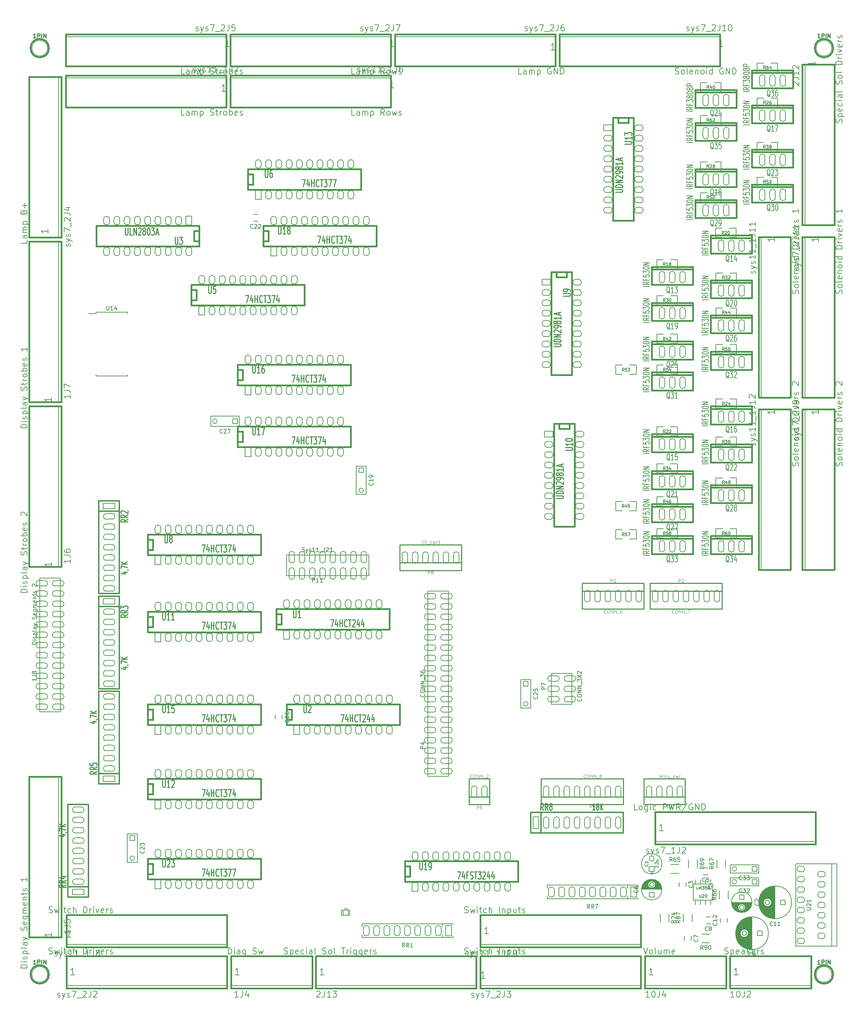
<source format=gbr>
G04 #@! TF.GenerationSoftware,KiCad,Pcbnew,5.0.2-bee76a0~70~ubuntu18.04.1*
G04 #@! TF.CreationDate,2019-03-31T15:41:12+02:00*
G04 #@! TF.ProjectId,APC,4150432e-6b69-4636-9164-5f7063625858,rev?*
G04 #@! TF.SameCoordinates,Original*
G04 #@! TF.FileFunction,Legend,Top*
G04 #@! TF.FilePolarity,Positive*
%FSLAX46Y46*%
G04 Gerber Fmt 4.6, Leading zero omitted, Abs format (unit mm)*
G04 Created by KiCad (PCBNEW 5.0.2-bee76a0~70~ubuntu18.04.1) date So 31 Mär 2019 15:41:12 CEST*
%MOMM*%
%LPD*%
G01*
G04 APERTURE LIST*
%ADD10C,0.150000*%
%ADD11C,0.381000*%
%ADD12C,0.406400*%
%ADD13C,0.127000*%
%ADD14C,0.254000*%
%ADD15C,0.304800*%
%ADD16C,0.203200*%
%ADD17C,0.285750*%
%ADD18C,0.142240*%
%ADD19C,0.190500*%
%ADD20C,0.120000*%
%ADD21C,0.060960*%
%ADD22C,0.271780*%
%ADD23C,0.149860*%
G04 APERTURE END LIST*
D10*
G04 #@! TO.C,C11*
X201860000Y-233869000D02*
X201860000Y-225871000D01*
X201720000Y-233864000D02*
X201720000Y-225876000D01*
X201580000Y-233854000D02*
X201580000Y-225886000D01*
X201440000Y-233839000D02*
X201440000Y-225901000D01*
X201300000Y-233819000D02*
X201300000Y-225921000D01*
X201160000Y-233794000D02*
X201160000Y-225946000D01*
X201020000Y-233764000D02*
X201020000Y-230043000D01*
X201020000Y-229697000D02*
X201020000Y-225976000D01*
X200880000Y-233728000D02*
X200880000Y-230405000D01*
X200880000Y-229335000D02*
X200880000Y-226012000D01*
X200740000Y-233687000D02*
X200740000Y-230579000D01*
X200740000Y-229161000D02*
X200740000Y-226053000D01*
X200600000Y-233641000D02*
X200600000Y-230695000D01*
X200600000Y-229045000D02*
X200600000Y-226099000D01*
X200460000Y-233588000D02*
X200460000Y-230775000D01*
X200460000Y-228965000D02*
X200460000Y-226152000D01*
X200320000Y-233529000D02*
X200320000Y-230829000D01*
X200320000Y-228911000D02*
X200320000Y-226211000D01*
X200180000Y-233464000D02*
X200180000Y-230859000D01*
X200180000Y-228881000D02*
X200180000Y-226276000D01*
X200040000Y-233393000D02*
X200040000Y-230870000D01*
X200040000Y-228870000D02*
X200040000Y-226347000D01*
X199900000Y-233314000D02*
X199900000Y-230861000D01*
X199900000Y-228879000D02*
X199900000Y-226426000D01*
X199760000Y-233227000D02*
X199760000Y-230831000D01*
X199760000Y-228909000D02*
X199760000Y-226513000D01*
X199620000Y-233132000D02*
X199620000Y-230780000D01*
X199620000Y-228960000D02*
X199620000Y-226608000D01*
X199480000Y-233028000D02*
X199480000Y-230702000D01*
X199480000Y-229038000D02*
X199480000Y-226712000D01*
X199340000Y-232914000D02*
X199340000Y-230589000D01*
X199340000Y-229151000D02*
X199340000Y-226826000D01*
X199200000Y-232789000D02*
X199200000Y-230420000D01*
X199200000Y-229320000D02*
X199200000Y-226951000D01*
X199060000Y-232651000D02*
X199060000Y-230092000D01*
X199060000Y-229648000D02*
X199060000Y-227089000D01*
X198920000Y-232499000D02*
X198920000Y-227241000D01*
X198780000Y-232329000D02*
X198780000Y-227411000D01*
X198640000Y-232138000D02*
X198640000Y-227602000D01*
X198500000Y-231920000D02*
X198500000Y-227820000D01*
X198360000Y-231664000D02*
X198360000Y-228076000D01*
X198220000Y-231353000D02*
X198220000Y-228387000D01*
X198080000Y-230937000D02*
X198080000Y-228803000D01*
X197940000Y-230070000D02*
X197940000Y-229670000D01*
X201035000Y-229870000D02*
G75*
G03X201035000Y-229870000I-1000000J0D01*
G01*
X205972500Y-229870000D02*
G75*
G03X205972500Y-229870000I-4037500J0D01*
G01*
D11*
G04 #@! TO.C,U3*
X59690000Y-66675000D02*
X58420000Y-66675000D01*
X58420000Y-66675000D02*
X58420000Y-64135000D01*
X58420000Y-64135000D02*
X59690000Y-64135000D01*
X59690000Y-67945000D02*
X34290000Y-67945000D01*
X34290000Y-67945000D02*
X34290000Y-62865000D01*
X34290000Y-62865000D02*
X59690000Y-62865000D01*
X59690000Y-62865000D02*
X59690000Y-67945000D01*
D10*
G04 #@! TO.C,C3*
X179920000Y-225925000D02*
X179920000Y-224925000D01*
X178220000Y-224925000D02*
X178220000Y-225925000D01*
D12*
G04 #@! TO.C,sys7_2J5*
X66421000Y-23545800D02*
X26797000Y-23545800D01*
X26797000Y-23545800D02*
X26797000Y-15621000D01*
X26797000Y-15621000D02*
X66421000Y-15621000D01*
X66421000Y-15621000D02*
X66421000Y-23545800D01*
D13*
X66421000Y-16256000D02*
X27051000Y-16256000D01*
G04 #@! TO.C,C1*
X173993173Y-220345000D02*
G75*
G03X173993173Y-220345000I-2543173J0D01*
G01*
G04 #@! TO.C,R30*
X172720000Y-80137000D02*
X172720000Y-82423000D01*
X172720000Y-82423000D02*
X174371000Y-82423000D01*
X176149000Y-80137000D02*
X177800000Y-80137000D01*
X177800000Y-80137000D02*
X177800000Y-82423000D01*
X177800000Y-82423000D02*
X176149000Y-82423000D01*
X174371000Y-80137000D02*
X172720000Y-80137000D01*
G04 #@! TO.C,R18*
X172720000Y-71247000D02*
X172720000Y-73533000D01*
X172720000Y-73533000D02*
X174371000Y-73533000D01*
X176149000Y-71247000D02*
X177800000Y-71247000D01*
X177800000Y-71247000D02*
X177800000Y-73533000D01*
X177800000Y-73533000D02*
X176149000Y-73533000D01*
X174371000Y-71247000D02*
X172720000Y-71247000D01*
G04 #@! TO.C,R64*
X197485000Y-22733000D02*
X197485000Y-25019000D01*
X197485000Y-25019000D02*
X199136000Y-25019000D01*
X200914000Y-22733000D02*
X202565000Y-22733000D01*
X202565000Y-22733000D02*
X202565000Y-25019000D01*
X202565000Y-25019000D02*
X200914000Y-25019000D01*
X199136000Y-22733000D02*
X197485000Y-22733000D01*
G04 #@! TO.C,R22*
X172720000Y-112522000D02*
X172720000Y-114808000D01*
X172720000Y-114808000D02*
X174371000Y-114808000D01*
X176149000Y-112522000D02*
X177800000Y-112522000D01*
X177800000Y-112522000D02*
X177800000Y-114808000D01*
X177800000Y-114808000D02*
X176149000Y-114808000D01*
X174371000Y-112522000D02*
X172720000Y-112522000D01*
G04 #@! TO.C,R52*
X197485000Y-50927000D02*
X197485000Y-53213000D01*
X197485000Y-53213000D02*
X199136000Y-53213000D01*
X200914000Y-50927000D02*
X202565000Y-50927000D01*
X202565000Y-50927000D02*
X202565000Y-53213000D01*
X202565000Y-53213000D02*
X200914000Y-53213000D01*
X199136000Y-50927000D02*
X197485000Y-50927000D01*
G04 #@! TO.C,R34*
X172720000Y-121666000D02*
X172720000Y-123952000D01*
X172720000Y-123952000D02*
X174371000Y-123952000D01*
X176149000Y-121666000D02*
X177800000Y-121666000D01*
X177800000Y-121666000D02*
X177800000Y-123952000D01*
X177800000Y-123952000D02*
X176149000Y-123952000D01*
X174371000Y-121666000D02*
X172720000Y-121666000D01*
G04 #@! TO.C,R40*
X183515000Y-27559000D02*
X183515000Y-29845000D01*
X183515000Y-29845000D02*
X185166000Y-29845000D01*
X186944000Y-27559000D02*
X188595000Y-27559000D01*
X188595000Y-27559000D02*
X188595000Y-29845000D01*
X188595000Y-29845000D02*
X186944000Y-29845000D01*
X185166000Y-27559000D02*
X183515000Y-27559000D01*
G04 #@! TO.C,R46*
X172720000Y-129794000D02*
X172720000Y-132080000D01*
X172720000Y-132080000D02*
X174371000Y-132080000D01*
X176149000Y-129794000D02*
X177800000Y-129794000D01*
X177800000Y-129794000D02*
X177800000Y-132080000D01*
X177800000Y-132080000D02*
X176149000Y-132080000D01*
X174371000Y-129794000D02*
X172720000Y-129794000D01*
G04 #@! TO.C,R28*
X183515000Y-47117000D02*
X183515000Y-49403000D01*
X183515000Y-49403000D02*
X185166000Y-49403000D01*
X186944000Y-47117000D02*
X188595000Y-47117000D01*
X188595000Y-47117000D02*
X188595000Y-49403000D01*
X188595000Y-49403000D02*
X186944000Y-49403000D01*
X185166000Y-47117000D02*
X183515000Y-47117000D01*
G04 #@! TO.C,R58*
X172720000Y-137668000D02*
X172720000Y-139954000D01*
X172720000Y-139954000D02*
X174371000Y-139954000D01*
X176149000Y-137668000D02*
X177800000Y-137668000D01*
X177800000Y-137668000D02*
X177800000Y-139954000D01*
X177800000Y-139954000D02*
X176149000Y-139954000D01*
X174371000Y-137668000D02*
X172720000Y-137668000D01*
G04 #@! TO.C,R62*
X183515000Y-35687000D02*
X183515000Y-37973000D01*
X183515000Y-37973000D02*
X185166000Y-37973000D01*
X186944000Y-35687000D02*
X188595000Y-35687000D01*
X188595000Y-35687000D02*
X188595000Y-37973000D01*
X188595000Y-37973000D02*
X186944000Y-37973000D01*
X185166000Y-35687000D02*
X183515000Y-35687000D01*
G04 #@! TO.C,R50*
X183515000Y-54737000D02*
X183515000Y-57023000D01*
X183515000Y-57023000D02*
X185166000Y-57023000D01*
X186944000Y-54737000D02*
X188595000Y-54737000D01*
X188595000Y-54737000D02*
X188595000Y-57023000D01*
X188595000Y-57023000D02*
X186944000Y-57023000D01*
X185166000Y-54737000D02*
X183515000Y-54737000D01*
G04 #@! TO.C,R24*
X187325000Y-105664000D02*
X187325000Y-107950000D01*
X187325000Y-107950000D02*
X188976000Y-107950000D01*
X190754000Y-105664000D02*
X192405000Y-105664000D01*
X192405000Y-105664000D02*
X192405000Y-107950000D01*
X192405000Y-107950000D02*
X190754000Y-107950000D01*
X188976000Y-105664000D02*
X187325000Y-105664000D01*
G04 #@! TO.C,R56*
X187325000Y-92202000D02*
X187325000Y-94488000D01*
X187325000Y-94488000D02*
X188976000Y-94488000D01*
X190754000Y-92202000D02*
X192405000Y-92202000D01*
X192405000Y-92202000D02*
X192405000Y-94488000D01*
X192405000Y-94488000D02*
X190754000Y-94488000D01*
X188976000Y-92202000D02*
X187325000Y-92202000D01*
G04 #@! TO.C,R53*
X162560000Y-97282000D02*
X162560000Y-99568000D01*
X162560000Y-99568000D02*
X164211000Y-99568000D01*
X165989000Y-97282000D02*
X167640000Y-97282000D01*
X167640000Y-97282000D02*
X167640000Y-99568000D01*
X167640000Y-99568000D02*
X165989000Y-99568000D01*
X164211000Y-97282000D02*
X162560000Y-97282000D01*
G04 #@! TO.C,R42*
X172720000Y-89662000D02*
X172720000Y-91948000D01*
X172720000Y-91948000D02*
X174371000Y-91948000D01*
X176149000Y-89662000D02*
X177800000Y-89662000D01*
X177800000Y-89662000D02*
X177800000Y-91948000D01*
X177800000Y-91948000D02*
X176149000Y-91948000D01*
X174371000Y-89662000D02*
X172720000Y-89662000D01*
G04 #@! TO.C,R44*
X187325000Y-83185000D02*
X187325000Y-85471000D01*
X187325000Y-85471000D02*
X188976000Y-85471000D01*
X190754000Y-83185000D02*
X192405000Y-83185000D01*
X192405000Y-83185000D02*
X192405000Y-85471000D01*
X192405000Y-85471000D02*
X190754000Y-85471000D01*
X188976000Y-83185000D02*
X187325000Y-83185000D01*
G04 #@! TO.C,R32*
X187325000Y-74549000D02*
X187325000Y-76835000D01*
X187325000Y-76835000D02*
X188976000Y-76835000D01*
X190754000Y-74549000D02*
X192405000Y-74549000D01*
X192405000Y-74549000D02*
X192405000Y-76835000D01*
X192405000Y-76835000D02*
X190754000Y-76835000D01*
X188976000Y-74549000D02*
X187325000Y-74549000D01*
G04 #@! TO.C,R20*
X187198000Y-63500000D02*
X187198000Y-65786000D01*
X187198000Y-65786000D02*
X188849000Y-65786000D01*
X190627000Y-63500000D02*
X192278000Y-63500000D01*
X192278000Y-63500000D02*
X192278000Y-65786000D01*
X192278000Y-65786000D02*
X190627000Y-65786000D01*
X188849000Y-63500000D02*
X187198000Y-63500000D01*
G04 #@! TO.C,R54*
X172720000Y-97282000D02*
X172720000Y-99568000D01*
X172720000Y-99568000D02*
X174371000Y-99568000D01*
X176149000Y-97282000D02*
X177800000Y-97282000D01*
X177800000Y-97282000D02*
X177800000Y-99568000D01*
X177800000Y-99568000D02*
X176149000Y-99568000D01*
X174371000Y-97282000D02*
X172720000Y-97282000D01*
G04 #@! TO.C,R36*
X187325000Y-115062000D02*
X187325000Y-117348000D01*
X187325000Y-117348000D02*
X188976000Y-117348000D01*
X190754000Y-115062000D02*
X192405000Y-115062000D01*
X192405000Y-115062000D02*
X192405000Y-117348000D01*
X192405000Y-117348000D02*
X190754000Y-117348000D01*
X188976000Y-115062000D02*
X187325000Y-115062000D01*
G04 #@! TO.C,R48*
X187325000Y-125095000D02*
X187325000Y-127381000D01*
X187325000Y-127381000D02*
X188976000Y-127381000D01*
X190754000Y-125095000D02*
X192405000Y-125095000D01*
X192405000Y-125095000D02*
X192405000Y-127381000D01*
X192405000Y-127381000D02*
X190754000Y-127381000D01*
X188976000Y-125095000D02*
X187325000Y-125095000D01*
G04 #@! TO.C,R60*
X187325000Y-137668000D02*
X187325000Y-139954000D01*
X187325000Y-139954000D02*
X188976000Y-139954000D01*
X190754000Y-137668000D02*
X192405000Y-137668000D01*
X192405000Y-137668000D02*
X192405000Y-139954000D01*
X192405000Y-139954000D02*
X190754000Y-139954000D01*
X188976000Y-137668000D02*
X187325000Y-137668000D01*
G04 #@! TO.C,R45*
X162560000Y-130937000D02*
X162560000Y-133223000D01*
X162560000Y-133223000D02*
X164211000Y-133223000D01*
X165989000Y-130937000D02*
X167640000Y-130937000D01*
X167640000Y-130937000D02*
X167640000Y-133223000D01*
X167640000Y-133223000D02*
X165989000Y-133223000D01*
X164211000Y-130937000D02*
X162560000Y-130937000D01*
G04 #@! TO.C,R57*
X162560000Y-137922000D02*
X162560000Y-140208000D01*
X162560000Y-140208000D02*
X164211000Y-140208000D01*
X165989000Y-137922000D02*
X167640000Y-137922000D01*
X167640000Y-137922000D02*
X167640000Y-140208000D01*
X167640000Y-140208000D02*
X165989000Y-140208000D01*
X164211000Y-137922000D02*
X162560000Y-137922000D01*
G04 #@! TO.C,R38*
X197485000Y-42291000D02*
X197485000Y-44577000D01*
X197485000Y-44577000D02*
X199136000Y-44577000D01*
X200914000Y-42291000D02*
X202565000Y-42291000D01*
X202565000Y-42291000D02*
X202565000Y-44577000D01*
X202565000Y-44577000D02*
X200914000Y-44577000D01*
X199136000Y-42291000D02*
X197485000Y-42291000D01*
G04 #@! TO.C,R26*
X197485000Y-31369000D02*
X197485000Y-33655000D01*
X197485000Y-33655000D02*
X199136000Y-33655000D01*
X200914000Y-31369000D02*
X202565000Y-31369000D01*
X202565000Y-31369000D02*
X202565000Y-33655000D01*
X202565000Y-33655000D02*
X200914000Y-33655000D01*
X199136000Y-31369000D02*
X197485000Y-31369000D01*
D14*
G04 #@! TO.C,P5*
X154305000Y-205740000D02*
X146685000Y-205740000D01*
X154305000Y-203835000D02*
X146685000Y-203835000D01*
X154305000Y-199390000D02*
X146685000Y-199390000D01*
X151765000Y-199390000D02*
X144145000Y-199390000D01*
X151765000Y-203835000D02*
X144145000Y-203835000D01*
X151765000Y-205740000D02*
X144145000Y-205740000D01*
X144145000Y-205740000D02*
X144145000Y-199390000D01*
X154305000Y-205740000D02*
X146685000Y-205740000D01*
X154305000Y-203835000D02*
X146685000Y-203835000D01*
X154305000Y-199390000D02*
X146685000Y-199390000D01*
X156845000Y-199390000D02*
X149225000Y-199390000D01*
X156845000Y-203835000D02*
X149225000Y-203835000D01*
X156845000Y-205740000D02*
X149225000Y-205740000D01*
X164465000Y-205740000D02*
X164465000Y-199390000D01*
X156845000Y-203835000D02*
X164465000Y-203835000D01*
X164465000Y-205740000D02*
X156845000Y-205740000D01*
X156845000Y-199390000D02*
X164465000Y-199390000D01*
G04 #@! TO.C,P2*
X188849000Y-151130000D02*
X188849000Y-157480000D01*
X181229000Y-151130000D02*
X188849000Y-151130000D01*
X181229000Y-153035000D02*
X188849000Y-153035000D01*
X181229000Y-157480000D02*
X188849000Y-157480000D01*
X178689000Y-157480000D02*
X186309000Y-157480000D01*
X178689000Y-153035000D02*
X186309000Y-153035000D01*
X178689000Y-151130000D02*
X186309000Y-151130000D01*
X171069000Y-151130000D02*
X171069000Y-157480000D01*
X178689000Y-153035000D02*
X171069000Y-153035000D01*
X171069000Y-151130000D02*
X178689000Y-151130000D01*
X178689000Y-157480000D02*
X171069000Y-157480000D01*
G04 #@! TO.C,P1*
X161925000Y-157480000D02*
X169545000Y-157480000D01*
X161925000Y-153035000D02*
X169545000Y-153035000D01*
X161925000Y-151130000D02*
X169545000Y-151130000D01*
X154305000Y-151130000D02*
X154305000Y-157480000D01*
X169545000Y-151130000D02*
X169545000Y-157480000D01*
X161925000Y-153035000D02*
X154305000Y-153035000D01*
X154305000Y-151130000D02*
X161925000Y-151130000D01*
X161925000Y-157480000D02*
X154305000Y-157480000D01*
G04 #@! TO.C,P8*
X116840000Y-141605000D02*
X109220000Y-141605000D01*
X116840000Y-146050000D02*
X109220000Y-146050000D01*
X116840000Y-147955000D02*
X109220000Y-147955000D01*
X124460000Y-147955000D02*
X124460000Y-141605000D01*
X109220000Y-147955000D02*
X109220000Y-141605000D01*
X116840000Y-146050000D02*
X124460000Y-146050000D01*
X124460000Y-147955000D02*
X116840000Y-147955000D01*
X116840000Y-141605000D02*
X124460000Y-141605000D01*
G04 #@! TO.C,P9*
X169545000Y-199390000D02*
X177165000Y-199390000D01*
X177165000Y-205740000D02*
X169545000Y-205740000D01*
X169545000Y-203835000D02*
X177165000Y-203835000D01*
X169545000Y-205740000D02*
X169545000Y-199390000D01*
X179705000Y-205740000D02*
X179705000Y-199390000D01*
X172085000Y-203835000D02*
X179705000Y-203835000D01*
X179705000Y-205740000D02*
X172085000Y-205740000D01*
X172085000Y-199390000D02*
X179705000Y-199390000D01*
G04 #@! TO.C,P6*
X126365000Y-203835000D02*
X131445000Y-203835000D01*
X126365000Y-199390000D02*
X131445000Y-199390000D01*
X131445000Y-205740000D02*
X126365000Y-205740000D01*
X131445000Y-205740000D02*
X131445000Y-199390000D01*
X126365000Y-205740000D02*
X126365000Y-199390000D01*
D12*
G04 #@! TO.C,1J4*
X67564000Y-243154200D02*
X87630000Y-243154200D01*
X87630000Y-243154200D02*
X87630000Y-251079000D01*
X87630000Y-251079000D02*
X67564000Y-251079000D01*
X67564000Y-251079000D02*
X67564000Y-243154200D01*
D13*
X67564000Y-250444000D02*
X87630000Y-250444000D01*
D11*
G04 #@! TO.C,U10*
X151130000Y-111760000D02*
X151130000Y-113030000D01*
X151130000Y-113030000D02*
X148590000Y-113030000D01*
X148590000Y-113030000D02*
X148590000Y-111760000D01*
X152400000Y-111760000D02*
X152400000Y-137160000D01*
X152400000Y-137160000D02*
X147320000Y-137160000D01*
X147320000Y-137160000D02*
X147320000Y-111760000D01*
X147320000Y-111760000D02*
X152400000Y-111760000D01*
G04 #@! TO.C,U9*
X150495000Y-74295000D02*
X150495000Y-75565000D01*
X150495000Y-75565000D02*
X147955000Y-75565000D01*
X147955000Y-75565000D02*
X147955000Y-74295000D01*
X151765000Y-74295000D02*
X151765000Y-99695000D01*
X151765000Y-99695000D02*
X146685000Y-99695000D01*
X146685000Y-99695000D02*
X146685000Y-74295000D01*
X146685000Y-74295000D02*
X151765000Y-74295000D01*
G04 #@! TO.C,U13*
X165735000Y-36195000D02*
X165735000Y-37465000D01*
X165735000Y-37465000D02*
X163195000Y-37465000D01*
X163195000Y-37465000D02*
X163195000Y-36195000D01*
X167005000Y-36195000D02*
X167005000Y-61595000D01*
X167005000Y-61595000D02*
X161925000Y-61595000D01*
X161925000Y-61595000D02*
X161925000Y-36195000D01*
X161925000Y-36195000D02*
X167005000Y-36195000D01*
D13*
G04 #@! TO.C,C20*
X96520000Y-231775000D02*
X96520000Y-233045000D01*
X95250000Y-231775000D02*
X95250000Y-233019600D01*
X94869000Y-231775000D02*
X96901000Y-231775000D01*
X96901000Y-231775000D02*
X96901000Y-233045000D01*
X96901000Y-233045000D02*
X94869000Y-233045000D01*
X94869000Y-233045000D02*
X94869000Y-231775000D01*
D11*
G04 #@! TO.C,1PIN*
X216281000Y-19050000D02*
G75*
G03X216281000Y-19050000I-2286000J0D01*
G01*
X216281000Y-247650000D02*
G75*
G03X216281000Y-247650000I-2286000J0D01*
G01*
X22606000Y-19050000D02*
G75*
G03X22606000Y-19050000I-2286000J0D01*
G01*
X22606000Y-247650000D02*
G75*
G03X22606000Y-247650000I-2286000J0D01*
G01*
D12*
G04 #@! TO.C,2J12*
X216585800Y-23114000D02*
X216585800Y-62738000D01*
X216585800Y-62738000D02*
X208661000Y-62738000D01*
X208661000Y-62738000D02*
X208661000Y-23114000D01*
X208661000Y-23114000D02*
X216585800Y-23114000D01*
D13*
X209296000Y-23114000D02*
X209296000Y-62484000D01*
D12*
G04 #@! TO.C,10J2*
X190754000Y-243154200D02*
X210820000Y-243154200D01*
X210820000Y-243154200D02*
X210820000Y-251079000D01*
X210820000Y-251079000D02*
X190754000Y-251079000D01*
X190754000Y-251079000D02*
X190754000Y-243154200D01*
D13*
X190754000Y-250444000D02*
X210820000Y-250444000D01*
D12*
G04 #@! TO.C,10J4*
X169799000Y-243154200D02*
X189865000Y-243154200D01*
X189865000Y-243154200D02*
X189865000Y-251079000D01*
X189865000Y-251079000D02*
X169799000Y-251079000D01*
X169799000Y-251079000D02*
X169799000Y-243154200D01*
D13*
X169799000Y-250444000D02*
X189865000Y-250444000D01*
D15*
G04 #@! TO.C,RR2*
X40005000Y-153670000D02*
X34925000Y-153670000D01*
X34925000Y-153670000D02*
X34925000Y-130810000D01*
X34925000Y-130810000D02*
X40005000Y-130810000D01*
X40005000Y-153670000D02*
X40005000Y-130810000D01*
X40005000Y-133350000D02*
X34925000Y-133350000D01*
G04 #@! TO.C,RR3*
X40005000Y-177165000D02*
X34925000Y-177165000D01*
X34925000Y-177165000D02*
X34925000Y-154305000D01*
X34925000Y-154305000D02*
X40005000Y-154305000D01*
X40005000Y-177165000D02*
X40005000Y-154305000D01*
X40005000Y-156845000D02*
X34925000Y-156845000D01*
G04 #@! TO.C,RR4*
X27305000Y-205740000D02*
X32385000Y-205740000D01*
X32385000Y-205740000D02*
X32385000Y-228600000D01*
X32385000Y-228600000D02*
X27305000Y-228600000D01*
X27305000Y-205740000D02*
X27305000Y-228600000D01*
X27305000Y-226060000D02*
X32385000Y-226060000D01*
G04 #@! TO.C,RR5*
X34925000Y-177800000D02*
X40005000Y-177800000D01*
X40005000Y-177800000D02*
X40005000Y-200660000D01*
X40005000Y-200660000D02*
X34925000Y-200660000D01*
X34925000Y-177800000D02*
X34925000Y-200660000D01*
X34925000Y-198120000D02*
X40005000Y-198120000D01*
D11*
G04 #@! TO.C,Q35*
X182245000Y-38100000D02*
X182245000Y-37465000D01*
X182245000Y-37465000D02*
X192405000Y-37465000D01*
X192405000Y-37465000D02*
X192405000Y-38100000D01*
X182245000Y-41910000D02*
X182245000Y-38100000D01*
X182245000Y-38100000D02*
X192405000Y-38100000D01*
X192405000Y-38100000D02*
X192405000Y-41910000D01*
X192405000Y-41910000D02*
X182245000Y-41910000D01*
G04 #@! TO.C,Q34*
X186055000Y-140081000D02*
X186055000Y-139446000D01*
X186055000Y-139446000D02*
X196215000Y-139446000D01*
X196215000Y-139446000D02*
X196215000Y-140081000D01*
X186055000Y-143891000D02*
X186055000Y-140081000D01*
X186055000Y-140081000D02*
X196215000Y-140081000D01*
X196215000Y-140081000D02*
X196215000Y-143891000D01*
X196215000Y-143891000D02*
X186055000Y-143891000D01*
G04 #@! TO.C,Q17*
X196215000Y-33782000D02*
X196215000Y-33147000D01*
X196215000Y-33147000D02*
X206375000Y-33147000D01*
X206375000Y-33147000D02*
X206375000Y-33782000D01*
X196215000Y-37592000D02*
X196215000Y-33782000D01*
X196215000Y-33782000D02*
X206375000Y-33782000D01*
X206375000Y-33782000D02*
X206375000Y-37592000D01*
X206375000Y-37592000D02*
X196215000Y-37592000D01*
G04 #@! TO.C,Q28*
X186055000Y-127508000D02*
X186055000Y-126873000D01*
X186055000Y-126873000D02*
X196215000Y-126873000D01*
X196215000Y-126873000D02*
X196215000Y-127508000D01*
X186055000Y-131318000D02*
X186055000Y-127508000D01*
X186055000Y-127508000D02*
X196215000Y-127508000D01*
X196215000Y-127508000D02*
X196215000Y-131318000D01*
X196215000Y-131318000D02*
X186055000Y-131318000D01*
G04 #@! TO.C,Q23*
X196215000Y-44704000D02*
X196215000Y-44069000D01*
X196215000Y-44069000D02*
X206375000Y-44069000D01*
X206375000Y-44069000D02*
X206375000Y-44704000D01*
X196215000Y-48514000D02*
X196215000Y-44704000D01*
X196215000Y-44704000D02*
X206375000Y-44704000D01*
X206375000Y-44704000D02*
X206375000Y-48514000D01*
X206375000Y-48514000D02*
X196215000Y-48514000D01*
G04 #@! TO.C,Q22*
X186055000Y-117475000D02*
X186055000Y-116840000D01*
X186055000Y-116840000D02*
X196215000Y-116840000D01*
X196215000Y-116840000D02*
X196215000Y-117475000D01*
X186055000Y-121285000D02*
X186055000Y-117475000D01*
X186055000Y-117475000D02*
X196215000Y-117475000D01*
X196215000Y-117475000D02*
X196215000Y-121285000D01*
X196215000Y-121285000D02*
X186055000Y-121285000D01*
G04 #@! TO.C,Q16*
X186055000Y-108077000D02*
X186055000Y-107442000D01*
X186055000Y-107442000D02*
X196215000Y-107442000D01*
X196215000Y-107442000D02*
X196215000Y-108077000D01*
X186055000Y-111887000D02*
X186055000Y-108077000D01*
X186055000Y-108077000D02*
X196215000Y-108077000D01*
X196215000Y-108077000D02*
X196215000Y-111887000D01*
X196215000Y-111887000D02*
X186055000Y-111887000D01*
G04 #@! TO.C,Q29*
X182245000Y-57150000D02*
X182245000Y-56515000D01*
X182245000Y-56515000D02*
X192405000Y-56515000D01*
X192405000Y-56515000D02*
X192405000Y-57150000D01*
X182245000Y-60960000D02*
X182245000Y-57150000D01*
X182245000Y-57150000D02*
X192405000Y-57150000D01*
X192405000Y-57150000D02*
X192405000Y-60960000D01*
X192405000Y-60960000D02*
X182245000Y-60960000D01*
G04 #@! TO.C,Q18*
X182245000Y-49530000D02*
X182245000Y-48895000D01*
X182245000Y-48895000D02*
X192405000Y-48895000D01*
X192405000Y-48895000D02*
X192405000Y-49530000D01*
X182245000Y-53340000D02*
X182245000Y-49530000D01*
X182245000Y-49530000D02*
X192405000Y-49530000D01*
X192405000Y-49530000D02*
X192405000Y-53340000D01*
X192405000Y-53340000D02*
X182245000Y-53340000D01*
G04 #@! TO.C,Q33*
X171450000Y-140081000D02*
X171450000Y-139446000D01*
X171450000Y-139446000D02*
X181610000Y-139446000D01*
X181610000Y-139446000D02*
X181610000Y-140081000D01*
X171450000Y-143891000D02*
X171450000Y-140081000D01*
X171450000Y-140081000D02*
X181610000Y-140081000D01*
X181610000Y-140081000D02*
X181610000Y-143891000D01*
X181610000Y-143891000D02*
X171450000Y-143891000D01*
G04 #@! TO.C,Q24*
X182245000Y-29972000D02*
X182245000Y-29337000D01*
X182245000Y-29337000D02*
X192405000Y-29337000D01*
X192405000Y-29337000D02*
X192405000Y-29972000D01*
X182245000Y-33782000D02*
X182245000Y-29972000D01*
X182245000Y-29972000D02*
X192405000Y-29972000D01*
X192405000Y-29972000D02*
X192405000Y-33782000D01*
X192405000Y-33782000D02*
X182245000Y-33782000D01*
G04 #@! TO.C,Q27*
X171450000Y-132207000D02*
X171450000Y-131572000D01*
X171450000Y-131572000D02*
X181610000Y-131572000D01*
X181610000Y-131572000D02*
X181610000Y-132207000D01*
X171450000Y-136017000D02*
X171450000Y-132207000D01*
X171450000Y-132207000D02*
X181610000Y-132207000D01*
X181610000Y-132207000D02*
X181610000Y-136017000D01*
X181610000Y-136017000D02*
X171450000Y-136017000D01*
G04 #@! TO.C,Q21*
X171450000Y-124079000D02*
X171450000Y-123444000D01*
X171450000Y-123444000D02*
X181610000Y-123444000D01*
X181610000Y-123444000D02*
X181610000Y-124079000D01*
X171450000Y-127889000D02*
X171450000Y-124079000D01*
X171450000Y-124079000D02*
X181610000Y-124079000D01*
X181610000Y-124079000D02*
X181610000Y-127889000D01*
X181610000Y-127889000D02*
X171450000Y-127889000D01*
G04 #@! TO.C,Q15*
X171450000Y-114935000D02*
X171450000Y-114300000D01*
X171450000Y-114300000D02*
X181610000Y-114300000D01*
X181610000Y-114300000D02*
X181610000Y-114935000D01*
X171450000Y-118745000D02*
X171450000Y-114935000D01*
X171450000Y-114935000D02*
X181610000Y-114935000D01*
X181610000Y-114935000D02*
X181610000Y-118745000D01*
X181610000Y-118745000D02*
X171450000Y-118745000D01*
G04 #@! TO.C,Q32*
X186055000Y-94615000D02*
X186055000Y-93980000D01*
X186055000Y-93980000D02*
X196215000Y-93980000D01*
X196215000Y-93980000D02*
X196215000Y-94615000D01*
X186055000Y-98425000D02*
X186055000Y-94615000D01*
X186055000Y-94615000D02*
X196215000Y-94615000D01*
X196215000Y-94615000D02*
X196215000Y-98425000D01*
X196215000Y-98425000D02*
X186055000Y-98425000D01*
G04 #@! TO.C,Q26*
X186055000Y-85598000D02*
X186055000Y-84963000D01*
X186055000Y-84963000D02*
X196215000Y-84963000D01*
X196215000Y-84963000D02*
X196215000Y-85598000D01*
X186055000Y-89408000D02*
X186055000Y-85598000D01*
X186055000Y-85598000D02*
X196215000Y-85598000D01*
X196215000Y-85598000D02*
X196215000Y-89408000D01*
X196215000Y-89408000D02*
X186055000Y-89408000D01*
G04 #@! TO.C,Q20*
X186055000Y-76962000D02*
X186055000Y-76327000D01*
X186055000Y-76327000D02*
X196215000Y-76327000D01*
X196215000Y-76327000D02*
X196215000Y-76962000D01*
X186055000Y-80772000D02*
X186055000Y-76962000D01*
X186055000Y-76962000D02*
X196215000Y-76962000D01*
X196215000Y-76962000D02*
X196215000Y-80772000D01*
X196215000Y-80772000D02*
X186055000Y-80772000D01*
G04 #@! TO.C,Q14*
X186055000Y-65913000D02*
X186055000Y-65278000D01*
X186055000Y-65278000D02*
X196215000Y-65278000D01*
X196215000Y-65278000D02*
X196215000Y-65913000D01*
X186055000Y-69723000D02*
X186055000Y-65913000D01*
X186055000Y-65913000D02*
X196215000Y-65913000D01*
X196215000Y-65913000D02*
X196215000Y-69723000D01*
X196215000Y-69723000D02*
X186055000Y-69723000D01*
G04 #@! TO.C,Q31*
X171450000Y-99695000D02*
X171450000Y-99060000D01*
X171450000Y-99060000D02*
X181610000Y-99060000D01*
X181610000Y-99060000D02*
X181610000Y-99695000D01*
X171450000Y-103505000D02*
X171450000Y-99695000D01*
X171450000Y-99695000D02*
X181610000Y-99695000D01*
X181610000Y-99695000D02*
X181610000Y-103505000D01*
X181610000Y-103505000D02*
X171450000Y-103505000D01*
G04 #@! TO.C,Q25*
X171450000Y-92075000D02*
X171450000Y-91440000D01*
X171450000Y-91440000D02*
X181610000Y-91440000D01*
X181610000Y-91440000D02*
X181610000Y-92075000D01*
X171450000Y-95885000D02*
X171450000Y-92075000D01*
X171450000Y-92075000D02*
X181610000Y-92075000D01*
X181610000Y-92075000D02*
X181610000Y-95885000D01*
X181610000Y-95885000D02*
X171450000Y-95885000D01*
G04 #@! TO.C,Q19*
X171450000Y-82550000D02*
X171450000Y-81915000D01*
X171450000Y-81915000D02*
X181610000Y-81915000D01*
X181610000Y-81915000D02*
X181610000Y-82550000D01*
X171450000Y-86360000D02*
X171450000Y-82550000D01*
X171450000Y-82550000D02*
X181610000Y-82550000D01*
X181610000Y-82550000D02*
X181610000Y-86360000D01*
X181610000Y-86360000D02*
X171450000Y-86360000D01*
G04 #@! TO.C,Q13*
X171450000Y-73660000D02*
X171450000Y-73025000D01*
X171450000Y-73025000D02*
X181610000Y-73025000D01*
X181610000Y-73025000D02*
X181610000Y-73660000D01*
X171450000Y-77470000D02*
X171450000Y-73660000D01*
X171450000Y-73660000D02*
X181610000Y-73660000D01*
X181610000Y-73660000D02*
X181610000Y-77470000D01*
X181610000Y-77470000D02*
X171450000Y-77470000D01*
G04 #@! TO.C,Q36*
X196215000Y-25146000D02*
X196215000Y-24511000D01*
X196215000Y-24511000D02*
X206375000Y-24511000D01*
X206375000Y-24511000D02*
X206375000Y-25146000D01*
X196215000Y-28956000D02*
X196215000Y-25146000D01*
X196215000Y-25146000D02*
X206375000Y-25146000D01*
X206375000Y-25146000D02*
X206375000Y-28956000D01*
X206375000Y-28956000D02*
X196215000Y-28956000D01*
G04 #@! TO.C,Q30*
X196215000Y-53340000D02*
X196215000Y-52705000D01*
X196215000Y-52705000D02*
X206375000Y-52705000D01*
X206375000Y-52705000D02*
X206375000Y-53340000D01*
X196215000Y-57150000D02*
X196215000Y-53340000D01*
X196215000Y-53340000D02*
X206375000Y-53340000D01*
X206375000Y-53340000D02*
X206375000Y-57150000D01*
X206375000Y-57150000D02*
X196215000Y-57150000D01*
D13*
G04 #@! TO.C,U20*
X186563000Y-229311200D02*
X186563000Y-225348800D01*
X186563000Y-225348800D02*
X181737000Y-225348800D01*
X181737000Y-225348800D02*
X181737000Y-229311200D01*
X181737000Y-229311200D02*
X186563000Y-229311200D01*
X186055000Y-229311200D02*
X186055000Y-230403400D01*
X184785000Y-229311200D02*
X184785000Y-230403400D01*
X183515000Y-229311200D02*
X183515000Y-230403400D01*
X182245000Y-230403400D02*
X182245000Y-229311200D01*
X182245000Y-225348800D02*
X182245000Y-224256600D01*
X183515000Y-224256600D02*
X183515000Y-225348800D01*
X184785000Y-224256600D02*
X184785000Y-225348800D01*
X186055000Y-224256600D02*
X186055000Y-225348800D01*
X186298867Y-226085400D02*
G75*
G03X186298867Y-226085400I-472467J0D01*
G01*
D16*
G04 #@! TO.C,1J8*
X25400000Y-182880000D02*
X25400000Y-149860000D01*
X20320000Y-149860000D02*
X20320000Y-182880000D01*
X20320000Y-182880000D02*
X25400000Y-182880000D01*
X25400000Y-149860000D02*
X20320000Y-149860000D01*
G04 #@! TO.C,P4*
X121285000Y-198755000D02*
X116205000Y-198755000D01*
X116205000Y-198755000D02*
X116205000Y-165735000D01*
X121285000Y-165735000D02*
X121285000Y-198755000D01*
X121285000Y-153035000D02*
X121285000Y-186055000D01*
X116205000Y-186055000D02*
X116205000Y-153035000D01*
X116205000Y-153035000D02*
X121285000Y-153035000D01*
D15*
G04 #@! TO.C,RR8*
X164465000Y-207645000D02*
X164465000Y-212725000D01*
X164465000Y-212725000D02*
X141605000Y-212725000D01*
X141605000Y-212725000D02*
X141605000Y-207645000D01*
X164465000Y-207645000D02*
X141605000Y-207645000D01*
X144145000Y-207645000D02*
X144145000Y-212725000D01*
D10*
G04 #@! TO.C,C9*
X196145000Y-241489000D02*
X196145000Y-233491000D01*
X196005000Y-241484000D02*
X196005000Y-233496000D01*
X195865000Y-241474000D02*
X195865000Y-233506000D01*
X195725000Y-241459000D02*
X195725000Y-233521000D01*
X195585000Y-241439000D02*
X195585000Y-233541000D01*
X195445000Y-241414000D02*
X195445000Y-233566000D01*
X195305000Y-241384000D02*
X195305000Y-237663000D01*
X195305000Y-237317000D02*
X195305000Y-233596000D01*
X195165000Y-241348000D02*
X195165000Y-238025000D01*
X195165000Y-236955000D02*
X195165000Y-233632000D01*
X195025000Y-241307000D02*
X195025000Y-238199000D01*
X195025000Y-236781000D02*
X195025000Y-233673000D01*
X194885000Y-241261000D02*
X194885000Y-238315000D01*
X194885000Y-236665000D02*
X194885000Y-233719000D01*
X194745000Y-241208000D02*
X194745000Y-238395000D01*
X194745000Y-236585000D02*
X194745000Y-233772000D01*
X194605000Y-241149000D02*
X194605000Y-238449000D01*
X194605000Y-236531000D02*
X194605000Y-233831000D01*
X194465000Y-241084000D02*
X194465000Y-238479000D01*
X194465000Y-236501000D02*
X194465000Y-233896000D01*
X194325000Y-241013000D02*
X194325000Y-238490000D01*
X194325000Y-236490000D02*
X194325000Y-233967000D01*
X194185000Y-240934000D02*
X194185000Y-238481000D01*
X194185000Y-236499000D02*
X194185000Y-234046000D01*
X194045000Y-240847000D02*
X194045000Y-238451000D01*
X194045000Y-236529000D02*
X194045000Y-234133000D01*
X193905000Y-240752000D02*
X193905000Y-238400000D01*
X193905000Y-236580000D02*
X193905000Y-234228000D01*
X193765000Y-240648000D02*
X193765000Y-238322000D01*
X193765000Y-236658000D02*
X193765000Y-234332000D01*
X193625000Y-240534000D02*
X193625000Y-238209000D01*
X193625000Y-236771000D02*
X193625000Y-234446000D01*
X193485000Y-240409000D02*
X193485000Y-238040000D01*
X193485000Y-236940000D02*
X193485000Y-234571000D01*
X193345000Y-240271000D02*
X193345000Y-237712000D01*
X193345000Y-237268000D02*
X193345000Y-234709000D01*
X193205000Y-240119000D02*
X193205000Y-234861000D01*
X193065000Y-239949000D02*
X193065000Y-235031000D01*
X192925000Y-239758000D02*
X192925000Y-235222000D01*
X192785000Y-239540000D02*
X192785000Y-235440000D01*
X192645000Y-239284000D02*
X192645000Y-235696000D01*
X192505000Y-238973000D02*
X192505000Y-236007000D01*
X192365000Y-238557000D02*
X192365000Y-236423000D01*
X192225000Y-237690000D02*
X192225000Y-237290000D01*
X195320000Y-237490000D02*
G75*
G03X195320000Y-237490000I-1000000J0D01*
G01*
X200257500Y-237490000D02*
G75*
G03X200257500Y-237490000I-4037500J0D01*
G01*
G04 #@! TO.C,C12*
X188380000Y-233815000D02*
X188380000Y-234815000D01*
X190080000Y-234815000D02*
X190080000Y-233815000D01*
G04 #@! TO.C,C2*
X196174000Y-229925000D02*
X191176000Y-229925000D01*
X196166000Y-230065000D02*
X191184000Y-230065000D01*
X196150000Y-230205000D02*
X193770000Y-230205000D01*
X193580000Y-230205000D02*
X191200000Y-230205000D01*
X196126000Y-230345000D02*
X194165000Y-230345000D01*
X193185000Y-230345000D02*
X191224000Y-230345000D01*
X196093000Y-230485000D02*
X194332000Y-230485000D01*
X193018000Y-230485000D02*
X191257000Y-230485000D01*
X196052000Y-230625000D02*
X194439000Y-230625000D01*
X192911000Y-230625000D02*
X191298000Y-230625000D01*
X196002000Y-230765000D02*
X194510000Y-230765000D01*
X192840000Y-230765000D02*
X191348000Y-230765000D01*
X195941000Y-230905000D02*
X194554000Y-230905000D01*
X192796000Y-230905000D02*
X191409000Y-230905000D01*
X195871000Y-231045000D02*
X194573000Y-231045000D01*
X192777000Y-231045000D02*
X191479000Y-231045000D01*
X195789000Y-231185000D02*
X194571000Y-231185000D01*
X192779000Y-231185000D02*
X191561000Y-231185000D01*
X195694000Y-231325000D02*
X194546000Y-231325000D01*
X192804000Y-231325000D02*
X191656000Y-231325000D01*
X195583000Y-231465000D02*
X194498000Y-231465000D01*
X192852000Y-231465000D02*
X191767000Y-231465000D01*
X195455000Y-231605000D02*
X194420000Y-231605000D01*
X192930000Y-231605000D02*
X191895000Y-231605000D01*
X195306000Y-231745000D02*
X194303000Y-231745000D01*
X193047000Y-231745000D02*
X192044000Y-231745000D01*
X195127000Y-231885000D02*
X194115000Y-231885000D01*
X193235000Y-231885000D02*
X192223000Y-231885000D01*
X194908000Y-232025000D02*
X192442000Y-232025000D01*
X194619000Y-232165000D02*
X192731000Y-232165000D01*
X194147000Y-232305000D02*
X193203000Y-232305000D01*
X194575000Y-231100000D02*
G75*
G03X194575000Y-231100000I-900000J0D01*
G01*
X196212500Y-229850000D02*
G75*
G03X196212500Y-229850000I-2537500J0D01*
G01*
G04 #@! TO.C,C5*
X184285000Y-223100000D02*
X185285000Y-223100000D01*
X185285000Y-221400000D02*
X184285000Y-221400000D01*
G04 #@! TO.C,R65*
X178165000Y-222690000D02*
X176165000Y-222690000D01*
X176165000Y-220540000D02*
X178165000Y-220540000D01*
G04 #@! TO.C,R67*
X189670000Y-219345000D02*
X189670000Y-221345000D01*
X187520000Y-221345000D02*
X187520000Y-219345000D01*
G04 #@! TO.C,R69*
X180535000Y-221345000D02*
X180535000Y-219345000D01*
X182685000Y-219345000D02*
X182685000Y-221345000D01*
G04 #@! TO.C,P7*
X146685000Y-173355000D02*
X151765000Y-173355000D01*
X146685000Y-180975000D02*
X151765000Y-180975000D01*
X151765000Y-180975000D02*
X151765000Y-173355000D01*
X146685000Y-173355000D02*
X146685000Y-180975000D01*
D12*
G04 #@! TO.C,sys7_1J2*
X172339000Y-207594200D02*
X211963000Y-207594200D01*
X211963000Y-207594200D02*
X211963000Y-215519000D01*
X211963000Y-215519000D02*
X172339000Y-215519000D01*
X172339000Y-215519000D02*
X172339000Y-207594200D01*
D13*
X172339000Y-214884000D02*
X211709000Y-214884000D01*
D12*
G04 #@! TO.C,sys7_2J2*
X26924000Y-243154200D02*
X66548000Y-243154200D01*
X66548000Y-243154200D02*
X66548000Y-251079000D01*
X66548000Y-251079000D02*
X26924000Y-251079000D01*
X26924000Y-251079000D02*
X26924000Y-243154200D01*
D13*
X26924000Y-250444000D02*
X66294000Y-250444000D01*
D12*
G04 #@! TO.C,sys7_2J3*
X129159000Y-243154200D02*
X168783000Y-243154200D01*
X168783000Y-243154200D02*
X168783000Y-251079000D01*
X168783000Y-251079000D02*
X129159000Y-251079000D01*
X129159000Y-251079000D02*
X129159000Y-243154200D01*
D13*
X129159000Y-250444000D02*
X168529000Y-250444000D01*
D12*
G04 #@! TO.C,sys7_2J4*
X17729200Y-65786000D02*
X17729200Y-26162000D01*
X17729200Y-26162000D02*
X25654000Y-26162000D01*
X25654000Y-26162000D02*
X25654000Y-65786000D01*
X25654000Y-65786000D02*
X17729200Y-65786000D01*
D13*
X25019000Y-65786000D02*
X25019000Y-26416000D01*
D12*
G04 #@! TO.C,sys7_2J6*
X147701000Y-23545800D02*
X108077000Y-23545800D01*
X108077000Y-23545800D02*
X108077000Y-15621000D01*
X108077000Y-15621000D02*
X147701000Y-15621000D01*
X147701000Y-15621000D02*
X147701000Y-23545800D01*
D13*
X147701000Y-16256000D02*
X108331000Y-16256000D01*
D12*
G04 #@! TO.C,sys7_2J7*
X107061000Y-23545800D02*
X67437000Y-23545800D01*
X67437000Y-23545800D02*
X67437000Y-15621000D01*
X67437000Y-15621000D02*
X107061000Y-15621000D01*
X107061000Y-15621000D02*
X107061000Y-23545800D01*
D13*
X107061000Y-16256000D02*
X67691000Y-16256000D01*
D12*
G04 #@! TO.C,sys7_2J9*
X216585800Y-108204000D02*
X216585800Y-147828000D01*
X216585800Y-147828000D02*
X208661000Y-147828000D01*
X208661000Y-147828000D02*
X208661000Y-108204000D01*
X208661000Y-108204000D02*
X216585800Y-108204000D01*
D13*
X209296000Y-108204000D02*
X209296000Y-147574000D01*
D12*
G04 #@! TO.C,sys7_2J10*
X188341000Y-23545800D02*
X148717000Y-23545800D01*
X148717000Y-23545800D02*
X148717000Y-15621000D01*
X148717000Y-15621000D02*
X188341000Y-15621000D01*
X188341000Y-15621000D02*
X188341000Y-23545800D01*
D13*
X188341000Y-16256000D02*
X148971000Y-16256000D01*
D12*
G04 #@! TO.C,sys7_2J11*
X216585800Y-65659000D02*
X216585800Y-105283000D01*
X216585800Y-105283000D02*
X208661000Y-105283000D01*
X208661000Y-105283000D02*
X208661000Y-65659000D01*
X208661000Y-65659000D02*
X216585800Y-65659000D01*
D13*
X209296000Y-65659000D02*
X209296000Y-105029000D01*
D12*
G04 #@! TO.C,sys11_1J6*
X107061000Y-33705800D02*
X67437000Y-33705800D01*
X67437000Y-33705800D02*
X67437000Y-25781000D01*
X67437000Y-25781000D02*
X107061000Y-25781000D01*
X107061000Y-25781000D02*
X107061000Y-33705800D01*
D13*
X107061000Y-26416000D02*
X67691000Y-26416000D01*
D12*
G04 #@! TO.C,sys11_1J7*
X66421000Y-33705800D02*
X26797000Y-33705800D01*
X26797000Y-33705800D02*
X26797000Y-25781000D01*
X26797000Y-25781000D02*
X66421000Y-25781000D01*
X66421000Y-25781000D02*
X66421000Y-33705800D01*
D13*
X66421000Y-26416000D02*
X27051000Y-26416000D01*
D12*
G04 #@! TO.C,sys11_1J8*
X26924000Y-232994200D02*
X66548000Y-232994200D01*
X66548000Y-232994200D02*
X66548000Y-240919000D01*
X66548000Y-240919000D02*
X26924000Y-240919000D01*
X26924000Y-240919000D02*
X26924000Y-232994200D01*
D13*
X26924000Y-240284000D02*
X66294000Y-240284000D01*
D12*
G04 #@! TO.C,sys11_1J10*
X129159000Y-232994200D02*
X168783000Y-232994200D01*
X168783000Y-232994200D02*
X168783000Y-240919000D01*
X168783000Y-240919000D02*
X129159000Y-240919000D01*
X129159000Y-240919000D02*
X129159000Y-232994200D01*
D13*
X129159000Y-240284000D02*
X168529000Y-240284000D01*
D12*
G04 #@! TO.C,sys11_1J11*
X205790800Y-65659000D02*
X205790800Y-105283000D01*
X205790800Y-105283000D02*
X197866000Y-105283000D01*
X197866000Y-105283000D02*
X197866000Y-65659000D01*
X197866000Y-65659000D02*
X205790800Y-65659000D01*
D13*
X198501000Y-65659000D02*
X198501000Y-105029000D01*
D12*
G04 #@! TO.C,sys11_1J12*
X205790800Y-108204000D02*
X205790800Y-147828000D01*
X205790800Y-147828000D02*
X197866000Y-147828000D01*
X197866000Y-147828000D02*
X197866000Y-108204000D01*
X197866000Y-108204000D02*
X205790800Y-108204000D01*
D13*
X198501000Y-108204000D02*
X198501000Y-147574000D01*
D12*
G04 #@! TO.C,1J5*
X17729200Y-238506000D02*
X17729200Y-198882000D01*
X17729200Y-198882000D02*
X25654000Y-198882000D01*
X25654000Y-198882000D02*
X25654000Y-238506000D01*
X25654000Y-238506000D02*
X17729200Y-238506000D01*
D13*
X25019000Y-238506000D02*
X25019000Y-199136000D01*
D12*
G04 #@! TO.C,1J6*
X17729200Y-147066000D02*
X17729200Y-107442000D01*
X17729200Y-107442000D02*
X25654000Y-107442000D01*
X25654000Y-107442000D02*
X25654000Y-147066000D01*
X25654000Y-147066000D02*
X17729200Y-147066000D01*
D13*
X25019000Y-147066000D02*
X25019000Y-107696000D01*
D12*
G04 #@! TO.C,1J7*
X17729200Y-106426000D02*
X17729200Y-66802000D01*
X17729200Y-66802000D02*
X25654000Y-66802000D01*
X25654000Y-66802000D02*
X25654000Y-106426000D01*
X25654000Y-106426000D02*
X17729200Y-106426000D01*
D13*
X25019000Y-106426000D02*
X25019000Y-67056000D01*
D12*
G04 #@! TO.C,2J13*
X88519000Y-243154200D02*
X128143000Y-243154200D01*
X128143000Y-243154200D02*
X128143000Y-251079000D01*
X128143000Y-251079000D02*
X88519000Y-251079000D01*
X88519000Y-251079000D02*
X88519000Y-243154200D01*
D13*
X88519000Y-250444000D02*
X127889000Y-250444000D01*
D10*
G04 #@! TO.C,RR1*
X119825000Y-235155000D02*
X119825000Y-235855000D01*
X119825000Y-238555000D02*
X119825000Y-237855000D01*
X111125000Y-235155000D02*
X122325000Y-235155000D01*
X122325000Y-235155000D02*
X122325000Y-235455000D01*
X99925000Y-238055000D02*
X99925000Y-237855000D01*
X111125000Y-235155000D02*
X99925000Y-235155000D01*
X99925000Y-235155000D02*
X99925000Y-235855000D01*
X111025000Y-238555000D02*
X122325000Y-238555000D01*
X122325000Y-238555000D02*
X122325000Y-238255000D01*
X111125000Y-238555000D02*
X99925000Y-238555000D01*
X99925000Y-238555000D02*
X99925000Y-237955000D01*
G04 #@! TO.C,RR7*
X165545000Y-225630000D02*
X165545000Y-226330000D01*
X165545000Y-229030000D02*
X165545000Y-228330000D01*
X156845000Y-225630000D02*
X168045000Y-225630000D01*
X168045000Y-225630000D02*
X168045000Y-225930000D01*
X145645000Y-228530000D02*
X145645000Y-228330000D01*
X156845000Y-225630000D02*
X145645000Y-225630000D01*
X145645000Y-225630000D02*
X145645000Y-226330000D01*
X156745000Y-229030000D02*
X168045000Y-229030000D01*
X168045000Y-229030000D02*
X168045000Y-228730000D01*
X156845000Y-229030000D02*
X145645000Y-229030000D01*
X145645000Y-229030000D02*
X145645000Y-228430000D01*
G04 #@! TO.C,C19*
X100945000Y-122190000D02*
X100945000Y-129190000D01*
X100945000Y-129190000D02*
X98445000Y-129190000D01*
X98445000Y-129190000D02*
X98445000Y-122190000D01*
X98445000Y-122190000D02*
X100945000Y-122190000D01*
G04 #@! TO.C,C23*
X44430000Y-212995000D02*
X44430000Y-219995000D01*
X44430000Y-219995000D02*
X41930000Y-219995000D01*
X41930000Y-219995000D02*
X41930000Y-212995000D01*
X41930000Y-212995000D02*
X44430000Y-212995000D01*
G04 #@! TO.C,C25*
X141585000Y-174895000D02*
X141585000Y-181895000D01*
X141585000Y-181895000D02*
X139085000Y-181895000D01*
X139085000Y-181895000D02*
X139085000Y-174895000D01*
X139085000Y-174895000D02*
X141585000Y-174895000D01*
G04 #@! TO.C,C26*
X80225000Y-184650000D02*
X80225000Y-183650000D01*
X78525000Y-183650000D02*
X78525000Y-184650000D01*
G04 #@! TO.C,C27*
X69580000Y-112375000D02*
X62580000Y-112375000D01*
X62580000Y-112375000D02*
X62580000Y-109875000D01*
X62580000Y-109875000D02*
X69580000Y-109875000D01*
X69580000Y-109875000D02*
X69580000Y-112375000D01*
G04 #@! TO.C,R87*
X181415000Y-232680000D02*
X181415000Y-234680000D01*
X179265000Y-234680000D02*
X179265000Y-232680000D01*
G04 #@! TO.C,R90*
X183785000Y-237685000D02*
X185785000Y-237685000D01*
X185785000Y-239835000D02*
X183785000Y-239835000D01*
G04 #@! TO.C,C6*
X168951000Y-226640000D02*
X173949000Y-226640000D01*
X168959000Y-226500000D02*
X173941000Y-226500000D01*
X168975000Y-226360000D02*
X171355000Y-226360000D01*
X171545000Y-226360000D02*
X173925000Y-226360000D01*
X168999000Y-226220000D02*
X170960000Y-226220000D01*
X171940000Y-226220000D02*
X173901000Y-226220000D01*
X169032000Y-226080000D02*
X170793000Y-226080000D01*
X172107000Y-226080000D02*
X173868000Y-226080000D01*
X169073000Y-225940000D02*
X170686000Y-225940000D01*
X172214000Y-225940000D02*
X173827000Y-225940000D01*
X169123000Y-225800000D02*
X170615000Y-225800000D01*
X172285000Y-225800000D02*
X173777000Y-225800000D01*
X169184000Y-225660000D02*
X170571000Y-225660000D01*
X172329000Y-225660000D02*
X173716000Y-225660000D01*
X169254000Y-225520000D02*
X170552000Y-225520000D01*
X172348000Y-225520000D02*
X173646000Y-225520000D01*
X169336000Y-225380000D02*
X170554000Y-225380000D01*
X172346000Y-225380000D02*
X173564000Y-225380000D01*
X169431000Y-225240000D02*
X170579000Y-225240000D01*
X172321000Y-225240000D02*
X173469000Y-225240000D01*
X169542000Y-225100000D02*
X170627000Y-225100000D01*
X172273000Y-225100000D02*
X173358000Y-225100000D01*
X169670000Y-224960000D02*
X170705000Y-224960000D01*
X172195000Y-224960000D02*
X173230000Y-224960000D01*
X169819000Y-224820000D02*
X170822000Y-224820000D01*
X172078000Y-224820000D02*
X173081000Y-224820000D01*
X169998000Y-224680000D02*
X171010000Y-224680000D01*
X171890000Y-224680000D02*
X172902000Y-224680000D01*
X170217000Y-224540000D02*
X172683000Y-224540000D01*
X170506000Y-224400000D02*
X172394000Y-224400000D01*
X170978000Y-224260000D02*
X171922000Y-224260000D01*
X172350000Y-225465000D02*
G75*
G03X172350000Y-225465000I-900000J0D01*
G01*
X173987500Y-226715000D02*
G75*
G03X173987500Y-226715000I-2537500J0D01*
G01*
G04 #@! TO.C,C7*
X181190000Y-239260000D02*
X181190000Y-238260000D01*
X179490000Y-238260000D02*
X179490000Y-239260000D01*
G04 #@! TO.C,C8*
X184920000Y-235165000D02*
X185920000Y-235165000D01*
X185920000Y-233465000D02*
X184920000Y-233465000D01*
G04 #@! TO.C,R66*
X190305000Y-226965000D02*
X190305000Y-228965000D01*
X188155000Y-228965000D02*
X188155000Y-226965000D01*
G04 #@! TO.C,R74*
X173550000Y-234680000D02*
X173550000Y-232680000D01*
X175700000Y-232680000D02*
X175700000Y-234680000D01*
G04 #@! TO.C,P11*
X101600000Y-149225000D02*
X101600000Y-144145000D01*
X101600000Y-144145000D02*
X81280000Y-144145000D01*
X81280000Y-144145000D02*
X81280000Y-149225000D01*
X81280000Y-149225000D02*
X101600000Y-149225000D01*
G04 #@! TO.C,C32*
X197850000Y-225790000D02*
X190850000Y-225790000D01*
X190850000Y-225790000D02*
X190850000Y-223790000D01*
X190850000Y-223790000D02*
X197850000Y-223790000D01*
X197850000Y-223790000D02*
X197850000Y-225790000D01*
G04 #@! TO.C,C33*
X197850000Y-222615000D02*
X190850000Y-222615000D01*
X190850000Y-222615000D02*
X190850000Y-220615000D01*
X190850000Y-220615000D02*
X197850000Y-220615000D01*
X197850000Y-220615000D02*
X197850000Y-222615000D01*
G04 #@! TO.C,U14*
X34225000Y-84200000D02*
X34225000Y-84565000D01*
X41975000Y-84200000D02*
X41975000Y-84565000D01*
X41975000Y-99950000D02*
X41975000Y-99585000D01*
X34225000Y-99950000D02*
X34225000Y-99585000D01*
X34225000Y-84200000D02*
X41975000Y-84200000D01*
X34225000Y-99950000D02*
X41975000Y-99950000D01*
X34225000Y-84565000D02*
X32400000Y-84565000D01*
G04 #@! TO.C,U21*
X215900000Y-220345000D02*
X215900000Y-240665000D01*
X217170000Y-220345000D02*
X217170000Y-240665000D01*
X217170000Y-240665000D02*
X207010000Y-240665000D01*
X207010000Y-240665000D02*
X207010000Y-220345000D01*
X207010000Y-220345000D02*
X217170000Y-220345000D01*
D11*
G04 #@! TO.C,U1*
X78740000Y-158750000D02*
X80010000Y-158750000D01*
X80010000Y-158750000D02*
X80010000Y-161290000D01*
X80010000Y-161290000D02*
X78740000Y-161290000D01*
X78740000Y-157480000D02*
X106680000Y-157480000D01*
X106680000Y-157480000D02*
X106680000Y-162560000D01*
X106680000Y-162560000D02*
X78740000Y-162560000D01*
X78740000Y-162560000D02*
X78740000Y-157480000D01*
G04 #@! TO.C,U2*
X81280000Y-182245000D02*
X82550000Y-182245000D01*
X82550000Y-182245000D02*
X82550000Y-184785000D01*
X82550000Y-184785000D02*
X81280000Y-184785000D01*
X81280000Y-180975000D02*
X109220000Y-180975000D01*
X109220000Y-180975000D02*
X109220000Y-186055000D01*
X109220000Y-186055000D02*
X81280000Y-186055000D01*
X81280000Y-186055000D02*
X81280000Y-180975000D01*
G04 #@! TO.C,U5*
X57785000Y-78740000D02*
X59055000Y-78740000D01*
X59055000Y-78740000D02*
X59055000Y-81280000D01*
X59055000Y-81280000D02*
X57785000Y-81280000D01*
X57785000Y-77470000D02*
X85725000Y-77470000D01*
X85725000Y-77470000D02*
X85725000Y-82550000D01*
X85725000Y-82550000D02*
X57785000Y-82550000D01*
X57785000Y-82550000D02*
X57785000Y-77470000D01*
G04 #@! TO.C,U6*
X71755000Y-50165000D02*
X73025000Y-50165000D01*
X73025000Y-50165000D02*
X73025000Y-52705000D01*
X73025000Y-52705000D02*
X71755000Y-52705000D01*
X71755000Y-48895000D02*
X99695000Y-48895000D01*
X99695000Y-48895000D02*
X99695000Y-53975000D01*
X99695000Y-53975000D02*
X71755000Y-53975000D01*
X71755000Y-53975000D02*
X71755000Y-48895000D01*
G04 #@! TO.C,U8*
X46990000Y-140335000D02*
X48260000Y-140335000D01*
X48260000Y-140335000D02*
X48260000Y-142875000D01*
X48260000Y-142875000D02*
X46990000Y-142875000D01*
X46990000Y-139065000D02*
X74930000Y-139065000D01*
X74930000Y-139065000D02*
X74930000Y-144145000D01*
X74930000Y-144145000D02*
X46990000Y-144145000D01*
X46990000Y-144145000D02*
X46990000Y-139065000D01*
G04 #@! TO.C,U11*
X46990000Y-159385000D02*
X48260000Y-159385000D01*
X48260000Y-159385000D02*
X48260000Y-161925000D01*
X48260000Y-161925000D02*
X46990000Y-161925000D01*
X46990000Y-158115000D02*
X74930000Y-158115000D01*
X74930000Y-158115000D02*
X74930000Y-163195000D01*
X74930000Y-163195000D02*
X46990000Y-163195000D01*
X46990000Y-163195000D02*
X46990000Y-158115000D01*
G04 #@! TO.C,U12*
X46990000Y-200660000D02*
X48260000Y-200660000D01*
X48260000Y-200660000D02*
X48260000Y-203200000D01*
X48260000Y-203200000D02*
X46990000Y-203200000D01*
X46990000Y-199390000D02*
X74930000Y-199390000D01*
X74930000Y-199390000D02*
X74930000Y-204470000D01*
X74930000Y-204470000D02*
X46990000Y-204470000D01*
X46990000Y-204470000D02*
X46990000Y-199390000D01*
G04 #@! TO.C,U15*
X46990000Y-182245000D02*
X48260000Y-182245000D01*
X48260000Y-182245000D02*
X48260000Y-184785000D01*
X48260000Y-184785000D02*
X46990000Y-184785000D01*
X46990000Y-180975000D02*
X74930000Y-180975000D01*
X74930000Y-180975000D02*
X74930000Y-186055000D01*
X74930000Y-186055000D02*
X46990000Y-186055000D01*
X46990000Y-186055000D02*
X46990000Y-180975000D01*
G04 #@! TO.C,U16*
X69215000Y-98425000D02*
X70485000Y-98425000D01*
X70485000Y-98425000D02*
X70485000Y-100965000D01*
X70485000Y-100965000D02*
X69215000Y-100965000D01*
X69215000Y-97155000D02*
X97155000Y-97155000D01*
X97155000Y-97155000D02*
X97155000Y-102235000D01*
X97155000Y-102235000D02*
X69215000Y-102235000D01*
X69215000Y-102235000D02*
X69215000Y-97155000D01*
G04 #@! TO.C,U17*
X69215000Y-113665000D02*
X70485000Y-113665000D01*
X70485000Y-113665000D02*
X70485000Y-116205000D01*
X70485000Y-116205000D02*
X69215000Y-116205000D01*
X69215000Y-112395000D02*
X97155000Y-112395000D01*
X97155000Y-112395000D02*
X97155000Y-117475000D01*
X97155000Y-117475000D02*
X69215000Y-117475000D01*
X69215000Y-117475000D02*
X69215000Y-112395000D01*
G04 #@! TO.C,U18*
X75565000Y-64135000D02*
X76835000Y-64135000D01*
X76835000Y-64135000D02*
X76835000Y-66675000D01*
X76835000Y-66675000D02*
X75565000Y-66675000D01*
X75565000Y-62865000D02*
X103505000Y-62865000D01*
X103505000Y-62865000D02*
X103505000Y-67945000D01*
X103505000Y-67945000D02*
X75565000Y-67945000D01*
X75565000Y-67945000D02*
X75565000Y-62865000D01*
G04 #@! TO.C,U19*
X110490000Y-220980000D02*
X111760000Y-220980000D01*
X111760000Y-220980000D02*
X111760000Y-223520000D01*
X111760000Y-223520000D02*
X110490000Y-223520000D01*
X110490000Y-219710000D02*
X138430000Y-219710000D01*
X138430000Y-219710000D02*
X138430000Y-224790000D01*
X138430000Y-224790000D02*
X110490000Y-224790000D01*
X110490000Y-224790000D02*
X110490000Y-219710000D01*
G04 #@! TO.C,U23*
X46990000Y-220345000D02*
X48260000Y-220345000D01*
X48260000Y-220345000D02*
X48260000Y-222885000D01*
X48260000Y-222885000D02*
X46990000Y-222885000D01*
X46990000Y-219075000D02*
X74930000Y-219075000D01*
X74930000Y-219075000D02*
X74930000Y-224155000D01*
X74930000Y-224155000D02*
X46990000Y-224155000D01*
X46990000Y-224155000D02*
X46990000Y-219075000D01*
D10*
G04 #@! TO.C,C22*
X73160000Y-61810000D02*
X74160000Y-61810000D01*
X74160000Y-60110000D02*
X73160000Y-60110000D01*
G04 #@! TD*
G04 #@! TO.C,C11*
X203260000Y-229295000D02*
X203260000Y-230445000D01*
X204410000Y-230445000D01*
X204410000Y-229295000D01*
X203260000Y-229295000D01*
X200610000Y-229870000D02*
G75*
G03X200610000Y-229870000I-575000J0D01*
G01*
G04 #@! TD*
G04 #@! TO.C,U3*
X56437600Y-60527000D02*
X56437600Y-62663000D01*
X57862400Y-62663000D01*
X57862400Y-60527000D01*
X56437600Y-60527000D01*
X55322400Y-61950600D02*
X55322400Y-61239400D01*
X53897600Y-61950600D02*
X53897600Y-61239400D01*
X55322400Y-61239400D02*
G75*
G03X53897600Y-61239400I-712400J0D01*
G01*
X53897600Y-61950600D02*
G75*
G03X55322400Y-61950600I712400J0D01*
G01*
X52782400Y-61950600D02*
X52782400Y-61239400D01*
X51357600Y-61950600D02*
X51357600Y-61239400D01*
X52782400Y-61239400D02*
G75*
G03X51357600Y-61239400I-712400J0D01*
G01*
X51357600Y-61950600D02*
G75*
G03X52782400Y-61950600I712400J0D01*
G01*
X50242400Y-61950600D02*
X50242400Y-61239400D01*
X48817600Y-61950600D02*
X48817600Y-61239400D01*
X50242400Y-61239400D02*
G75*
G03X48817600Y-61239400I-712400J0D01*
G01*
X48817600Y-61950600D02*
G75*
G03X50242400Y-61950600I712400J0D01*
G01*
X47702400Y-61950600D02*
X47702400Y-61239400D01*
X46277600Y-61950600D02*
X46277600Y-61239400D01*
X47702400Y-61239400D02*
G75*
G03X46277600Y-61239400I-712400J0D01*
G01*
X46277600Y-61950600D02*
G75*
G03X47702400Y-61950600I712400J0D01*
G01*
X45162400Y-61950600D02*
X45162400Y-61239400D01*
X43737600Y-61950600D02*
X43737600Y-61239400D01*
X45162400Y-61239400D02*
G75*
G03X43737600Y-61239400I-712400J0D01*
G01*
X43737600Y-61950600D02*
G75*
G03X45162400Y-61950600I712400J0D01*
G01*
X42622400Y-61950600D02*
X42622400Y-61239400D01*
X41197600Y-61950600D02*
X41197600Y-61239400D01*
X42622400Y-61239400D02*
G75*
G03X41197600Y-61239400I-712400J0D01*
G01*
X41197600Y-61950600D02*
G75*
G03X42622400Y-61950600I712400J0D01*
G01*
X40082400Y-61950600D02*
X40082400Y-61239400D01*
X38657600Y-61950600D02*
X38657600Y-61239400D01*
X40082400Y-61239400D02*
G75*
G03X38657600Y-61239400I-712400J0D01*
G01*
X38657600Y-61950600D02*
G75*
G03X40082400Y-61950600I712400J0D01*
G01*
X37542400Y-61950600D02*
X37542400Y-61239400D01*
X36117600Y-61950600D02*
X36117600Y-61239400D01*
X37542400Y-61239400D02*
G75*
G03X36117600Y-61239400I-712400J0D01*
G01*
X36117600Y-61950600D02*
G75*
G03X37542400Y-61950600I712400J0D01*
G01*
X37542400Y-69570600D02*
X37542400Y-68859400D01*
X36117600Y-69570600D02*
X36117600Y-68859400D01*
X37542400Y-68859400D02*
G75*
G03X36117600Y-68859400I-712400J0D01*
G01*
X36117600Y-69570600D02*
G75*
G03X37542400Y-69570600I712400J0D01*
G01*
X40082400Y-69570600D02*
X40082400Y-68859400D01*
X38657600Y-69570600D02*
X38657600Y-68859400D01*
X40082400Y-68859400D02*
G75*
G03X38657600Y-68859400I-712400J0D01*
G01*
X38657600Y-69570600D02*
G75*
G03X40082400Y-69570600I712400J0D01*
G01*
X42622400Y-69570600D02*
X42622400Y-68859400D01*
X41197600Y-69570600D02*
X41197600Y-68859400D01*
X42622400Y-68859400D02*
G75*
G03X41197600Y-68859400I-712400J0D01*
G01*
X41197600Y-69570600D02*
G75*
G03X42622400Y-69570600I712400J0D01*
G01*
X45162400Y-69570600D02*
X45162400Y-68859400D01*
X43737600Y-69570600D02*
X43737600Y-68859400D01*
X45162400Y-68859400D02*
G75*
G03X43737600Y-68859400I-712400J0D01*
G01*
X43737600Y-69570600D02*
G75*
G03X45162400Y-69570600I712400J0D01*
G01*
X47702400Y-69570600D02*
X47702400Y-68859400D01*
X46277600Y-69570600D02*
X46277600Y-68859400D01*
X47702400Y-68859400D02*
G75*
G03X46277600Y-68859400I-712400J0D01*
G01*
X46277600Y-69570600D02*
G75*
G03X47702400Y-69570600I712400J0D01*
G01*
X50242400Y-69570600D02*
X50242400Y-68859400D01*
X48817600Y-69570600D02*
X48817600Y-68859400D01*
X50242400Y-68859400D02*
G75*
G03X48817600Y-68859400I-712400J0D01*
G01*
X48817600Y-69570600D02*
G75*
G03X50242400Y-69570600I712400J0D01*
G01*
X52782400Y-69570600D02*
X52782400Y-68859400D01*
X51357600Y-69570600D02*
X51357600Y-68859400D01*
X52782400Y-68859400D02*
G75*
G03X51357600Y-68859400I-712400J0D01*
G01*
X51357600Y-69570600D02*
G75*
G03X52782400Y-69570600I712400J0D01*
G01*
X55322400Y-69570600D02*
X55322400Y-68859400D01*
X53897600Y-69570600D02*
X53897600Y-68859400D01*
X55322400Y-68859400D02*
G75*
G03X53897600Y-68859400I-712400J0D01*
G01*
X53897600Y-69570600D02*
G75*
G03X55322400Y-69570600I712400J0D01*
G01*
X57862400Y-69570600D02*
X57862400Y-68859400D01*
X56437600Y-69570600D02*
X56437600Y-68859400D01*
X57862400Y-68859400D02*
G75*
G03X56437600Y-68859400I-712400J0D01*
G01*
X56437600Y-69570600D02*
G75*
G03X57862400Y-69570600I712400J0D01*
G01*
G04 #@! TD*
G04 #@! TO.C,C1*
X170826500Y-220991500D02*
X170826500Y-222238500D01*
X172073500Y-222238500D01*
X172073500Y-220991500D01*
X170826500Y-220991500D01*
X172073500Y-219075000D02*
G75*
G03X172073500Y-219075000I-623500J0D01*
G01*
G04 #@! TD*
X146093110Y-203319380D02*
X146093110Y-201810620D01*
X144736890Y-203319380D02*
X144736890Y-201810620D01*
X146093110Y-201810620D02*
G75*
G03X144736890Y-201810620I-678110J0D01*
G01*
X144736890Y-203319380D02*
G75*
G03X146093110Y-203319380I678110J0D01*
G01*
X148633110Y-203319380D02*
X148633110Y-201810620D01*
X147276890Y-203319380D02*
X147276890Y-201810620D01*
X148633110Y-201810620D02*
G75*
G03X147276890Y-201810620I-678110J0D01*
G01*
X147276890Y-203319380D02*
G75*
G03X148633110Y-203319380I678110J0D01*
G01*
X163873110Y-203319380D02*
X163873110Y-201810620D01*
X162516890Y-203319380D02*
X162516890Y-201810620D01*
X163873110Y-201810620D02*
G75*
G03X162516890Y-201810620I-678110J0D01*
G01*
X162516890Y-203319380D02*
G75*
G03X163873110Y-203319380I678110J0D01*
G01*
X161333110Y-203319380D02*
X161333110Y-201810620D01*
X159976890Y-203319380D02*
X159976890Y-201810620D01*
X161333110Y-201810620D02*
G75*
G03X159976890Y-201810620I-678110J0D01*
G01*
X159976890Y-203319380D02*
G75*
G03X161333110Y-203319380I678110J0D01*
G01*
X158793110Y-203319380D02*
X158793110Y-201810620D01*
X157436890Y-203319380D02*
X157436890Y-201810620D01*
X158793110Y-201810620D02*
G75*
G03X157436890Y-201810620I-678110J0D01*
G01*
X157436890Y-203319380D02*
G75*
G03X158793110Y-203319380I678110J0D01*
G01*
X156253110Y-203319380D02*
X156253110Y-201810620D01*
X154896890Y-203319380D02*
X154896890Y-201810620D01*
X156253110Y-201810620D02*
G75*
G03X154896890Y-201810620I-678110J0D01*
G01*
X154896890Y-203319380D02*
G75*
G03X156253110Y-203319380I678110J0D01*
G01*
X153713110Y-203319380D02*
X153713110Y-201810620D01*
X152356890Y-203319380D02*
X152356890Y-201810620D01*
X153713110Y-201810620D02*
G75*
G03X152356890Y-201810620I-678110J0D01*
G01*
X152356890Y-203319380D02*
G75*
G03X153713110Y-203319380I678110J0D01*
G01*
X151173110Y-203319380D02*
X151173110Y-201810620D01*
X149816890Y-203319380D02*
X149816890Y-201810620D01*
X151173110Y-201810620D02*
G75*
G03X149816890Y-201810620I-678110J0D01*
G01*
X149816890Y-203319380D02*
G75*
G03X151173110Y-203319380I678110J0D01*
G01*
X186900890Y-153550620D02*
X186900890Y-155059380D01*
X188257110Y-153550620D02*
X188257110Y-155059380D01*
X186900890Y-155059380D02*
G75*
G03X188257110Y-155059380I678110J0D01*
G01*
X188257110Y-153550620D02*
G75*
G03X186900890Y-153550620I-678110J0D01*
G01*
X171660890Y-153550620D02*
X171660890Y-155059380D01*
X173017110Y-153550620D02*
X173017110Y-155059380D01*
X171660890Y-155059380D02*
G75*
G03X173017110Y-155059380I678110J0D01*
G01*
X173017110Y-153550620D02*
G75*
G03X171660890Y-153550620I-678110J0D01*
G01*
X174200890Y-153550620D02*
X174200890Y-155059380D01*
X175557110Y-153550620D02*
X175557110Y-155059380D01*
X174200890Y-155059380D02*
G75*
G03X175557110Y-155059380I678110J0D01*
G01*
X175557110Y-153550620D02*
G75*
G03X174200890Y-153550620I-678110J0D01*
G01*
X176740890Y-153550620D02*
X176740890Y-155059380D01*
X178097110Y-153550620D02*
X178097110Y-155059380D01*
X176740890Y-155059380D02*
G75*
G03X178097110Y-155059380I678110J0D01*
G01*
X178097110Y-153550620D02*
G75*
G03X176740890Y-153550620I-678110J0D01*
G01*
X179280890Y-153550620D02*
X179280890Y-155059380D01*
X180637110Y-153550620D02*
X180637110Y-155059380D01*
X179280890Y-155059380D02*
G75*
G03X180637110Y-155059380I678110J0D01*
G01*
X180637110Y-153550620D02*
G75*
G03X179280890Y-153550620I-678110J0D01*
G01*
X181820890Y-153550620D02*
X181820890Y-155059380D01*
X183177110Y-153550620D02*
X183177110Y-155059380D01*
X181820890Y-155059380D02*
G75*
G03X183177110Y-155059380I678110J0D01*
G01*
X183177110Y-153550620D02*
G75*
G03X181820890Y-153550620I-678110J0D01*
G01*
X184360890Y-153550620D02*
X184360890Y-155059380D01*
X185717110Y-153550620D02*
X185717110Y-155059380D01*
X184360890Y-155059380D02*
G75*
G03X185717110Y-155059380I678110J0D01*
G01*
X185717110Y-153550620D02*
G75*
G03X184360890Y-153550620I-678110J0D01*
G01*
X154896890Y-153550620D02*
X154896890Y-155059380D01*
X156253110Y-153550620D02*
X156253110Y-155059380D01*
X154896890Y-155059380D02*
G75*
G03X156253110Y-155059380I678110J0D01*
G01*
X156253110Y-153550620D02*
G75*
G03X154896890Y-153550620I-678110J0D01*
G01*
X157436890Y-153550620D02*
X157436890Y-155059380D01*
X158793110Y-153550620D02*
X158793110Y-155059380D01*
X157436890Y-155059380D02*
G75*
G03X158793110Y-155059380I678110J0D01*
G01*
X158793110Y-153550620D02*
G75*
G03X157436890Y-153550620I-678110J0D01*
G01*
X159976890Y-153550620D02*
X159976890Y-155059380D01*
X161333110Y-153550620D02*
X161333110Y-155059380D01*
X159976890Y-155059380D02*
G75*
G03X161333110Y-155059380I678110J0D01*
G01*
X161333110Y-153550620D02*
G75*
G03X159976890Y-153550620I-678110J0D01*
G01*
X162516890Y-153550620D02*
X162516890Y-155059380D01*
X163873110Y-153550620D02*
X163873110Y-155059380D01*
X162516890Y-155059380D02*
G75*
G03X163873110Y-155059380I678110J0D01*
G01*
X163873110Y-153550620D02*
G75*
G03X162516890Y-153550620I-678110J0D01*
G01*
X165056890Y-153550620D02*
X165056890Y-155059380D01*
X166413110Y-153550620D02*
X166413110Y-155059380D01*
X165056890Y-155059380D02*
G75*
G03X166413110Y-155059380I678110J0D01*
G01*
X166413110Y-153550620D02*
G75*
G03X165056890Y-153550620I-678110J0D01*
G01*
X167596890Y-153550620D02*
X167596890Y-155059380D01*
X168953110Y-153550620D02*
X168953110Y-155059380D01*
X167596890Y-155059380D02*
G75*
G03X168953110Y-155059380I678110J0D01*
G01*
X168953110Y-153550620D02*
G75*
G03X167596890Y-153550620I-678110J0D01*
G01*
X123868110Y-145534380D02*
X123868110Y-144025620D01*
X122511890Y-145534380D02*
X122511890Y-144025620D01*
X123868110Y-144025620D02*
G75*
G03X122511890Y-144025620I-678110J0D01*
G01*
X122511890Y-145534380D02*
G75*
G03X123868110Y-145534380I678110J0D01*
G01*
X121328110Y-145534380D02*
X121328110Y-144025620D01*
X119971890Y-145534380D02*
X119971890Y-144025620D01*
X121328110Y-144025620D02*
G75*
G03X119971890Y-144025620I-678110J0D01*
G01*
X119971890Y-145534380D02*
G75*
G03X121328110Y-145534380I678110J0D01*
G01*
X118788110Y-145534380D02*
X118788110Y-144025620D01*
X117431890Y-145534380D02*
X117431890Y-144025620D01*
X118788110Y-144025620D02*
G75*
G03X117431890Y-144025620I-678110J0D01*
G01*
X117431890Y-145534380D02*
G75*
G03X118788110Y-145534380I678110J0D01*
G01*
X116248110Y-145534380D02*
X116248110Y-144025620D01*
X114891890Y-145534380D02*
X114891890Y-144025620D01*
X116248110Y-144025620D02*
G75*
G03X114891890Y-144025620I-678110J0D01*
G01*
X114891890Y-145534380D02*
G75*
G03X116248110Y-145534380I678110J0D01*
G01*
X113708110Y-145534380D02*
X113708110Y-144025620D01*
X112351890Y-145534380D02*
X112351890Y-144025620D01*
X113708110Y-144025620D02*
G75*
G03X112351890Y-144025620I-678110J0D01*
G01*
X112351890Y-145534380D02*
G75*
G03X113708110Y-145534380I678110J0D01*
G01*
X111168110Y-145534380D02*
X111168110Y-144025620D01*
X109811890Y-145534380D02*
X109811890Y-144025620D01*
X111168110Y-144025620D02*
G75*
G03X109811890Y-144025620I-678110J0D01*
G01*
X109811890Y-145534380D02*
G75*
G03X111168110Y-145534380I678110J0D01*
G01*
X171493110Y-203319380D02*
X171493110Y-201810620D01*
X170136890Y-203319380D02*
X170136890Y-201810620D01*
X171493110Y-201810620D02*
G75*
G03X170136890Y-201810620I-678110J0D01*
G01*
X170136890Y-203319380D02*
G75*
G03X171493110Y-203319380I678110J0D01*
G01*
X179113110Y-203319380D02*
X179113110Y-201810620D01*
X177756890Y-203319380D02*
X177756890Y-201810620D01*
X179113110Y-201810620D02*
G75*
G03X177756890Y-201810620I-678110J0D01*
G01*
X177756890Y-203319380D02*
G75*
G03X179113110Y-203319380I678110J0D01*
G01*
X176573110Y-203319380D02*
X176573110Y-201810620D01*
X175216890Y-203319380D02*
X175216890Y-201810620D01*
X176573110Y-201810620D02*
G75*
G03X175216890Y-201810620I-678110J0D01*
G01*
X175216890Y-203319380D02*
G75*
G03X176573110Y-203319380I678110J0D01*
G01*
X174033110Y-203319380D02*
X174033110Y-201810620D01*
X172676890Y-203319380D02*
X172676890Y-201810620D01*
X174033110Y-201810620D02*
G75*
G03X172676890Y-201810620I-678110J0D01*
G01*
X172676890Y-203319380D02*
G75*
G03X174033110Y-203319380I678110J0D01*
G01*
X130853110Y-203319380D02*
X130853110Y-201810620D01*
X129496890Y-203319380D02*
X129496890Y-201810620D01*
X130853110Y-201810620D02*
G75*
G03X129496890Y-201810620I-678110J0D01*
G01*
X129496890Y-203319380D02*
G75*
G03X130853110Y-203319380I678110J0D01*
G01*
X128313110Y-203319380D02*
X128313110Y-201810620D01*
X126956890Y-203319380D02*
X126956890Y-201810620D01*
X128313110Y-201810620D02*
G75*
G03X126956890Y-201810620I-678110J0D01*
G01*
X126956890Y-203319380D02*
G75*
G03X128313110Y-203319380I678110J0D01*
G01*
G04 #@! TO.C,U10*
X144982000Y-113587600D02*
X144982000Y-115012400D01*
X147118000Y-115012400D01*
X147118000Y-113587600D01*
X144982000Y-113587600D01*
X146405600Y-116127600D02*
X145694400Y-116127600D01*
X146405600Y-117552400D02*
X145694400Y-117552400D01*
X145694400Y-116127600D02*
G75*
G03X145694400Y-117552400I0J-712400D01*
G01*
X146405600Y-117552400D02*
G75*
G03X146405600Y-116127600I0J712400D01*
G01*
X146405600Y-118667600D02*
X145694400Y-118667600D01*
X146405600Y-120092400D02*
X145694400Y-120092400D01*
X145694400Y-118667600D02*
G75*
G03X145694400Y-120092400I0J-712400D01*
G01*
X146405600Y-120092400D02*
G75*
G03X146405600Y-118667600I0J712400D01*
G01*
X146405600Y-121207600D02*
X145694400Y-121207600D01*
X146405600Y-122632400D02*
X145694400Y-122632400D01*
X145694400Y-121207600D02*
G75*
G03X145694400Y-122632400I0J-712400D01*
G01*
X146405600Y-122632400D02*
G75*
G03X146405600Y-121207600I0J712400D01*
G01*
X146405600Y-123747600D02*
X145694400Y-123747600D01*
X146405600Y-125172400D02*
X145694400Y-125172400D01*
X145694400Y-123747600D02*
G75*
G03X145694400Y-125172400I0J-712400D01*
G01*
X146405600Y-125172400D02*
G75*
G03X146405600Y-123747600I0J712400D01*
G01*
X146405600Y-126287600D02*
X145694400Y-126287600D01*
X146405600Y-127712400D02*
X145694400Y-127712400D01*
X145694400Y-126287600D02*
G75*
G03X145694400Y-127712400I0J-712400D01*
G01*
X146405600Y-127712400D02*
G75*
G03X146405600Y-126287600I0J712400D01*
G01*
X146405600Y-128827600D02*
X145694400Y-128827600D01*
X146405600Y-130252400D02*
X145694400Y-130252400D01*
X145694400Y-128827600D02*
G75*
G03X145694400Y-130252400I0J-712400D01*
G01*
X146405600Y-130252400D02*
G75*
G03X146405600Y-128827600I0J712400D01*
G01*
X146405600Y-131367600D02*
X145694400Y-131367600D01*
X146405600Y-132792400D02*
X145694400Y-132792400D01*
X145694400Y-131367600D02*
G75*
G03X145694400Y-132792400I0J-712400D01*
G01*
X146405600Y-132792400D02*
G75*
G03X146405600Y-131367600I0J712400D01*
G01*
X146405600Y-133907600D02*
X145694400Y-133907600D01*
X146405600Y-135332400D02*
X145694400Y-135332400D01*
X145694400Y-133907600D02*
G75*
G03X145694400Y-135332400I0J-712400D01*
G01*
X146405600Y-135332400D02*
G75*
G03X146405600Y-133907600I0J712400D01*
G01*
X154025600Y-133907600D02*
X153314400Y-133907600D01*
X154025600Y-135332400D02*
X153314400Y-135332400D01*
X153314400Y-133907600D02*
G75*
G03X153314400Y-135332400I0J-712400D01*
G01*
X154025600Y-135332400D02*
G75*
G03X154025600Y-133907600I0J712400D01*
G01*
X154025600Y-131367600D02*
X153314400Y-131367600D01*
X154025600Y-132792400D02*
X153314400Y-132792400D01*
X153314400Y-131367600D02*
G75*
G03X153314400Y-132792400I0J-712400D01*
G01*
X154025600Y-132792400D02*
G75*
G03X154025600Y-131367600I0J712400D01*
G01*
X154025600Y-128827600D02*
X153314400Y-128827600D01*
X154025600Y-130252400D02*
X153314400Y-130252400D01*
X153314400Y-128827600D02*
G75*
G03X153314400Y-130252400I0J-712400D01*
G01*
X154025600Y-130252400D02*
G75*
G03X154025600Y-128827600I0J712400D01*
G01*
X154025600Y-126287600D02*
X153314400Y-126287600D01*
X154025600Y-127712400D02*
X153314400Y-127712400D01*
X153314400Y-126287600D02*
G75*
G03X153314400Y-127712400I0J-712400D01*
G01*
X154025600Y-127712400D02*
G75*
G03X154025600Y-126287600I0J712400D01*
G01*
X154025600Y-123747600D02*
X153314400Y-123747600D01*
X154025600Y-125172400D02*
X153314400Y-125172400D01*
X153314400Y-123747600D02*
G75*
G03X153314400Y-125172400I0J-712400D01*
G01*
X154025600Y-125172400D02*
G75*
G03X154025600Y-123747600I0J712400D01*
G01*
X154025600Y-121207600D02*
X153314400Y-121207600D01*
X154025600Y-122632400D02*
X153314400Y-122632400D01*
X153314400Y-121207600D02*
G75*
G03X153314400Y-122632400I0J-712400D01*
G01*
X154025600Y-122632400D02*
G75*
G03X154025600Y-121207600I0J712400D01*
G01*
X154025600Y-118667600D02*
X153314400Y-118667600D01*
X154025600Y-120092400D02*
X153314400Y-120092400D01*
X153314400Y-118667600D02*
G75*
G03X153314400Y-120092400I0J-712400D01*
G01*
X154025600Y-120092400D02*
G75*
G03X154025600Y-118667600I0J712400D01*
G01*
X154025600Y-116127600D02*
X153314400Y-116127600D01*
X154025600Y-117552400D02*
X153314400Y-117552400D01*
X153314400Y-116127600D02*
G75*
G03X153314400Y-117552400I0J-712400D01*
G01*
X154025600Y-117552400D02*
G75*
G03X154025600Y-116127600I0J712400D01*
G01*
X154025600Y-113587600D02*
X153314400Y-113587600D01*
X154025600Y-115012400D02*
X153314400Y-115012400D01*
X153314400Y-113587600D02*
G75*
G03X153314400Y-115012400I0J-712400D01*
G01*
X154025600Y-115012400D02*
G75*
G03X154025600Y-113587600I0J712400D01*
G01*
G04 #@! TD*
G04 #@! TO.C,U9*
X144347000Y-76122600D02*
X144347000Y-77547400D01*
X146483000Y-77547400D01*
X146483000Y-76122600D01*
X144347000Y-76122600D01*
X145770600Y-78662600D02*
X145059400Y-78662600D01*
X145770600Y-80087400D02*
X145059400Y-80087400D01*
X145059400Y-78662600D02*
G75*
G03X145059400Y-80087400I0J-712400D01*
G01*
X145770600Y-80087400D02*
G75*
G03X145770600Y-78662600I0J712400D01*
G01*
X145770600Y-81202600D02*
X145059400Y-81202600D01*
X145770600Y-82627400D02*
X145059400Y-82627400D01*
X145059400Y-81202600D02*
G75*
G03X145059400Y-82627400I0J-712400D01*
G01*
X145770600Y-82627400D02*
G75*
G03X145770600Y-81202600I0J712400D01*
G01*
X145770600Y-83742600D02*
X145059400Y-83742600D01*
X145770600Y-85167400D02*
X145059400Y-85167400D01*
X145059400Y-83742600D02*
G75*
G03X145059400Y-85167400I0J-712400D01*
G01*
X145770600Y-85167400D02*
G75*
G03X145770600Y-83742600I0J712400D01*
G01*
X145770600Y-86282600D02*
X145059400Y-86282600D01*
X145770600Y-87707400D02*
X145059400Y-87707400D01*
X145059400Y-86282600D02*
G75*
G03X145059400Y-87707400I0J-712400D01*
G01*
X145770600Y-87707400D02*
G75*
G03X145770600Y-86282600I0J712400D01*
G01*
X145770600Y-88822600D02*
X145059400Y-88822600D01*
X145770600Y-90247400D02*
X145059400Y-90247400D01*
X145059400Y-88822600D02*
G75*
G03X145059400Y-90247400I0J-712400D01*
G01*
X145770600Y-90247400D02*
G75*
G03X145770600Y-88822600I0J712400D01*
G01*
X145770600Y-91362600D02*
X145059400Y-91362600D01*
X145770600Y-92787400D02*
X145059400Y-92787400D01*
X145059400Y-91362600D02*
G75*
G03X145059400Y-92787400I0J-712400D01*
G01*
X145770600Y-92787400D02*
G75*
G03X145770600Y-91362600I0J712400D01*
G01*
X145770600Y-93902600D02*
X145059400Y-93902600D01*
X145770600Y-95327400D02*
X145059400Y-95327400D01*
X145059400Y-93902600D02*
G75*
G03X145059400Y-95327400I0J-712400D01*
G01*
X145770600Y-95327400D02*
G75*
G03X145770600Y-93902600I0J712400D01*
G01*
X145770600Y-96442600D02*
X145059400Y-96442600D01*
X145770600Y-97867400D02*
X145059400Y-97867400D01*
X145059400Y-96442600D02*
G75*
G03X145059400Y-97867400I0J-712400D01*
G01*
X145770600Y-97867400D02*
G75*
G03X145770600Y-96442600I0J712400D01*
G01*
X153390600Y-96442600D02*
X152679400Y-96442600D01*
X153390600Y-97867400D02*
X152679400Y-97867400D01*
X152679400Y-96442600D02*
G75*
G03X152679400Y-97867400I0J-712400D01*
G01*
X153390600Y-97867400D02*
G75*
G03X153390600Y-96442600I0J712400D01*
G01*
X153390600Y-93902600D02*
X152679400Y-93902600D01*
X153390600Y-95327400D02*
X152679400Y-95327400D01*
X152679400Y-93902600D02*
G75*
G03X152679400Y-95327400I0J-712400D01*
G01*
X153390600Y-95327400D02*
G75*
G03X153390600Y-93902600I0J712400D01*
G01*
X153390600Y-91362600D02*
X152679400Y-91362600D01*
X153390600Y-92787400D02*
X152679400Y-92787400D01*
X152679400Y-91362600D02*
G75*
G03X152679400Y-92787400I0J-712400D01*
G01*
X153390600Y-92787400D02*
G75*
G03X153390600Y-91362600I0J712400D01*
G01*
X153390600Y-88822600D02*
X152679400Y-88822600D01*
X153390600Y-90247400D02*
X152679400Y-90247400D01*
X152679400Y-88822600D02*
G75*
G03X152679400Y-90247400I0J-712400D01*
G01*
X153390600Y-90247400D02*
G75*
G03X153390600Y-88822600I0J712400D01*
G01*
X153390600Y-86282600D02*
X152679400Y-86282600D01*
X153390600Y-87707400D02*
X152679400Y-87707400D01*
X152679400Y-86282600D02*
G75*
G03X152679400Y-87707400I0J-712400D01*
G01*
X153390600Y-87707400D02*
G75*
G03X153390600Y-86282600I0J712400D01*
G01*
X153390600Y-83742600D02*
X152679400Y-83742600D01*
X153390600Y-85167400D02*
X152679400Y-85167400D01*
X152679400Y-83742600D02*
G75*
G03X152679400Y-85167400I0J-712400D01*
G01*
X153390600Y-85167400D02*
G75*
G03X153390600Y-83742600I0J712400D01*
G01*
X153390600Y-81202600D02*
X152679400Y-81202600D01*
X153390600Y-82627400D02*
X152679400Y-82627400D01*
X152679400Y-81202600D02*
G75*
G03X152679400Y-82627400I0J-712400D01*
G01*
X153390600Y-82627400D02*
G75*
G03X153390600Y-81202600I0J712400D01*
G01*
X153390600Y-78662600D02*
X152679400Y-78662600D01*
X153390600Y-80087400D02*
X152679400Y-80087400D01*
X152679400Y-78662600D02*
G75*
G03X152679400Y-80087400I0J-712400D01*
G01*
X153390600Y-80087400D02*
G75*
G03X153390600Y-78662600I0J712400D01*
G01*
X153390600Y-76122600D02*
X152679400Y-76122600D01*
X153390600Y-77547400D02*
X152679400Y-77547400D01*
X152679400Y-76122600D02*
G75*
G03X152679400Y-77547400I0J-712400D01*
G01*
X153390600Y-77547400D02*
G75*
G03X153390600Y-76122600I0J712400D01*
G01*
G04 #@! TD*
G04 #@! TO.C,U13*
X159587000Y-38022600D02*
X159587000Y-39447400D01*
X161723000Y-39447400D01*
X161723000Y-38022600D01*
X159587000Y-38022600D01*
X161010600Y-40562600D02*
X160299400Y-40562600D01*
X161010600Y-41987400D02*
X160299400Y-41987400D01*
X160299400Y-40562600D02*
G75*
G03X160299400Y-41987400I0J-712400D01*
G01*
X161010600Y-41987400D02*
G75*
G03X161010600Y-40562600I0J712400D01*
G01*
X161010600Y-43102600D02*
X160299400Y-43102600D01*
X161010600Y-44527400D02*
X160299400Y-44527400D01*
X160299400Y-43102600D02*
G75*
G03X160299400Y-44527400I0J-712400D01*
G01*
X161010600Y-44527400D02*
G75*
G03X161010600Y-43102600I0J712400D01*
G01*
X161010600Y-45642600D02*
X160299400Y-45642600D01*
X161010600Y-47067400D02*
X160299400Y-47067400D01*
X160299400Y-45642600D02*
G75*
G03X160299400Y-47067400I0J-712400D01*
G01*
X161010600Y-47067400D02*
G75*
G03X161010600Y-45642600I0J712400D01*
G01*
X161010600Y-48182600D02*
X160299400Y-48182600D01*
X161010600Y-49607400D02*
X160299400Y-49607400D01*
X160299400Y-48182600D02*
G75*
G03X160299400Y-49607400I0J-712400D01*
G01*
X161010600Y-49607400D02*
G75*
G03X161010600Y-48182600I0J712400D01*
G01*
X161010600Y-50722600D02*
X160299400Y-50722600D01*
X161010600Y-52147400D02*
X160299400Y-52147400D01*
X160299400Y-50722600D02*
G75*
G03X160299400Y-52147400I0J-712400D01*
G01*
X161010600Y-52147400D02*
G75*
G03X161010600Y-50722600I0J712400D01*
G01*
X161010600Y-53262600D02*
X160299400Y-53262600D01*
X161010600Y-54687400D02*
X160299400Y-54687400D01*
X160299400Y-53262600D02*
G75*
G03X160299400Y-54687400I0J-712400D01*
G01*
X161010600Y-54687400D02*
G75*
G03X161010600Y-53262600I0J712400D01*
G01*
X161010600Y-55802600D02*
X160299400Y-55802600D01*
X161010600Y-57227400D02*
X160299400Y-57227400D01*
X160299400Y-55802600D02*
G75*
G03X160299400Y-57227400I0J-712400D01*
G01*
X161010600Y-57227400D02*
G75*
G03X161010600Y-55802600I0J712400D01*
G01*
X161010600Y-58342600D02*
X160299400Y-58342600D01*
X161010600Y-59767400D02*
X160299400Y-59767400D01*
X160299400Y-58342600D02*
G75*
G03X160299400Y-59767400I0J-712400D01*
G01*
X161010600Y-59767400D02*
G75*
G03X161010600Y-58342600I0J712400D01*
G01*
X168630600Y-58342600D02*
X167919400Y-58342600D01*
X168630600Y-59767400D02*
X167919400Y-59767400D01*
X167919400Y-58342600D02*
G75*
G03X167919400Y-59767400I0J-712400D01*
G01*
X168630600Y-59767400D02*
G75*
G03X168630600Y-58342600I0J712400D01*
G01*
X168630600Y-55802600D02*
X167919400Y-55802600D01*
X168630600Y-57227400D02*
X167919400Y-57227400D01*
X167919400Y-55802600D02*
G75*
G03X167919400Y-57227400I0J-712400D01*
G01*
X168630600Y-57227400D02*
G75*
G03X168630600Y-55802600I0J712400D01*
G01*
X168630600Y-53262600D02*
X167919400Y-53262600D01*
X168630600Y-54687400D02*
X167919400Y-54687400D01*
X167919400Y-53262600D02*
G75*
G03X167919400Y-54687400I0J-712400D01*
G01*
X168630600Y-54687400D02*
G75*
G03X168630600Y-53262600I0J712400D01*
G01*
X168630600Y-50722600D02*
X167919400Y-50722600D01*
X168630600Y-52147400D02*
X167919400Y-52147400D01*
X167919400Y-50722600D02*
G75*
G03X167919400Y-52147400I0J-712400D01*
G01*
X168630600Y-52147400D02*
G75*
G03X168630600Y-50722600I0J712400D01*
G01*
X168630600Y-48182600D02*
X167919400Y-48182600D01*
X168630600Y-49607400D02*
X167919400Y-49607400D01*
X167919400Y-48182600D02*
G75*
G03X167919400Y-49607400I0J-712400D01*
G01*
X168630600Y-49607400D02*
G75*
G03X168630600Y-48182600I0J712400D01*
G01*
X168630600Y-45642600D02*
X167919400Y-45642600D01*
X168630600Y-47067400D02*
X167919400Y-47067400D01*
X167919400Y-45642600D02*
G75*
G03X167919400Y-47067400I0J-712400D01*
G01*
X168630600Y-47067400D02*
G75*
G03X168630600Y-45642600I0J712400D01*
G01*
X168630600Y-43102600D02*
X167919400Y-43102600D01*
X168630600Y-44527400D02*
X167919400Y-44527400D01*
X167919400Y-43102600D02*
G75*
G03X167919400Y-44527400I0J-712400D01*
G01*
X168630600Y-44527400D02*
G75*
G03X168630600Y-43102600I0J712400D01*
G01*
X168630600Y-40562600D02*
X167919400Y-40562600D01*
X168630600Y-41987400D02*
X167919400Y-41987400D01*
X167919400Y-40562600D02*
G75*
G03X167919400Y-41987400I0J-712400D01*
G01*
X168630600Y-41987400D02*
G75*
G03X168630600Y-40562600I0J712400D01*
G01*
X168630600Y-38022600D02*
X167919400Y-38022600D01*
X168630600Y-39447400D02*
X167919400Y-39447400D01*
X167919400Y-38022600D02*
G75*
G03X167919400Y-39447400I0J-712400D01*
G01*
X168630600Y-39447400D02*
G75*
G03X168630600Y-38022600I0J712400D01*
G01*
G04 #@! TD*
G04 #@! TO.C,1PIN*
X215952000Y-19050000D02*
G75*
G03X215952000Y-19050000I-1957000J0D01*
G01*
G04 #@! TD*
G04 #@! TO.C,1PIN*
X215952000Y-247650000D02*
G75*
G03X215952000Y-247650000I-1957000J0D01*
G01*
G04 #@! TD*
G04 #@! TO.C,1PIN*
X22277000Y-19050000D02*
G75*
G03X22277000Y-19050000I-1957000J0D01*
G01*
G04 #@! TD*
G04 #@! TO.C,1PIN*
X22277000Y-247650000D02*
G75*
G03X22277000Y-247650000I-1957000J0D01*
G01*
G04 #@! TD*
G04 #@! TO.C,RR2*
X36032510Y-131401890D02*
X36032510Y-132758110D01*
X38897490Y-132758110D01*
X38897490Y-131401890D01*
X36032510Y-131401890D01*
X38219380Y-133941890D02*
X36710620Y-133941890D01*
X38219380Y-135298110D02*
X36710620Y-135298110D01*
X36710620Y-133941890D02*
G75*
G03X36710620Y-135298110I0J-678110D01*
G01*
X38219380Y-135298110D02*
G75*
G03X38219380Y-133941890I0J678110D01*
G01*
X38219380Y-136481890D02*
X36710620Y-136481890D01*
X38219380Y-137838110D02*
X36710620Y-137838110D01*
X36710620Y-136481890D02*
G75*
G03X36710620Y-137838110I0J-678110D01*
G01*
X38219380Y-137838110D02*
G75*
G03X38219380Y-136481890I0J678110D01*
G01*
X38219380Y-139021890D02*
X36710620Y-139021890D01*
X38219380Y-140378110D02*
X36710620Y-140378110D01*
X36710620Y-139021890D02*
G75*
G03X36710620Y-140378110I0J-678110D01*
G01*
X38219380Y-140378110D02*
G75*
G03X38219380Y-139021890I0J678110D01*
G01*
X38219380Y-141561890D02*
X36710620Y-141561890D01*
X38219380Y-142918110D02*
X36710620Y-142918110D01*
X36710620Y-141561890D02*
G75*
G03X36710620Y-142918110I0J-678110D01*
G01*
X38219380Y-142918110D02*
G75*
G03X38219380Y-141561890I0J678110D01*
G01*
X38219380Y-144101890D02*
X36710620Y-144101890D01*
X38219380Y-145458110D02*
X36710620Y-145458110D01*
X36710620Y-144101890D02*
G75*
G03X36710620Y-145458110I0J-678110D01*
G01*
X38219380Y-145458110D02*
G75*
G03X38219380Y-144101890I0J678110D01*
G01*
X38219380Y-146641890D02*
X36710620Y-146641890D01*
X38219380Y-147998110D02*
X36710620Y-147998110D01*
X36710620Y-146641890D02*
G75*
G03X36710620Y-147998110I0J-678110D01*
G01*
X38219380Y-147998110D02*
G75*
G03X38219380Y-146641890I0J678110D01*
G01*
X38219380Y-149181890D02*
X36710620Y-149181890D01*
X38219380Y-150538110D02*
X36710620Y-150538110D01*
X36710620Y-149181890D02*
G75*
G03X36710620Y-150538110I0J-678110D01*
G01*
X38219380Y-150538110D02*
G75*
G03X38219380Y-149181890I0J678110D01*
G01*
X38219380Y-151721890D02*
X36710620Y-151721890D01*
X38219380Y-153078110D02*
X36710620Y-153078110D01*
X36710620Y-151721890D02*
G75*
G03X36710620Y-153078110I0J-678110D01*
G01*
X38219380Y-153078110D02*
G75*
G03X38219380Y-151721890I0J678110D01*
G01*
G04 #@! TD*
G04 #@! TO.C,RR3*
X36032510Y-154896890D02*
X36032510Y-156253110D01*
X38897490Y-156253110D01*
X38897490Y-154896890D01*
X36032510Y-154896890D01*
X38219380Y-157436890D02*
X36710620Y-157436890D01*
X38219380Y-158793110D02*
X36710620Y-158793110D01*
X36710620Y-157436890D02*
G75*
G03X36710620Y-158793110I0J-678110D01*
G01*
X38219380Y-158793110D02*
G75*
G03X38219380Y-157436890I0J678110D01*
G01*
X38219380Y-159976890D02*
X36710620Y-159976890D01*
X38219380Y-161333110D02*
X36710620Y-161333110D01*
X36710620Y-159976890D02*
G75*
G03X36710620Y-161333110I0J-678110D01*
G01*
X38219380Y-161333110D02*
G75*
G03X38219380Y-159976890I0J678110D01*
G01*
X38219380Y-162516890D02*
X36710620Y-162516890D01*
X38219380Y-163873110D02*
X36710620Y-163873110D01*
X36710620Y-162516890D02*
G75*
G03X36710620Y-163873110I0J-678110D01*
G01*
X38219380Y-163873110D02*
G75*
G03X38219380Y-162516890I0J678110D01*
G01*
X38219380Y-165056890D02*
X36710620Y-165056890D01*
X38219380Y-166413110D02*
X36710620Y-166413110D01*
X36710620Y-165056890D02*
G75*
G03X36710620Y-166413110I0J-678110D01*
G01*
X38219380Y-166413110D02*
G75*
G03X38219380Y-165056890I0J678110D01*
G01*
X38219380Y-167596890D02*
X36710620Y-167596890D01*
X38219380Y-168953110D02*
X36710620Y-168953110D01*
X36710620Y-167596890D02*
G75*
G03X36710620Y-168953110I0J-678110D01*
G01*
X38219380Y-168953110D02*
G75*
G03X38219380Y-167596890I0J678110D01*
G01*
X38219380Y-170136890D02*
X36710620Y-170136890D01*
X38219380Y-171493110D02*
X36710620Y-171493110D01*
X36710620Y-170136890D02*
G75*
G03X36710620Y-171493110I0J-678110D01*
G01*
X38219380Y-171493110D02*
G75*
G03X38219380Y-170136890I0J678110D01*
G01*
X38219380Y-172676890D02*
X36710620Y-172676890D01*
X38219380Y-174033110D02*
X36710620Y-174033110D01*
X36710620Y-172676890D02*
G75*
G03X36710620Y-174033110I0J-678110D01*
G01*
X38219380Y-174033110D02*
G75*
G03X38219380Y-172676890I0J678110D01*
G01*
X38219380Y-175216890D02*
X36710620Y-175216890D01*
X38219380Y-176573110D02*
X36710620Y-176573110D01*
X36710620Y-175216890D02*
G75*
G03X36710620Y-176573110I0J-678110D01*
G01*
X38219380Y-176573110D02*
G75*
G03X38219380Y-175216890I0J678110D01*
G01*
G04 #@! TD*
G04 #@! TO.C,RR4*
X28412510Y-226651890D02*
X28412510Y-228008110D01*
X31277490Y-228008110D01*
X31277490Y-226651890D01*
X28412510Y-226651890D01*
X29090620Y-225468110D02*
X30599380Y-225468110D01*
X29090620Y-224111890D02*
X30599380Y-224111890D01*
X30599380Y-225468110D02*
G75*
G03X30599380Y-224111890I0J678110D01*
G01*
X29090620Y-224111890D02*
G75*
G03X29090620Y-225468110I0J-678110D01*
G01*
X29090620Y-222928110D02*
X30599380Y-222928110D01*
X29090620Y-221571890D02*
X30599380Y-221571890D01*
X30599380Y-222928110D02*
G75*
G03X30599380Y-221571890I0J678110D01*
G01*
X29090620Y-221571890D02*
G75*
G03X29090620Y-222928110I0J-678110D01*
G01*
X29090620Y-220388110D02*
X30599380Y-220388110D01*
X29090620Y-219031890D02*
X30599380Y-219031890D01*
X30599380Y-220388110D02*
G75*
G03X30599380Y-219031890I0J678110D01*
G01*
X29090620Y-219031890D02*
G75*
G03X29090620Y-220388110I0J-678110D01*
G01*
X29090620Y-217848110D02*
X30599380Y-217848110D01*
X29090620Y-216491890D02*
X30599380Y-216491890D01*
X30599380Y-217848110D02*
G75*
G03X30599380Y-216491890I0J678110D01*
G01*
X29090620Y-216491890D02*
G75*
G03X29090620Y-217848110I0J-678110D01*
G01*
X29090620Y-215308110D02*
X30599380Y-215308110D01*
X29090620Y-213951890D02*
X30599380Y-213951890D01*
X30599380Y-215308110D02*
G75*
G03X30599380Y-213951890I0J678110D01*
G01*
X29090620Y-213951890D02*
G75*
G03X29090620Y-215308110I0J-678110D01*
G01*
X29090620Y-212768110D02*
X30599380Y-212768110D01*
X29090620Y-211411890D02*
X30599380Y-211411890D01*
X30599380Y-212768110D02*
G75*
G03X30599380Y-211411890I0J678110D01*
G01*
X29090620Y-211411890D02*
G75*
G03X29090620Y-212768110I0J-678110D01*
G01*
X29090620Y-210228110D02*
X30599380Y-210228110D01*
X29090620Y-208871890D02*
X30599380Y-208871890D01*
X30599380Y-210228110D02*
G75*
G03X30599380Y-208871890I0J678110D01*
G01*
X29090620Y-208871890D02*
G75*
G03X29090620Y-210228110I0J-678110D01*
G01*
X29090620Y-207688110D02*
X30599380Y-207688110D01*
X29090620Y-206331890D02*
X30599380Y-206331890D01*
X30599380Y-207688110D02*
G75*
G03X30599380Y-206331890I0J678110D01*
G01*
X29090620Y-206331890D02*
G75*
G03X29090620Y-207688110I0J-678110D01*
G01*
G04 #@! TD*
G04 #@! TO.C,RR5*
X36032510Y-198711890D02*
X36032510Y-200068110D01*
X38897490Y-200068110D01*
X38897490Y-198711890D01*
X36032510Y-198711890D01*
X36710620Y-197528110D02*
X38219380Y-197528110D01*
X36710620Y-196171890D02*
X38219380Y-196171890D01*
X38219380Y-197528110D02*
G75*
G03X38219380Y-196171890I0J678110D01*
G01*
X36710620Y-196171890D02*
G75*
G03X36710620Y-197528110I0J-678110D01*
G01*
X36710620Y-194988110D02*
X38219380Y-194988110D01*
X36710620Y-193631890D02*
X38219380Y-193631890D01*
X38219380Y-194988110D02*
G75*
G03X38219380Y-193631890I0J678110D01*
G01*
X36710620Y-193631890D02*
G75*
G03X36710620Y-194988110I0J-678110D01*
G01*
X36710620Y-192448110D02*
X38219380Y-192448110D01*
X36710620Y-191091890D02*
X38219380Y-191091890D01*
X38219380Y-192448110D02*
G75*
G03X38219380Y-191091890I0J678110D01*
G01*
X36710620Y-191091890D02*
G75*
G03X36710620Y-192448110I0J-678110D01*
G01*
X36710620Y-189908110D02*
X38219380Y-189908110D01*
X36710620Y-188551890D02*
X38219380Y-188551890D01*
X38219380Y-189908110D02*
G75*
G03X38219380Y-188551890I0J678110D01*
G01*
X36710620Y-188551890D02*
G75*
G03X36710620Y-189908110I0J-678110D01*
G01*
X36710620Y-187368110D02*
X38219380Y-187368110D01*
X36710620Y-186011890D02*
X38219380Y-186011890D01*
X38219380Y-187368110D02*
G75*
G03X38219380Y-186011890I0J678110D01*
G01*
X36710620Y-186011890D02*
G75*
G03X36710620Y-187368110I0J-678110D01*
G01*
X36710620Y-184828110D02*
X38219380Y-184828110D01*
X36710620Y-183471890D02*
X38219380Y-183471890D01*
X38219380Y-184828110D02*
G75*
G03X38219380Y-183471890I0J678110D01*
G01*
X36710620Y-183471890D02*
G75*
G03X36710620Y-184828110I0J-678110D01*
G01*
X36710620Y-182288110D02*
X38219380Y-182288110D01*
X36710620Y-180931890D02*
X38219380Y-180931890D01*
X38219380Y-182288110D02*
G75*
G03X38219380Y-180931890I0J678110D01*
G01*
X36710620Y-180931890D02*
G75*
G03X36710620Y-182288110I0J-678110D01*
G01*
X36710620Y-179748110D02*
X38219380Y-179748110D01*
X36710620Y-178391890D02*
X38219380Y-178391890D01*
X38219380Y-179748110D02*
G75*
G03X38219380Y-178391890I0J678110D01*
G01*
X36710620Y-178391890D02*
G75*
G03X36710620Y-179748110I0J-678110D01*
G01*
G04 #@! TD*
X185463110Y-40759380D02*
X185463110Y-39250620D01*
X184106890Y-40759380D02*
X184106890Y-39250620D01*
X185463110Y-39250620D02*
G75*
G03X184106890Y-39250620I-678110J0D01*
G01*
X184106890Y-40759380D02*
G75*
G03X185463110Y-40759380I678110J0D01*
G01*
X188003110Y-40759380D02*
X188003110Y-39250620D01*
X186646890Y-40759380D02*
X186646890Y-39250620D01*
X188003110Y-39250620D02*
G75*
G03X186646890Y-39250620I-678110J0D01*
G01*
X186646890Y-40759380D02*
G75*
G03X188003110Y-40759380I678110J0D01*
G01*
X190543110Y-40759380D02*
X190543110Y-39250620D01*
X189186890Y-40759380D02*
X189186890Y-39250620D01*
X190543110Y-39250620D02*
G75*
G03X189186890Y-39250620I-678110J0D01*
G01*
X189186890Y-40759380D02*
G75*
G03X190543110Y-40759380I678110J0D01*
G01*
X189273110Y-142740380D02*
X189273110Y-141231620D01*
X187916890Y-142740380D02*
X187916890Y-141231620D01*
X189273110Y-141231620D02*
G75*
G03X187916890Y-141231620I-678110J0D01*
G01*
X187916890Y-142740380D02*
G75*
G03X189273110Y-142740380I678110J0D01*
G01*
X191813110Y-142740380D02*
X191813110Y-141231620D01*
X190456890Y-142740380D02*
X190456890Y-141231620D01*
X191813110Y-141231620D02*
G75*
G03X190456890Y-141231620I-678110J0D01*
G01*
X190456890Y-142740380D02*
G75*
G03X191813110Y-142740380I678110J0D01*
G01*
X194353110Y-142740380D02*
X194353110Y-141231620D01*
X192996890Y-142740380D02*
X192996890Y-141231620D01*
X194353110Y-141231620D02*
G75*
G03X192996890Y-141231620I-678110J0D01*
G01*
X192996890Y-142740380D02*
G75*
G03X194353110Y-142740380I678110J0D01*
G01*
X199433110Y-36441380D02*
X199433110Y-34932620D01*
X198076890Y-36441380D02*
X198076890Y-34932620D01*
X199433110Y-34932620D02*
G75*
G03X198076890Y-34932620I-678110J0D01*
G01*
X198076890Y-36441380D02*
G75*
G03X199433110Y-36441380I678110J0D01*
G01*
X201973110Y-36441380D02*
X201973110Y-34932620D01*
X200616890Y-36441380D02*
X200616890Y-34932620D01*
X201973110Y-34932620D02*
G75*
G03X200616890Y-34932620I-678110J0D01*
G01*
X200616890Y-36441380D02*
G75*
G03X201973110Y-36441380I678110J0D01*
G01*
X204513110Y-36441380D02*
X204513110Y-34932620D01*
X203156890Y-36441380D02*
X203156890Y-34932620D01*
X204513110Y-34932620D02*
G75*
G03X203156890Y-34932620I-678110J0D01*
G01*
X203156890Y-36441380D02*
G75*
G03X204513110Y-36441380I678110J0D01*
G01*
X189273110Y-130167380D02*
X189273110Y-128658620D01*
X187916890Y-130167380D02*
X187916890Y-128658620D01*
X189273110Y-128658620D02*
G75*
G03X187916890Y-128658620I-678110J0D01*
G01*
X187916890Y-130167380D02*
G75*
G03X189273110Y-130167380I678110J0D01*
G01*
X191813110Y-130167380D02*
X191813110Y-128658620D01*
X190456890Y-130167380D02*
X190456890Y-128658620D01*
X191813110Y-128658620D02*
G75*
G03X190456890Y-128658620I-678110J0D01*
G01*
X190456890Y-130167380D02*
G75*
G03X191813110Y-130167380I678110J0D01*
G01*
X194353110Y-130167380D02*
X194353110Y-128658620D01*
X192996890Y-130167380D02*
X192996890Y-128658620D01*
X194353110Y-128658620D02*
G75*
G03X192996890Y-128658620I-678110J0D01*
G01*
X192996890Y-130167380D02*
G75*
G03X194353110Y-130167380I678110J0D01*
G01*
X199433110Y-47363380D02*
X199433110Y-45854620D01*
X198076890Y-47363380D02*
X198076890Y-45854620D01*
X199433110Y-45854620D02*
G75*
G03X198076890Y-45854620I-678110J0D01*
G01*
X198076890Y-47363380D02*
G75*
G03X199433110Y-47363380I678110J0D01*
G01*
X201973110Y-47363380D02*
X201973110Y-45854620D01*
X200616890Y-47363380D02*
X200616890Y-45854620D01*
X201973110Y-45854620D02*
G75*
G03X200616890Y-45854620I-678110J0D01*
G01*
X200616890Y-47363380D02*
G75*
G03X201973110Y-47363380I678110J0D01*
G01*
X204513110Y-47363380D02*
X204513110Y-45854620D01*
X203156890Y-47363380D02*
X203156890Y-45854620D01*
X204513110Y-45854620D02*
G75*
G03X203156890Y-45854620I-678110J0D01*
G01*
X203156890Y-47363380D02*
G75*
G03X204513110Y-47363380I678110J0D01*
G01*
X189273110Y-120134380D02*
X189273110Y-118625620D01*
X187916890Y-120134380D02*
X187916890Y-118625620D01*
X189273110Y-118625620D02*
G75*
G03X187916890Y-118625620I-678110J0D01*
G01*
X187916890Y-120134380D02*
G75*
G03X189273110Y-120134380I678110J0D01*
G01*
X191813110Y-120134380D02*
X191813110Y-118625620D01*
X190456890Y-120134380D02*
X190456890Y-118625620D01*
X191813110Y-118625620D02*
G75*
G03X190456890Y-118625620I-678110J0D01*
G01*
X190456890Y-120134380D02*
G75*
G03X191813110Y-120134380I678110J0D01*
G01*
X194353110Y-120134380D02*
X194353110Y-118625620D01*
X192996890Y-120134380D02*
X192996890Y-118625620D01*
X194353110Y-118625620D02*
G75*
G03X192996890Y-118625620I-678110J0D01*
G01*
X192996890Y-120134380D02*
G75*
G03X194353110Y-120134380I678110J0D01*
G01*
X189273110Y-110736380D02*
X189273110Y-109227620D01*
X187916890Y-110736380D02*
X187916890Y-109227620D01*
X189273110Y-109227620D02*
G75*
G03X187916890Y-109227620I-678110J0D01*
G01*
X187916890Y-110736380D02*
G75*
G03X189273110Y-110736380I678110J0D01*
G01*
X191813110Y-110736380D02*
X191813110Y-109227620D01*
X190456890Y-110736380D02*
X190456890Y-109227620D01*
X191813110Y-109227620D02*
G75*
G03X190456890Y-109227620I-678110J0D01*
G01*
X190456890Y-110736380D02*
G75*
G03X191813110Y-110736380I678110J0D01*
G01*
X194353110Y-110736380D02*
X194353110Y-109227620D01*
X192996890Y-110736380D02*
X192996890Y-109227620D01*
X194353110Y-109227620D02*
G75*
G03X192996890Y-109227620I-678110J0D01*
G01*
X192996890Y-110736380D02*
G75*
G03X194353110Y-110736380I678110J0D01*
G01*
X185463110Y-59809380D02*
X185463110Y-58300620D01*
X184106890Y-59809380D02*
X184106890Y-58300620D01*
X185463110Y-58300620D02*
G75*
G03X184106890Y-58300620I-678110J0D01*
G01*
X184106890Y-59809380D02*
G75*
G03X185463110Y-59809380I678110J0D01*
G01*
X188003110Y-59809380D02*
X188003110Y-58300620D01*
X186646890Y-59809380D02*
X186646890Y-58300620D01*
X188003110Y-58300620D02*
G75*
G03X186646890Y-58300620I-678110J0D01*
G01*
X186646890Y-59809380D02*
G75*
G03X188003110Y-59809380I678110J0D01*
G01*
X190543110Y-59809380D02*
X190543110Y-58300620D01*
X189186890Y-59809380D02*
X189186890Y-58300620D01*
X190543110Y-58300620D02*
G75*
G03X189186890Y-58300620I-678110J0D01*
G01*
X189186890Y-59809380D02*
G75*
G03X190543110Y-59809380I678110J0D01*
G01*
X185463110Y-52189380D02*
X185463110Y-50680620D01*
X184106890Y-52189380D02*
X184106890Y-50680620D01*
X185463110Y-50680620D02*
G75*
G03X184106890Y-50680620I-678110J0D01*
G01*
X184106890Y-52189380D02*
G75*
G03X185463110Y-52189380I678110J0D01*
G01*
X188003110Y-52189380D02*
X188003110Y-50680620D01*
X186646890Y-52189380D02*
X186646890Y-50680620D01*
X188003110Y-50680620D02*
G75*
G03X186646890Y-50680620I-678110J0D01*
G01*
X186646890Y-52189380D02*
G75*
G03X188003110Y-52189380I678110J0D01*
G01*
X190543110Y-52189380D02*
X190543110Y-50680620D01*
X189186890Y-52189380D02*
X189186890Y-50680620D01*
X190543110Y-50680620D02*
G75*
G03X189186890Y-50680620I-678110J0D01*
G01*
X189186890Y-52189380D02*
G75*
G03X190543110Y-52189380I678110J0D01*
G01*
X174668110Y-142740380D02*
X174668110Y-141231620D01*
X173311890Y-142740380D02*
X173311890Y-141231620D01*
X174668110Y-141231620D02*
G75*
G03X173311890Y-141231620I-678110J0D01*
G01*
X173311890Y-142740380D02*
G75*
G03X174668110Y-142740380I678110J0D01*
G01*
X177208110Y-142740380D02*
X177208110Y-141231620D01*
X175851890Y-142740380D02*
X175851890Y-141231620D01*
X177208110Y-141231620D02*
G75*
G03X175851890Y-141231620I-678110J0D01*
G01*
X175851890Y-142740380D02*
G75*
G03X177208110Y-142740380I678110J0D01*
G01*
X179748110Y-142740380D02*
X179748110Y-141231620D01*
X178391890Y-142740380D02*
X178391890Y-141231620D01*
X179748110Y-141231620D02*
G75*
G03X178391890Y-141231620I-678110J0D01*
G01*
X178391890Y-142740380D02*
G75*
G03X179748110Y-142740380I678110J0D01*
G01*
X185463110Y-32631380D02*
X185463110Y-31122620D01*
X184106890Y-32631380D02*
X184106890Y-31122620D01*
X185463110Y-31122620D02*
G75*
G03X184106890Y-31122620I-678110J0D01*
G01*
X184106890Y-32631380D02*
G75*
G03X185463110Y-32631380I678110J0D01*
G01*
X188003110Y-32631380D02*
X188003110Y-31122620D01*
X186646890Y-32631380D02*
X186646890Y-31122620D01*
X188003110Y-31122620D02*
G75*
G03X186646890Y-31122620I-678110J0D01*
G01*
X186646890Y-32631380D02*
G75*
G03X188003110Y-32631380I678110J0D01*
G01*
X190543110Y-32631380D02*
X190543110Y-31122620D01*
X189186890Y-32631380D02*
X189186890Y-31122620D01*
X190543110Y-31122620D02*
G75*
G03X189186890Y-31122620I-678110J0D01*
G01*
X189186890Y-32631380D02*
G75*
G03X190543110Y-32631380I678110J0D01*
G01*
X174668110Y-134866380D02*
X174668110Y-133357620D01*
X173311890Y-134866380D02*
X173311890Y-133357620D01*
X174668110Y-133357620D02*
G75*
G03X173311890Y-133357620I-678110J0D01*
G01*
X173311890Y-134866380D02*
G75*
G03X174668110Y-134866380I678110J0D01*
G01*
X177208110Y-134866380D02*
X177208110Y-133357620D01*
X175851890Y-134866380D02*
X175851890Y-133357620D01*
X177208110Y-133357620D02*
G75*
G03X175851890Y-133357620I-678110J0D01*
G01*
X175851890Y-134866380D02*
G75*
G03X177208110Y-134866380I678110J0D01*
G01*
X179748110Y-134866380D02*
X179748110Y-133357620D01*
X178391890Y-134866380D02*
X178391890Y-133357620D01*
X179748110Y-133357620D02*
G75*
G03X178391890Y-133357620I-678110J0D01*
G01*
X178391890Y-134866380D02*
G75*
G03X179748110Y-134866380I678110J0D01*
G01*
X174668110Y-126738380D02*
X174668110Y-125229620D01*
X173311890Y-126738380D02*
X173311890Y-125229620D01*
X174668110Y-125229620D02*
G75*
G03X173311890Y-125229620I-678110J0D01*
G01*
X173311890Y-126738380D02*
G75*
G03X174668110Y-126738380I678110J0D01*
G01*
X177208110Y-126738380D02*
X177208110Y-125229620D01*
X175851890Y-126738380D02*
X175851890Y-125229620D01*
X177208110Y-125229620D02*
G75*
G03X175851890Y-125229620I-678110J0D01*
G01*
X175851890Y-126738380D02*
G75*
G03X177208110Y-126738380I678110J0D01*
G01*
X179748110Y-126738380D02*
X179748110Y-125229620D01*
X178391890Y-126738380D02*
X178391890Y-125229620D01*
X179748110Y-125229620D02*
G75*
G03X178391890Y-125229620I-678110J0D01*
G01*
X178391890Y-126738380D02*
G75*
G03X179748110Y-126738380I678110J0D01*
G01*
X174668110Y-117594380D02*
X174668110Y-116085620D01*
X173311890Y-117594380D02*
X173311890Y-116085620D01*
X174668110Y-116085620D02*
G75*
G03X173311890Y-116085620I-678110J0D01*
G01*
X173311890Y-117594380D02*
G75*
G03X174668110Y-117594380I678110J0D01*
G01*
X177208110Y-117594380D02*
X177208110Y-116085620D01*
X175851890Y-117594380D02*
X175851890Y-116085620D01*
X177208110Y-116085620D02*
G75*
G03X175851890Y-116085620I-678110J0D01*
G01*
X175851890Y-117594380D02*
G75*
G03X177208110Y-117594380I678110J0D01*
G01*
X179748110Y-117594380D02*
X179748110Y-116085620D01*
X178391890Y-117594380D02*
X178391890Y-116085620D01*
X179748110Y-116085620D02*
G75*
G03X178391890Y-116085620I-678110J0D01*
G01*
X178391890Y-117594380D02*
G75*
G03X179748110Y-117594380I678110J0D01*
G01*
X189273110Y-97274380D02*
X189273110Y-95765620D01*
X187916890Y-97274380D02*
X187916890Y-95765620D01*
X189273110Y-95765620D02*
G75*
G03X187916890Y-95765620I-678110J0D01*
G01*
X187916890Y-97274380D02*
G75*
G03X189273110Y-97274380I678110J0D01*
G01*
X191813110Y-97274380D02*
X191813110Y-95765620D01*
X190456890Y-97274380D02*
X190456890Y-95765620D01*
X191813110Y-95765620D02*
G75*
G03X190456890Y-95765620I-678110J0D01*
G01*
X190456890Y-97274380D02*
G75*
G03X191813110Y-97274380I678110J0D01*
G01*
X194353110Y-97274380D02*
X194353110Y-95765620D01*
X192996890Y-97274380D02*
X192996890Y-95765620D01*
X194353110Y-95765620D02*
G75*
G03X192996890Y-95765620I-678110J0D01*
G01*
X192996890Y-97274380D02*
G75*
G03X194353110Y-97274380I678110J0D01*
G01*
X189273110Y-88257380D02*
X189273110Y-86748620D01*
X187916890Y-88257380D02*
X187916890Y-86748620D01*
X189273110Y-86748620D02*
G75*
G03X187916890Y-86748620I-678110J0D01*
G01*
X187916890Y-88257380D02*
G75*
G03X189273110Y-88257380I678110J0D01*
G01*
X191813110Y-88257380D02*
X191813110Y-86748620D01*
X190456890Y-88257380D02*
X190456890Y-86748620D01*
X191813110Y-86748620D02*
G75*
G03X190456890Y-86748620I-678110J0D01*
G01*
X190456890Y-88257380D02*
G75*
G03X191813110Y-88257380I678110J0D01*
G01*
X194353110Y-88257380D02*
X194353110Y-86748620D01*
X192996890Y-88257380D02*
X192996890Y-86748620D01*
X194353110Y-86748620D02*
G75*
G03X192996890Y-86748620I-678110J0D01*
G01*
X192996890Y-88257380D02*
G75*
G03X194353110Y-88257380I678110J0D01*
G01*
X189273110Y-79621380D02*
X189273110Y-78112620D01*
X187916890Y-79621380D02*
X187916890Y-78112620D01*
X189273110Y-78112620D02*
G75*
G03X187916890Y-78112620I-678110J0D01*
G01*
X187916890Y-79621380D02*
G75*
G03X189273110Y-79621380I678110J0D01*
G01*
X191813110Y-79621380D02*
X191813110Y-78112620D01*
X190456890Y-79621380D02*
X190456890Y-78112620D01*
X191813110Y-78112620D02*
G75*
G03X190456890Y-78112620I-678110J0D01*
G01*
X190456890Y-79621380D02*
G75*
G03X191813110Y-79621380I678110J0D01*
G01*
X194353110Y-79621380D02*
X194353110Y-78112620D01*
X192996890Y-79621380D02*
X192996890Y-78112620D01*
X194353110Y-78112620D02*
G75*
G03X192996890Y-78112620I-678110J0D01*
G01*
X192996890Y-79621380D02*
G75*
G03X194353110Y-79621380I678110J0D01*
G01*
X189273110Y-68572380D02*
X189273110Y-67063620D01*
X187916890Y-68572380D02*
X187916890Y-67063620D01*
X189273110Y-67063620D02*
G75*
G03X187916890Y-67063620I-678110J0D01*
G01*
X187916890Y-68572380D02*
G75*
G03X189273110Y-68572380I678110J0D01*
G01*
X191813110Y-68572380D02*
X191813110Y-67063620D01*
X190456890Y-68572380D02*
X190456890Y-67063620D01*
X191813110Y-67063620D02*
G75*
G03X190456890Y-67063620I-678110J0D01*
G01*
X190456890Y-68572380D02*
G75*
G03X191813110Y-68572380I678110J0D01*
G01*
X194353110Y-68572380D02*
X194353110Y-67063620D01*
X192996890Y-68572380D02*
X192996890Y-67063620D01*
X194353110Y-67063620D02*
G75*
G03X192996890Y-67063620I-678110J0D01*
G01*
X192996890Y-68572380D02*
G75*
G03X194353110Y-68572380I678110J0D01*
G01*
X174668110Y-102354380D02*
X174668110Y-100845620D01*
X173311890Y-102354380D02*
X173311890Y-100845620D01*
X174668110Y-100845620D02*
G75*
G03X173311890Y-100845620I-678110J0D01*
G01*
X173311890Y-102354380D02*
G75*
G03X174668110Y-102354380I678110J0D01*
G01*
X177208110Y-102354380D02*
X177208110Y-100845620D01*
X175851890Y-102354380D02*
X175851890Y-100845620D01*
X177208110Y-100845620D02*
G75*
G03X175851890Y-100845620I-678110J0D01*
G01*
X175851890Y-102354380D02*
G75*
G03X177208110Y-102354380I678110J0D01*
G01*
X179748110Y-102354380D02*
X179748110Y-100845620D01*
X178391890Y-102354380D02*
X178391890Y-100845620D01*
X179748110Y-100845620D02*
G75*
G03X178391890Y-100845620I-678110J0D01*
G01*
X178391890Y-102354380D02*
G75*
G03X179748110Y-102354380I678110J0D01*
G01*
X174668110Y-94734380D02*
X174668110Y-93225620D01*
X173311890Y-94734380D02*
X173311890Y-93225620D01*
X174668110Y-93225620D02*
G75*
G03X173311890Y-93225620I-678110J0D01*
G01*
X173311890Y-94734380D02*
G75*
G03X174668110Y-94734380I678110J0D01*
G01*
X177208110Y-94734380D02*
X177208110Y-93225620D01*
X175851890Y-94734380D02*
X175851890Y-93225620D01*
X177208110Y-93225620D02*
G75*
G03X175851890Y-93225620I-678110J0D01*
G01*
X175851890Y-94734380D02*
G75*
G03X177208110Y-94734380I678110J0D01*
G01*
X179748110Y-94734380D02*
X179748110Y-93225620D01*
X178391890Y-94734380D02*
X178391890Y-93225620D01*
X179748110Y-93225620D02*
G75*
G03X178391890Y-93225620I-678110J0D01*
G01*
X178391890Y-94734380D02*
G75*
G03X179748110Y-94734380I678110J0D01*
G01*
X174668110Y-85209380D02*
X174668110Y-83700620D01*
X173311890Y-85209380D02*
X173311890Y-83700620D01*
X174668110Y-83700620D02*
G75*
G03X173311890Y-83700620I-678110J0D01*
G01*
X173311890Y-85209380D02*
G75*
G03X174668110Y-85209380I678110J0D01*
G01*
X177208110Y-85209380D02*
X177208110Y-83700620D01*
X175851890Y-85209380D02*
X175851890Y-83700620D01*
X177208110Y-83700620D02*
G75*
G03X175851890Y-83700620I-678110J0D01*
G01*
X175851890Y-85209380D02*
G75*
G03X177208110Y-85209380I678110J0D01*
G01*
X179748110Y-85209380D02*
X179748110Y-83700620D01*
X178391890Y-85209380D02*
X178391890Y-83700620D01*
X179748110Y-83700620D02*
G75*
G03X178391890Y-83700620I-678110J0D01*
G01*
X178391890Y-85209380D02*
G75*
G03X179748110Y-85209380I678110J0D01*
G01*
X174668110Y-76319380D02*
X174668110Y-74810620D01*
X173311890Y-76319380D02*
X173311890Y-74810620D01*
X174668110Y-74810620D02*
G75*
G03X173311890Y-74810620I-678110J0D01*
G01*
X173311890Y-76319380D02*
G75*
G03X174668110Y-76319380I678110J0D01*
G01*
X177208110Y-76319380D02*
X177208110Y-74810620D01*
X175851890Y-76319380D02*
X175851890Y-74810620D01*
X177208110Y-74810620D02*
G75*
G03X175851890Y-74810620I-678110J0D01*
G01*
X175851890Y-76319380D02*
G75*
G03X177208110Y-76319380I678110J0D01*
G01*
X179748110Y-76319380D02*
X179748110Y-74810620D01*
X178391890Y-76319380D02*
X178391890Y-74810620D01*
X179748110Y-74810620D02*
G75*
G03X178391890Y-74810620I-678110J0D01*
G01*
X178391890Y-76319380D02*
G75*
G03X179748110Y-76319380I678110J0D01*
G01*
X199433110Y-27805380D02*
X199433110Y-26296620D01*
X198076890Y-27805380D02*
X198076890Y-26296620D01*
X199433110Y-26296620D02*
G75*
G03X198076890Y-26296620I-678110J0D01*
G01*
X198076890Y-27805380D02*
G75*
G03X199433110Y-27805380I678110J0D01*
G01*
X201973110Y-27805380D02*
X201973110Y-26296620D01*
X200616890Y-27805380D02*
X200616890Y-26296620D01*
X201973110Y-26296620D02*
G75*
G03X200616890Y-26296620I-678110J0D01*
G01*
X200616890Y-27805380D02*
G75*
G03X201973110Y-27805380I678110J0D01*
G01*
X204513110Y-27805380D02*
X204513110Y-26296620D01*
X203156890Y-27805380D02*
X203156890Y-26296620D01*
X204513110Y-26296620D02*
G75*
G03X203156890Y-26296620I-678110J0D01*
G01*
X203156890Y-27805380D02*
G75*
G03X204513110Y-27805380I678110J0D01*
G01*
X199433110Y-55999380D02*
X199433110Y-54490620D01*
X198076890Y-55999380D02*
X198076890Y-54490620D01*
X199433110Y-54490620D02*
G75*
G03X198076890Y-54490620I-678110J0D01*
G01*
X198076890Y-55999380D02*
G75*
G03X199433110Y-55999380I678110J0D01*
G01*
X201973110Y-55999380D02*
X201973110Y-54490620D01*
X200616890Y-55999380D02*
X200616890Y-54490620D01*
X201973110Y-54490620D02*
G75*
G03X200616890Y-54490620I-678110J0D01*
G01*
X200616890Y-55999380D02*
G75*
G03X201973110Y-55999380I678110J0D01*
G01*
X204513110Y-55999380D02*
X204513110Y-54490620D01*
X203156890Y-55999380D02*
X203156890Y-54490620D01*
X204513110Y-54490620D02*
G75*
G03X203156890Y-54490620I-678110J0D01*
G01*
X203156890Y-55999380D02*
G75*
G03X204513110Y-55999380I678110J0D01*
G01*
X24125620Y-182288110D02*
X25634380Y-182288110D01*
X24125620Y-180931890D02*
X25634380Y-180931890D01*
X25634380Y-182288110D02*
G75*
G03X25634380Y-180931890I0J678110D01*
G01*
X24125620Y-180931890D02*
G75*
G03X24125620Y-182288110I0J-678110D01*
G01*
X21594380Y-180931890D02*
X20085620Y-180931890D01*
X21594380Y-182288110D02*
X20085620Y-182288110D01*
X20085620Y-180931890D02*
G75*
G03X20085620Y-182288110I0J-678110D01*
G01*
X21594380Y-182288110D02*
G75*
G03X21594380Y-180931890I0J678110D01*
G01*
X24125620Y-179748110D02*
X25634380Y-179748110D01*
X24125620Y-178391890D02*
X25634380Y-178391890D01*
X25634380Y-179748110D02*
G75*
G03X25634380Y-178391890I0J678110D01*
G01*
X24125620Y-178391890D02*
G75*
G03X24125620Y-179748110I0J-678110D01*
G01*
X21594380Y-178391890D02*
X20085620Y-178391890D01*
X21594380Y-179748110D02*
X20085620Y-179748110D01*
X20085620Y-178391890D02*
G75*
G03X20085620Y-179748110I0J-678110D01*
G01*
X21594380Y-179748110D02*
G75*
G03X21594380Y-178391890I0J678110D01*
G01*
X24125620Y-177208110D02*
X25634380Y-177208110D01*
X24125620Y-175851890D02*
X25634380Y-175851890D01*
X25634380Y-177208110D02*
G75*
G03X25634380Y-175851890I0J678110D01*
G01*
X24125620Y-175851890D02*
G75*
G03X24125620Y-177208110I0J-678110D01*
G01*
X21594380Y-175851890D02*
X20085620Y-175851890D01*
X21594380Y-177208110D02*
X20085620Y-177208110D01*
X20085620Y-175851890D02*
G75*
G03X20085620Y-177208110I0J-678110D01*
G01*
X21594380Y-177208110D02*
G75*
G03X21594380Y-175851890I0J678110D01*
G01*
X24125620Y-174668110D02*
X25634380Y-174668110D01*
X24125620Y-173311890D02*
X25634380Y-173311890D01*
X25634380Y-174668110D02*
G75*
G03X25634380Y-173311890I0J678110D01*
G01*
X24125620Y-173311890D02*
G75*
G03X24125620Y-174668110I0J-678110D01*
G01*
X21594380Y-173311890D02*
X20085620Y-173311890D01*
X21594380Y-174668110D02*
X20085620Y-174668110D01*
X20085620Y-173311890D02*
G75*
G03X20085620Y-174668110I0J-678110D01*
G01*
X21594380Y-174668110D02*
G75*
G03X21594380Y-173311890I0J678110D01*
G01*
X24125620Y-172128110D02*
X25634380Y-172128110D01*
X24125620Y-170771890D02*
X25634380Y-170771890D01*
X25634380Y-172128110D02*
G75*
G03X25634380Y-170771890I0J678110D01*
G01*
X24125620Y-170771890D02*
G75*
G03X24125620Y-172128110I0J-678110D01*
G01*
X21594380Y-170771890D02*
X20085620Y-170771890D01*
X21594380Y-172128110D02*
X20085620Y-172128110D01*
X20085620Y-170771890D02*
G75*
G03X20085620Y-172128110I0J-678110D01*
G01*
X21594380Y-172128110D02*
G75*
G03X21594380Y-170771890I0J678110D01*
G01*
X24125620Y-169588110D02*
X25634380Y-169588110D01*
X24125620Y-168231890D02*
X25634380Y-168231890D01*
X25634380Y-169588110D02*
G75*
G03X25634380Y-168231890I0J678110D01*
G01*
X24125620Y-168231890D02*
G75*
G03X24125620Y-169588110I0J-678110D01*
G01*
X21594380Y-168231890D02*
X20085620Y-168231890D01*
X21594380Y-169588110D02*
X20085620Y-169588110D01*
X20085620Y-168231890D02*
G75*
G03X20085620Y-169588110I0J-678110D01*
G01*
X21594380Y-169588110D02*
G75*
G03X21594380Y-168231890I0J678110D01*
G01*
X24125620Y-167048110D02*
X25634380Y-167048110D01*
X24125620Y-165691890D02*
X25634380Y-165691890D01*
X25634380Y-167048110D02*
G75*
G03X25634380Y-165691890I0J678110D01*
G01*
X24125620Y-165691890D02*
G75*
G03X24125620Y-167048110I0J-678110D01*
G01*
X21594380Y-165691890D02*
X20085620Y-165691890D01*
X21594380Y-167048110D02*
X20085620Y-167048110D01*
X20085620Y-165691890D02*
G75*
G03X20085620Y-167048110I0J-678110D01*
G01*
X21594380Y-167048110D02*
G75*
G03X21594380Y-165691890I0J678110D01*
G01*
X24125620Y-164508110D02*
X25634380Y-164508110D01*
X24125620Y-163151890D02*
X25634380Y-163151890D01*
X25634380Y-164508110D02*
G75*
G03X25634380Y-163151890I0J678110D01*
G01*
X24125620Y-163151890D02*
G75*
G03X24125620Y-164508110I0J-678110D01*
G01*
X21594380Y-163151890D02*
X20085620Y-163151890D01*
X21594380Y-164508110D02*
X20085620Y-164508110D01*
X20085620Y-163151890D02*
G75*
G03X20085620Y-164508110I0J-678110D01*
G01*
X21594380Y-164508110D02*
G75*
G03X21594380Y-163151890I0J678110D01*
G01*
X24125620Y-161968110D02*
X25634380Y-161968110D01*
X24125620Y-160611890D02*
X25634380Y-160611890D01*
X25634380Y-161968110D02*
G75*
G03X25634380Y-160611890I0J678110D01*
G01*
X24125620Y-160611890D02*
G75*
G03X24125620Y-161968110I0J-678110D01*
G01*
X21594380Y-160611890D02*
X20085620Y-160611890D01*
X21594380Y-161968110D02*
X20085620Y-161968110D01*
X20085620Y-160611890D02*
G75*
G03X20085620Y-161968110I0J-678110D01*
G01*
X21594380Y-161968110D02*
G75*
G03X21594380Y-160611890I0J678110D01*
G01*
X24125620Y-159428110D02*
X25634380Y-159428110D01*
X24125620Y-158071890D02*
X25634380Y-158071890D01*
X25634380Y-159428110D02*
G75*
G03X25634380Y-158071890I0J678110D01*
G01*
X24125620Y-158071890D02*
G75*
G03X24125620Y-159428110I0J-678110D01*
G01*
X21594380Y-158071890D02*
X20085620Y-158071890D01*
X21594380Y-159428110D02*
X20085620Y-159428110D01*
X20085620Y-158071890D02*
G75*
G03X20085620Y-159428110I0J-678110D01*
G01*
X21594380Y-159428110D02*
G75*
G03X21594380Y-158071890I0J678110D01*
G01*
X24125620Y-156888110D02*
X25634380Y-156888110D01*
X24125620Y-155531890D02*
X25634380Y-155531890D01*
X25634380Y-156888110D02*
G75*
G03X25634380Y-155531890I0J678110D01*
G01*
X24125620Y-155531890D02*
G75*
G03X24125620Y-156888110I0J-678110D01*
G01*
X21594380Y-155531890D02*
X20085620Y-155531890D01*
X21594380Y-156888110D02*
X20085620Y-156888110D01*
X20085620Y-155531890D02*
G75*
G03X20085620Y-156888110I0J-678110D01*
G01*
X21594380Y-156888110D02*
G75*
G03X21594380Y-155531890I0J678110D01*
G01*
X24125620Y-154348110D02*
X25634380Y-154348110D01*
X24125620Y-152991890D02*
X25634380Y-152991890D01*
X25634380Y-154348110D02*
G75*
G03X25634380Y-152991890I0J678110D01*
G01*
X24125620Y-152991890D02*
G75*
G03X24125620Y-154348110I0J-678110D01*
G01*
X21594380Y-152991890D02*
X20085620Y-152991890D01*
X21594380Y-154348110D02*
X20085620Y-154348110D01*
X20085620Y-152991890D02*
G75*
G03X20085620Y-154348110I0J-678110D01*
G01*
X21594380Y-154348110D02*
G75*
G03X21594380Y-152991890I0J678110D01*
G01*
X24125620Y-151808110D02*
X25634380Y-151808110D01*
X24125620Y-150451890D02*
X25634380Y-150451890D01*
X25634380Y-151808110D02*
G75*
G03X25634380Y-150451890I0J678110D01*
G01*
X24125620Y-150451890D02*
G75*
G03X24125620Y-151808110I0J-678110D01*
G01*
X21594380Y-150451890D02*
X20085620Y-150451890D01*
X21594380Y-151808110D02*
X20085620Y-151808110D01*
X20085620Y-150451890D02*
G75*
G03X20085620Y-151808110I0J-678110D01*
G01*
X21594380Y-151808110D02*
G75*
G03X21594380Y-150451890I0J678110D01*
G01*
X117479380Y-196806890D02*
X115970620Y-196806890D01*
X117479380Y-198163110D02*
X115970620Y-198163110D01*
X115970620Y-196806890D02*
G75*
G03X115970620Y-198163110I0J-678110D01*
G01*
X117479380Y-198163110D02*
G75*
G03X117479380Y-196806890I0J678110D01*
G01*
X120010620Y-198163110D02*
X121519380Y-198163110D01*
X120010620Y-196806890D02*
X121519380Y-196806890D01*
X121519380Y-198163110D02*
G75*
G03X121519380Y-196806890I0J678110D01*
G01*
X120010620Y-196806890D02*
G75*
G03X120010620Y-198163110I0J-678110D01*
G01*
X117479380Y-194266890D02*
X115970620Y-194266890D01*
X117479380Y-195623110D02*
X115970620Y-195623110D01*
X115970620Y-194266890D02*
G75*
G03X115970620Y-195623110I0J-678110D01*
G01*
X117479380Y-195623110D02*
G75*
G03X117479380Y-194266890I0J678110D01*
G01*
X120010620Y-195623110D02*
X121519380Y-195623110D01*
X120010620Y-194266890D02*
X121519380Y-194266890D01*
X121519380Y-195623110D02*
G75*
G03X121519380Y-194266890I0J678110D01*
G01*
X120010620Y-194266890D02*
G75*
G03X120010620Y-195623110I0J-678110D01*
G01*
X117479380Y-191726890D02*
X115970620Y-191726890D01*
X117479380Y-193083110D02*
X115970620Y-193083110D01*
X115970620Y-191726890D02*
G75*
G03X115970620Y-193083110I0J-678110D01*
G01*
X117479380Y-193083110D02*
G75*
G03X117479380Y-191726890I0J678110D01*
G01*
X120010620Y-193083110D02*
X121519380Y-193083110D01*
X120010620Y-191726890D02*
X121519380Y-191726890D01*
X121519380Y-193083110D02*
G75*
G03X121519380Y-191726890I0J678110D01*
G01*
X120010620Y-191726890D02*
G75*
G03X120010620Y-193083110I0J-678110D01*
G01*
X117479380Y-189186890D02*
X115970620Y-189186890D01*
X117479380Y-190543110D02*
X115970620Y-190543110D01*
X115970620Y-189186890D02*
G75*
G03X115970620Y-190543110I0J-678110D01*
G01*
X117479380Y-190543110D02*
G75*
G03X117479380Y-189186890I0J678110D01*
G01*
X120010620Y-190543110D02*
X121519380Y-190543110D01*
X120010620Y-189186890D02*
X121519380Y-189186890D01*
X121519380Y-190543110D02*
G75*
G03X121519380Y-189186890I0J678110D01*
G01*
X120010620Y-189186890D02*
G75*
G03X120010620Y-190543110I0J-678110D01*
G01*
X117479380Y-186646890D02*
X115970620Y-186646890D01*
X117479380Y-188003110D02*
X115970620Y-188003110D01*
X115970620Y-186646890D02*
G75*
G03X115970620Y-188003110I0J-678110D01*
G01*
X117479380Y-188003110D02*
G75*
G03X117479380Y-186646890I0J678110D01*
G01*
X120010620Y-188003110D02*
X121519380Y-188003110D01*
X120010620Y-186646890D02*
X121519380Y-186646890D01*
X121519380Y-188003110D02*
G75*
G03X121519380Y-186646890I0J678110D01*
G01*
X120010620Y-186646890D02*
G75*
G03X120010620Y-188003110I0J-678110D01*
G01*
X120010620Y-154983110D02*
X121519380Y-154983110D01*
X120010620Y-153626890D02*
X121519380Y-153626890D01*
X121519380Y-154983110D02*
G75*
G03X121519380Y-153626890I0J678110D01*
G01*
X120010620Y-153626890D02*
G75*
G03X120010620Y-154983110I0J-678110D01*
G01*
X117479380Y-153626890D02*
X115970620Y-153626890D01*
X117479380Y-154983110D02*
X115970620Y-154983110D01*
X115970620Y-153626890D02*
G75*
G03X115970620Y-154983110I0J-678110D01*
G01*
X117479380Y-154983110D02*
G75*
G03X117479380Y-153626890I0J678110D01*
G01*
X120010620Y-157523110D02*
X121519380Y-157523110D01*
X120010620Y-156166890D02*
X121519380Y-156166890D01*
X121519380Y-157523110D02*
G75*
G03X121519380Y-156166890I0J678110D01*
G01*
X120010620Y-156166890D02*
G75*
G03X120010620Y-157523110I0J-678110D01*
G01*
X117479380Y-156166890D02*
X115970620Y-156166890D01*
X117479380Y-157523110D02*
X115970620Y-157523110D01*
X115970620Y-156166890D02*
G75*
G03X115970620Y-157523110I0J-678110D01*
G01*
X117479380Y-157523110D02*
G75*
G03X117479380Y-156166890I0J678110D01*
G01*
X120010620Y-160063110D02*
X121519380Y-160063110D01*
X120010620Y-158706890D02*
X121519380Y-158706890D01*
X121519380Y-160063110D02*
G75*
G03X121519380Y-158706890I0J678110D01*
G01*
X120010620Y-158706890D02*
G75*
G03X120010620Y-160063110I0J-678110D01*
G01*
X117479380Y-158706890D02*
X115970620Y-158706890D01*
X117479380Y-160063110D02*
X115970620Y-160063110D01*
X115970620Y-158706890D02*
G75*
G03X115970620Y-160063110I0J-678110D01*
G01*
X117479380Y-160063110D02*
G75*
G03X117479380Y-158706890I0J678110D01*
G01*
X120010620Y-162603110D02*
X121519380Y-162603110D01*
X120010620Y-161246890D02*
X121519380Y-161246890D01*
X121519380Y-162603110D02*
G75*
G03X121519380Y-161246890I0J678110D01*
G01*
X120010620Y-161246890D02*
G75*
G03X120010620Y-162603110I0J-678110D01*
G01*
X117479380Y-161246890D02*
X115970620Y-161246890D01*
X117479380Y-162603110D02*
X115970620Y-162603110D01*
X115970620Y-161246890D02*
G75*
G03X115970620Y-162603110I0J-678110D01*
G01*
X117479380Y-162603110D02*
G75*
G03X117479380Y-161246890I0J678110D01*
G01*
X120010620Y-165143110D02*
X121519380Y-165143110D01*
X120010620Y-163786890D02*
X121519380Y-163786890D01*
X121519380Y-165143110D02*
G75*
G03X121519380Y-163786890I0J678110D01*
G01*
X120010620Y-163786890D02*
G75*
G03X120010620Y-165143110I0J-678110D01*
G01*
X117479380Y-163786890D02*
X115970620Y-163786890D01*
X117479380Y-165143110D02*
X115970620Y-165143110D01*
X115970620Y-163786890D02*
G75*
G03X115970620Y-165143110I0J-678110D01*
G01*
X117479380Y-165143110D02*
G75*
G03X117479380Y-163786890I0J678110D01*
G01*
X120010620Y-167683110D02*
X121519380Y-167683110D01*
X120010620Y-166326890D02*
X121519380Y-166326890D01*
X121519380Y-167683110D02*
G75*
G03X121519380Y-166326890I0J678110D01*
G01*
X120010620Y-166326890D02*
G75*
G03X120010620Y-167683110I0J-678110D01*
G01*
X117479380Y-166326890D02*
X115970620Y-166326890D01*
X117479380Y-167683110D02*
X115970620Y-167683110D01*
X115970620Y-166326890D02*
G75*
G03X115970620Y-167683110I0J-678110D01*
G01*
X117479380Y-167683110D02*
G75*
G03X117479380Y-166326890I0J678110D01*
G01*
X120010620Y-170223110D02*
X121519380Y-170223110D01*
X120010620Y-168866890D02*
X121519380Y-168866890D01*
X121519380Y-170223110D02*
G75*
G03X121519380Y-168866890I0J678110D01*
G01*
X120010620Y-168866890D02*
G75*
G03X120010620Y-170223110I0J-678110D01*
G01*
X117479380Y-168866890D02*
X115970620Y-168866890D01*
X117479380Y-170223110D02*
X115970620Y-170223110D01*
X115970620Y-168866890D02*
G75*
G03X115970620Y-170223110I0J-678110D01*
G01*
X117479380Y-170223110D02*
G75*
G03X117479380Y-168866890I0J678110D01*
G01*
X120010620Y-172763110D02*
X121519380Y-172763110D01*
X120010620Y-171406890D02*
X121519380Y-171406890D01*
X121519380Y-172763110D02*
G75*
G03X121519380Y-171406890I0J678110D01*
G01*
X120010620Y-171406890D02*
G75*
G03X120010620Y-172763110I0J-678110D01*
G01*
X117479380Y-171406890D02*
X115970620Y-171406890D01*
X117479380Y-172763110D02*
X115970620Y-172763110D01*
X115970620Y-171406890D02*
G75*
G03X115970620Y-172763110I0J-678110D01*
G01*
X117479380Y-172763110D02*
G75*
G03X117479380Y-171406890I0J678110D01*
G01*
X120010620Y-175303110D02*
X121519380Y-175303110D01*
X120010620Y-173946890D02*
X121519380Y-173946890D01*
X121519380Y-175303110D02*
G75*
G03X121519380Y-173946890I0J678110D01*
G01*
X120010620Y-173946890D02*
G75*
G03X120010620Y-175303110I0J-678110D01*
G01*
X117479380Y-173946890D02*
X115970620Y-173946890D01*
X117479380Y-175303110D02*
X115970620Y-175303110D01*
X115970620Y-173946890D02*
G75*
G03X115970620Y-175303110I0J-678110D01*
G01*
X117479380Y-175303110D02*
G75*
G03X117479380Y-173946890I0J678110D01*
G01*
X120010620Y-177843110D02*
X121519380Y-177843110D01*
X120010620Y-176486890D02*
X121519380Y-176486890D01*
X121519380Y-177843110D02*
G75*
G03X121519380Y-176486890I0J678110D01*
G01*
X120010620Y-176486890D02*
G75*
G03X120010620Y-177843110I0J-678110D01*
G01*
X117479380Y-176486890D02*
X115970620Y-176486890D01*
X117479380Y-177843110D02*
X115970620Y-177843110D01*
X115970620Y-176486890D02*
G75*
G03X115970620Y-177843110I0J-678110D01*
G01*
X117479380Y-177843110D02*
G75*
G03X117479380Y-176486890I0J678110D01*
G01*
X120010620Y-180383110D02*
X121519380Y-180383110D01*
X120010620Y-179026890D02*
X121519380Y-179026890D01*
X121519380Y-180383110D02*
G75*
G03X121519380Y-179026890I0J678110D01*
G01*
X120010620Y-179026890D02*
G75*
G03X120010620Y-180383110I0J-678110D01*
G01*
X117479380Y-179026890D02*
X115970620Y-179026890D01*
X117479380Y-180383110D02*
X115970620Y-180383110D01*
X115970620Y-179026890D02*
G75*
G03X115970620Y-180383110I0J-678110D01*
G01*
X117479380Y-180383110D02*
G75*
G03X117479380Y-179026890I0J678110D01*
G01*
X120010620Y-182923110D02*
X121519380Y-182923110D01*
X120010620Y-181566890D02*
X121519380Y-181566890D01*
X121519380Y-182923110D02*
G75*
G03X121519380Y-181566890I0J678110D01*
G01*
X120010620Y-181566890D02*
G75*
G03X120010620Y-182923110I0J-678110D01*
G01*
X117479380Y-181566890D02*
X115970620Y-181566890D01*
X117479380Y-182923110D02*
X115970620Y-182923110D01*
X115970620Y-181566890D02*
G75*
G03X115970620Y-182923110I0J-678110D01*
G01*
X117479380Y-182923110D02*
G75*
G03X117479380Y-181566890I0J678110D01*
G01*
X120010620Y-185463110D02*
X121519380Y-185463110D01*
X120010620Y-184106890D02*
X121519380Y-184106890D01*
X121519380Y-185463110D02*
G75*
G03X121519380Y-184106890I0J678110D01*
G01*
X120010620Y-184106890D02*
G75*
G03X120010620Y-185463110I0J-678110D01*
G01*
X117479380Y-184106890D02*
X115970620Y-184106890D01*
X117479380Y-185463110D02*
X115970620Y-185463110D01*
X115970620Y-184106890D02*
G75*
G03X115970620Y-185463110I0J-678110D01*
G01*
X117479380Y-185463110D02*
G75*
G03X117479380Y-184106890I0J678110D01*
G01*
G04 #@! TO.C,RR8*
X142196890Y-208752510D02*
X142196890Y-211617490D01*
X143553110Y-211617490D01*
X143553110Y-208752510D01*
X142196890Y-208752510D01*
X144736890Y-209430620D02*
X144736890Y-210939380D01*
X146093110Y-209430620D02*
X146093110Y-210939380D01*
X144736890Y-210939380D02*
G75*
G03X146093110Y-210939380I678110J0D01*
G01*
X146093110Y-209430620D02*
G75*
G03X144736890Y-209430620I-678110J0D01*
G01*
X147276890Y-209430620D02*
X147276890Y-210939380D01*
X148633110Y-209430620D02*
X148633110Y-210939380D01*
X147276890Y-210939380D02*
G75*
G03X148633110Y-210939380I678110J0D01*
G01*
X148633110Y-209430620D02*
G75*
G03X147276890Y-209430620I-678110J0D01*
G01*
X149816890Y-209430620D02*
X149816890Y-210939380D01*
X151173110Y-209430620D02*
X151173110Y-210939380D01*
X149816890Y-210939380D02*
G75*
G03X151173110Y-210939380I678110J0D01*
G01*
X151173110Y-209430620D02*
G75*
G03X149816890Y-209430620I-678110J0D01*
G01*
X152356890Y-209430620D02*
X152356890Y-210939380D01*
X153713110Y-209430620D02*
X153713110Y-210939380D01*
X152356890Y-210939380D02*
G75*
G03X153713110Y-210939380I678110J0D01*
G01*
X153713110Y-209430620D02*
G75*
G03X152356890Y-209430620I-678110J0D01*
G01*
X154896890Y-209430620D02*
X154896890Y-210939380D01*
X156253110Y-209430620D02*
X156253110Y-210939380D01*
X154896890Y-210939380D02*
G75*
G03X156253110Y-210939380I678110J0D01*
G01*
X156253110Y-209430620D02*
G75*
G03X154896890Y-209430620I-678110J0D01*
G01*
X157436890Y-209430620D02*
X157436890Y-210939380D01*
X158793110Y-209430620D02*
X158793110Y-210939380D01*
X157436890Y-210939380D02*
G75*
G03X158793110Y-210939380I678110J0D01*
G01*
X158793110Y-209430620D02*
G75*
G03X157436890Y-209430620I-678110J0D01*
G01*
X159976890Y-209430620D02*
X159976890Y-210939380D01*
X161333110Y-209430620D02*
X161333110Y-210939380D01*
X159976890Y-210939380D02*
G75*
G03X161333110Y-210939380I678110J0D01*
G01*
X161333110Y-209430620D02*
G75*
G03X159976890Y-209430620I-678110J0D01*
G01*
X162516890Y-209430620D02*
X162516890Y-210939380D01*
X163873110Y-209430620D02*
X163873110Y-210939380D01*
X162516890Y-210939380D02*
G75*
G03X163873110Y-210939380I678110J0D01*
G01*
X163873110Y-209430620D02*
G75*
G03X162516890Y-209430620I-678110J0D01*
G01*
G04 #@! TD*
G04 #@! TO.C,C9*
X197545000Y-236915000D02*
X197545000Y-238065000D01*
X198695000Y-238065000D01*
X198695000Y-236915000D01*
X197545000Y-236915000D01*
X194895000Y-237490000D02*
G75*
G03X194895000Y-237490000I-575000J0D01*
G01*
G04 #@! TD*
G04 #@! TO.C,C2*
X193100000Y-228025000D02*
X193100000Y-229175000D01*
X194250000Y-229175000D01*
X194250000Y-228025000D01*
X193100000Y-228025000D01*
X194250000Y-231100000D02*
G75*
G03X194250000Y-231100000I-575000J0D01*
G01*
G04 #@! TD*
X150490620Y-175303110D02*
X151999380Y-175303110D01*
X150490620Y-173946890D02*
X151999380Y-173946890D01*
X151999380Y-175303110D02*
G75*
G03X151999380Y-173946890I0J678110D01*
G01*
X150490620Y-173946890D02*
G75*
G03X150490620Y-175303110I0J-678110D01*
G01*
X147959380Y-173946890D02*
X146450620Y-173946890D01*
X147959380Y-175303110D02*
X146450620Y-175303110D01*
X146450620Y-173946890D02*
G75*
G03X146450620Y-175303110I0J-678110D01*
G01*
X147959380Y-175303110D02*
G75*
G03X147959380Y-173946890I0J678110D01*
G01*
X150490620Y-177843110D02*
X151999380Y-177843110D01*
X150490620Y-176486890D02*
X151999380Y-176486890D01*
X151999380Y-177843110D02*
G75*
G03X151999380Y-176486890I0J678110D01*
G01*
X150490620Y-176486890D02*
G75*
G03X150490620Y-177843110I0J-678110D01*
G01*
X147959380Y-176486890D02*
X146450620Y-176486890D01*
X147959380Y-177843110D02*
X146450620Y-177843110D01*
X146450620Y-176486890D02*
G75*
G03X146450620Y-177843110I0J-678110D01*
G01*
X147959380Y-177843110D02*
G75*
G03X147959380Y-176486890I0J678110D01*
G01*
X150490620Y-180383110D02*
X151999380Y-180383110D01*
X150490620Y-179026890D02*
X151999380Y-179026890D01*
X151999380Y-180383110D02*
G75*
G03X151999380Y-179026890I0J678110D01*
G01*
X150490620Y-179026890D02*
G75*
G03X150490620Y-180383110I0J-678110D01*
G01*
X147959380Y-179026890D02*
X146450620Y-179026890D01*
X147959380Y-180383110D02*
X146450620Y-180383110D01*
X146450620Y-179026890D02*
G75*
G03X146450620Y-180383110I0J-678110D01*
G01*
X147959380Y-180383110D02*
G75*
G03X147959380Y-179026890I0J678110D01*
G01*
G04 #@! TO.C,RR1*
X120560000Y-235580000D02*
X120560000Y-238130000D01*
X122010000Y-238130000D01*
X122010000Y-235580000D01*
X120560000Y-235580000D01*
X118020000Y-236305000D02*
X118020000Y-237405000D01*
X119470000Y-236305000D02*
X119470000Y-237405000D01*
X118020000Y-237405000D02*
G75*
G03X119470000Y-237405000I725000J0D01*
G01*
X119470000Y-236305000D02*
G75*
G03X118020000Y-236305000I-725000J0D01*
G01*
X115480000Y-236305000D02*
X115480000Y-237405000D01*
X116930000Y-236305000D02*
X116930000Y-237405000D01*
X115480000Y-237405000D02*
G75*
G03X116930000Y-237405000I725000J0D01*
G01*
X116930000Y-236305000D02*
G75*
G03X115480000Y-236305000I-725000J0D01*
G01*
X112940000Y-236305000D02*
X112940000Y-237405000D01*
X114390000Y-236305000D02*
X114390000Y-237405000D01*
X112940000Y-237405000D02*
G75*
G03X114390000Y-237405000I725000J0D01*
G01*
X114390000Y-236305000D02*
G75*
G03X112940000Y-236305000I-725000J0D01*
G01*
X110400000Y-236305000D02*
X110400000Y-237405000D01*
X111850000Y-236305000D02*
X111850000Y-237405000D01*
X110400000Y-237405000D02*
G75*
G03X111850000Y-237405000I725000J0D01*
G01*
X111850000Y-236305000D02*
G75*
G03X110400000Y-236305000I-725000J0D01*
G01*
X107860000Y-236305000D02*
X107860000Y-237405000D01*
X109310000Y-236305000D02*
X109310000Y-237405000D01*
X107860000Y-237405000D02*
G75*
G03X109310000Y-237405000I725000J0D01*
G01*
X109310000Y-236305000D02*
G75*
G03X107860000Y-236305000I-725000J0D01*
G01*
X105320000Y-236305000D02*
X105320000Y-237405000D01*
X106770000Y-236305000D02*
X106770000Y-237405000D01*
X105320000Y-237405000D02*
G75*
G03X106770000Y-237405000I725000J0D01*
G01*
X106770000Y-236305000D02*
G75*
G03X105320000Y-236305000I-725000J0D01*
G01*
X102780000Y-236305000D02*
X102780000Y-237405000D01*
X104230000Y-236305000D02*
X104230000Y-237405000D01*
X102780000Y-237405000D02*
G75*
G03X104230000Y-237405000I725000J0D01*
G01*
X104230000Y-236305000D02*
G75*
G03X102780000Y-236305000I-725000J0D01*
G01*
X100240000Y-236305000D02*
X100240000Y-237405000D01*
X101690000Y-236305000D02*
X101690000Y-237405000D01*
X100240000Y-237405000D02*
G75*
G03X101690000Y-237405000I725000J0D01*
G01*
X101690000Y-236305000D02*
G75*
G03X100240000Y-236305000I-725000J0D01*
G01*
G04 #@! TD*
G04 #@! TO.C,RR7*
X166280000Y-226055000D02*
X166280000Y-228605000D01*
X167730000Y-228605000D01*
X167730000Y-226055000D01*
X166280000Y-226055000D01*
X163740000Y-226780000D02*
X163740000Y-227880000D01*
X165190000Y-226780000D02*
X165190000Y-227880000D01*
X163740000Y-227880000D02*
G75*
G03X165190000Y-227880000I725000J0D01*
G01*
X165190000Y-226780000D02*
G75*
G03X163740000Y-226780000I-725000J0D01*
G01*
X161200000Y-226780000D02*
X161200000Y-227880000D01*
X162650000Y-226780000D02*
X162650000Y-227880000D01*
X161200000Y-227880000D02*
G75*
G03X162650000Y-227880000I725000J0D01*
G01*
X162650000Y-226780000D02*
G75*
G03X161200000Y-226780000I-725000J0D01*
G01*
X158660000Y-226780000D02*
X158660000Y-227880000D01*
X160110000Y-226780000D02*
X160110000Y-227880000D01*
X158660000Y-227880000D02*
G75*
G03X160110000Y-227880000I725000J0D01*
G01*
X160110000Y-226780000D02*
G75*
G03X158660000Y-226780000I-725000J0D01*
G01*
X156120000Y-226780000D02*
X156120000Y-227880000D01*
X157570000Y-226780000D02*
X157570000Y-227880000D01*
X156120000Y-227880000D02*
G75*
G03X157570000Y-227880000I725000J0D01*
G01*
X157570000Y-226780000D02*
G75*
G03X156120000Y-226780000I-725000J0D01*
G01*
X153580000Y-226780000D02*
X153580000Y-227880000D01*
X155030000Y-226780000D02*
X155030000Y-227880000D01*
X153580000Y-227880000D02*
G75*
G03X155030000Y-227880000I725000J0D01*
G01*
X155030000Y-226780000D02*
G75*
G03X153580000Y-226780000I-725000J0D01*
G01*
X151040000Y-226780000D02*
X151040000Y-227880000D01*
X152490000Y-226780000D02*
X152490000Y-227880000D01*
X151040000Y-227880000D02*
G75*
G03X152490000Y-227880000I725000J0D01*
G01*
X152490000Y-226780000D02*
G75*
G03X151040000Y-226780000I-725000J0D01*
G01*
X148500000Y-226780000D02*
X148500000Y-227880000D01*
X149950000Y-226780000D02*
X149950000Y-227880000D01*
X148500000Y-227880000D02*
G75*
G03X149950000Y-227880000I725000J0D01*
G01*
X149950000Y-226780000D02*
G75*
G03X148500000Y-226780000I-725000J0D01*
G01*
X145960000Y-226780000D02*
X145960000Y-227880000D01*
X147410000Y-226780000D02*
X147410000Y-227880000D01*
X145960000Y-227880000D02*
G75*
G03X147410000Y-227880000I725000J0D01*
G01*
X147410000Y-226780000D02*
G75*
G03X145960000Y-226780000I-725000J0D01*
G01*
G04 #@! TD*
G04 #@! TO.C,C19*
X99120000Y-122615000D02*
X99120000Y-123765000D01*
X100270000Y-123765000D01*
X100270000Y-122615000D01*
X99120000Y-122615000D01*
X100270000Y-128190000D02*
G75*
G03X100270000Y-128190000I-575000J0D01*
G01*
G04 #@! TD*
G04 #@! TO.C,C23*
X42605000Y-213420000D02*
X42605000Y-214570000D01*
X43755000Y-214570000D01*
X43755000Y-213420000D01*
X42605000Y-213420000D01*
X43755000Y-218995000D02*
G75*
G03X43755000Y-218995000I-575000J0D01*
G01*
G04 #@! TD*
G04 #@! TO.C,C25*
X139760000Y-175320000D02*
X139760000Y-176470000D01*
X140910000Y-176470000D01*
X140910000Y-175320000D01*
X139760000Y-175320000D01*
X140910000Y-180895000D02*
G75*
G03X140910000Y-180895000I-575000J0D01*
G01*
G04 #@! TD*
G04 #@! TO.C,C27*
X68005000Y-110550000D02*
X68005000Y-111700000D01*
X69155000Y-111700000D01*
X69155000Y-110550000D01*
X68005000Y-110550000D01*
X64155000Y-111125000D02*
G75*
G03X64155000Y-111125000I-575000J0D01*
G01*
G04 #@! TD*
G04 #@! TO.C,C6*
X170875000Y-227390000D02*
X170875000Y-228540000D01*
X172025000Y-228540000D01*
X172025000Y-227390000D01*
X170875000Y-227390000D01*
X172025000Y-225465000D02*
G75*
G03X172025000Y-225465000I-575000J0D01*
G01*
G04 #@! TD*
X83228110Y-145419380D02*
X83228110Y-143910620D01*
X81871890Y-145419380D02*
X81871890Y-143910620D01*
X83228110Y-143910620D02*
G75*
G03X81871890Y-143910620I-678110J0D01*
G01*
X81871890Y-145419380D02*
G75*
G03X83228110Y-145419380I678110J0D01*
G01*
X81871890Y-147950620D02*
X81871890Y-149459380D01*
X83228110Y-147950620D02*
X83228110Y-149459380D01*
X81871890Y-149459380D02*
G75*
G03X83228110Y-149459380I678110J0D01*
G01*
X83228110Y-147950620D02*
G75*
G03X81871890Y-147950620I-678110J0D01*
G01*
X84411890Y-147950620D02*
X84411890Y-149459380D01*
X85768110Y-147950620D02*
X85768110Y-149459380D01*
X84411890Y-149459380D02*
G75*
G03X85768110Y-149459380I678110J0D01*
G01*
X85768110Y-147950620D02*
G75*
G03X84411890Y-147950620I-678110J0D01*
G01*
X85768110Y-145419380D02*
X85768110Y-143910620D01*
X84411890Y-145419380D02*
X84411890Y-143910620D01*
X85768110Y-143910620D02*
G75*
G03X84411890Y-143910620I-678110J0D01*
G01*
X84411890Y-145419380D02*
G75*
G03X85768110Y-145419380I678110J0D01*
G01*
X101008110Y-145419380D02*
X101008110Y-143910620D01*
X99651890Y-145419380D02*
X99651890Y-143910620D01*
X101008110Y-143910620D02*
G75*
G03X99651890Y-143910620I-678110J0D01*
G01*
X99651890Y-145419380D02*
G75*
G03X101008110Y-145419380I678110J0D01*
G01*
X99651890Y-147950620D02*
X99651890Y-149459380D01*
X101008110Y-147950620D02*
X101008110Y-149459380D01*
X99651890Y-149459380D02*
G75*
G03X101008110Y-149459380I678110J0D01*
G01*
X101008110Y-147950620D02*
G75*
G03X99651890Y-147950620I-678110J0D01*
G01*
X98468110Y-145419380D02*
X98468110Y-143910620D01*
X97111890Y-145419380D02*
X97111890Y-143910620D01*
X98468110Y-143910620D02*
G75*
G03X97111890Y-143910620I-678110J0D01*
G01*
X97111890Y-145419380D02*
G75*
G03X98468110Y-145419380I678110J0D01*
G01*
X97111890Y-147950620D02*
X97111890Y-149459380D01*
X98468110Y-147950620D02*
X98468110Y-149459380D01*
X97111890Y-149459380D02*
G75*
G03X98468110Y-149459380I678110J0D01*
G01*
X98468110Y-147950620D02*
G75*
G03X97111890Y-147950620I-678110J0D01*
G01*
X95928110Y-145419380D02*
X95928110Y-143910620D01*
X94571890Y-145419380D02*
X94571890Y-143910620D01*
X95928110Y-143910620D02*
G75*
G03X94571890Y-143910620I-678110J0D01*
G01*
X94571890Y-145419380D02*
G75*
G03X95928110Y-145419380I678110J0D01*
G01*
X94571890Y-147950620D02*
X94571890Y-149459380D01*
X95928110Y-147950620D02*
X95928110Y-149459380D01*
X94571890Y-149459380D02*
G75*
G03X95928110Y-149459380I678110J0D01*
G01*
X95928110Y-147950620D02*
G75*
G03X94571890Y-147950620I-678110J0D01*
G01*
X93388110Y-145419380D02*
X93388110Y-143910620D01*
X92031890Y-145419380D02*
X92031890Y-143910620D01*
X93388110Y-143910620D02*
G75*
G03X92031890Y-143910620I-678110J0D01*
G01*
X92031890Y-145419380D02*
G75*
G03X93388110Y-145419380I678110J0D01*
G01*
X92031890Y-147950620D02*
X92031890Y-149459380D01*
X93388110Y-147950620D02*
X93388110Y-149459380D01*
X92031890Y-149459380D02*
G75*
G03X93388110Y-149459380I678110J0D01*
G01*
X93388110Y-147950620D02*
G75*
G03X92031890Y-147950620I-678110J0D01*
G01*
X90848110Y-145419380D02*
X90848110Y-143910620D01*
X89491890Y-145419380D02*
X89491890Y-143910620D01*
X90848110Y-143910620D02*
G75*
G03X89491890Y-143910620I-678110J0D01*
G01*
X89491890Y-145419380D02*
G75*
G03X90848110Y-145419380I678110J0D01*
G01*
X89491890Y-147950620D02*
X89491890Y-149459380D01*
X90848110Y-147950620D02*
X90848110Y-149459380D01*
X89491890Y-149459380D02*
G75*
G03X90848110Y-149459380I678110J0D01*
G01*
X90848110Y-147950620D02*
G75*
G03X89491890Y-147950620I-678110J0D01*
G01*
X88308110Y-145419380D02*
X88308110Y-143910620D01*
X86951890Y-145419380D02*
X86951890Y-143910620D01*
X88308110Y-143910620D02*
G75*
G03X86951890Y-143910620I-678110J0D01*
G01*
X86951890Y-145419380D02*
G75*
G03X88308110Y-145419380I678110J0D01*
G01*
X86951890Y-147950620D02*
X86951890Y-149459380D01*
X88308110Y-147950620D02*
X88308110Y-149459380D01*
X86951890Y-149459380D02*
G75*
G03X88308110Y-149459380I678110J0D01*
G01*
X88308110Y-147950620D02*
G75*
G03X86951890Y-147950620I-678110J0D01*
G01*
X85768110Y-145419380D02*
X85768110Y-143910620D01*
X84411890Y-145419380D02*
X84411890Y-143910620D01*
X85768110Y-143910620D02*
G75*
G03X84411890Y-143910620I-678110J0D01*
G01*
X84411890Y-145419380D02*
G75*
G03X85768110Y-145419380I678110J0D01*
G01*
X84411890Y-147950620D02*
X84411890Y-149459380D01*
X85768110Y-147950620D02*
X85768110Y-149459380D01*
X84411890Y-149459380D02*
G75*
G03X85768110Y-149459380I678110J0D01*
G01*
X85768110Y-147950620D02*
G75*
G03X84411890Y-147950620I-678110J0D01*
G01*
G04 #@! TO.C,C32*
X196275000Y-224215000D02*
X196275000Y-225365000D01*
X197425000Y-225365000D01*
X197425000Y-224215000D01*
X196275000Y-224215000D01*
X192425000Y-224790000D02*
G75*
G03X192425000Y-224790000I-575000J0D01*
G01*
G04 #@! TD*
G04 #@! TO.C,C33*
X196275000Y-221040000D02*
X196275000Y-222190000D01*
X197425000Y-222190000D01*
X197425000Y-221040000D01*
X196275000Y-221040000D01*
X192425000Y-221615000D02*
G75*
G03X192425000Y-221615000I-575000J0D01*
G01*
G04 #@! TD*
X208534000Y-220928000D02*
X208026000Y-220928000D01*
X208534000Y-222302000D02*
X208026000Y-222302000D01*
X208026000Y-220928000D02*
G75*
G03X208026000Y-222302000I0J-687000D01*
G01*
X208534000Y-222302000D02*
G75*
G03X208534000Y-220928000I0J687000D01*
G01*
X213614000Y-222198000D02*
X213106000Y-222198000D01*
X213614000Y-223572000D02*
X213106000Y-223572000D01*
X213106000Y-222198000D02*
G75*
G03X213106000Y-223572000I0J-687000D01*
G01*
X213614000Y-223572000D02*
G75*
G03X213614000Y-222198000I0J687000D01*
G01*
X208534000Y-223468000D02*
X208026000Y-223468000D01*
X208534000Y-224842000D02*
X208026000Y-224842000D01*
X208026000Y-223468000D02*
G75*
G03X208026000Y-224842000I0J-687000D01*
G01*
X208534000Y-224842000D02*
G75*
G03X208534000Y-223468000I0J687000D01*
G01*
X213614000Y-224738000D02*
X213106000Y-224738000D01*
X213614000Y-226112000D02*
X213106000Y-226112000D01*
X213106000Y-224738000D02*
G75*
G03X213106000Y-226112000I0J-687000D01*
G01*
X213614000Y-226112000D02*
G75*
G03X213614000Y-224738000I0J687000D01*
G01*
X208534000Y-226008000D02*
X208026000Y-226008000D01*
X208534000Y-227382000D02*
X208026000Y-227382000D01*
X208026000Y-226008000D02*
G75*
G03X208026000Y-227382000I0J-687000D01*
G01*
X208534000Y-227382000D02*
G75*
G03X208534000Y-226008000I0J687000D01*
G01*
X213614000Y-227278000D02*
X213106000Y-227278000D01*
X213614000Y-228652000D02*
X213106000Y-228652000D01*
X213106000Y-227278000D02*
G75*
G03X213106000Y-228652000I0J-687000D01*
G01*
X213614000Y-228652000D02*
G75*
G03X213614000Y-227278000I0J687000D01*
G01*
X208534000Y-228548000D02*
X208026000Y-228548000D01*
X208534000Y-229922000D02*
X208026000Y-229922000D01*
X208026000Y-228548000D02*
G75*
G03X208026000Y-229922000I0J-687000D01*
G01*
X208534000Y-229922000D02*
G75*
G03X208534000Y-228548000I0J687000D01*
G01*
X213614000Y-229818000D02*
X213106000Y-229818000D01*
X213614000Y-231192000D02*
X213106000Y-231192000D01*
X213106000Y-229818000D02*
G75*
G03X213106000Y-231192000I0J-687000D01*
G01*
X213614000Y-231192000D02*
G75*
G03X213614000Y-229818000I0J687000D01*
G01*
X208534000Y-231088000D02*
X208026000Y-231088000D01*
X208534000Y-232462000D02*
X208026000Y-232462000D01*
X208026000Y-231088000D02*
G75*
G03X208026000Y-232462000I0J-687000D01*
G01*
X208534000Y-232462000D02*
G75*
G03X208534000Y-231088000I0J687000D01*
G01*
X213614000Y-232358000D02*
X213106000Y-232358000D01*
X213614000Y-233732000D02*
X213106000Y-233732000D01*
X213106000Y-232358000D02*
G75*
G03X213106000Y-233732000I0J-687000D01*
G01*
X213614000Y-233732000D02*
G75*
G03X213614000Y-232358000I0J687000D01*
G01*
X208534000Y-233628000D02*
X208026000Y-233628000D01*
X208534000Y-235002000D02*
X208026000Y-235002000D01*
X208026000Y-233628000D02*
G75*
G03X208026000Y-235002000I0J-687000D01*
G01*
X208534000Y-235002000D02*
G75*
G03X208534000Y-233628000I0J687000D01*
G01*
X213614000Y-234898000D02*
X213106000Y-234898000D01*
X213614000Y-236272000D02*
X213106000Y-236272000D01*
X213106000Y-234898000D02*
G75*
G03X213106000Y-236272000I0J-687000D01*
G01*
X213614000Y-236272000D02*
G75*
G03X213614000Y-234898000I0J687000D01*
G01*
X208534000Y-236168000D02*
X208026000Y-236168000D01*
X208534000Y-237542000D02*
X208026000Y-237542000D01*
X208026000Y-236168000D02*
G75*
G03X208026000Y-237542000I0J-687000D01*
G01*
X208534000Y-237542000D02*
G75*
G03X208534000Y-236168000I0J687000D01*
G01*
X213614000Y-237438000D02*
X213106000Y-237438000D01*
X213614000Y-238812000D02*
X213106000Y-238812000D01*
X213106000Y-237438000D02*
G75*
G03X213106000Y-238812000I0J-687000D01*
G01*
X213614000Y-238812000D02*
G75*
G03X213614000Y-237438000I0J687000D01*
G01*
X208534000Y-238708000D02*
X208026000Y-238708000D01*
X208534000Y-240082000D02*
X208026000Y-240082000D01*
X208026000Y-238708000D02*
G75*
G03X208026000Y-240082000I0J-687000D01*
G01*
X208534000Y-240082000D02*
G75*
G03X208534000Y-238708000I0J687000D01*
G01*
G04 #@! TO.C,U1*
X80567600Y-162762000D02*
X80567600Y-164898000D01*
X81992400Y-164898000D01*
X81992400Y-162762000D01*
X80567600Y-162762000D01*
X83107600Y-163474400D02*
X83107600Y-164185600D01*
X84532400Y-163474400D02*
X84532400Y-164185600D01*
X83107600Y-164185600D02*
G75*
G03X84532400Y-164185600I712400J0D01*
G01*
X84532400Y-163474400D02*
G75*
G03X83107600Y-163474400I-712400J0D01*
G01*
X85647600Y-163474400D02*
X85647600Y-164185600D01*
X87072400Y-163474400D02*
X87072400Y-164185600D01*
X85647600Y-164185600D02*
G75*
G03X87072400Y-164185600I712400J0D01*
G01*
X87072400Y-163474400D02*
G75*
G03X85647600Y-163474400I-712400J0D01*
G01*
X88187600Y-163474400D02*
X88187600Y-164185600D01*
X89612400Y-163474400D02*
X89612400Y-164185600D01*
X88187600Y-164185600D02*
G75*
G03X89612400Y-164185600I712400J0D01*
G01*
X89612400Y-163474400D02*
G75*
G03X88187600Y-163474400I-712400J0D01*
G01*
X90727600Y-163474400D02*
X90727600Y-164185600D01*
X92152400Y-163474400D02*
X92152400Y-164185600D01*
X90727600Y-164185600D02*
G75*
G03X92152400Y-164185600I712400J0D01*
G01*
X92152400Y-163474400D02*
G75*
G03X90727600Y-163474400I-712400J0D01*
G01*
X93267600Y-163474400D02*
X93267600Y-164185600D01*
X94692400Y-163474400D02*
X94692400Y-164185600D01*
X93267600Y-164185600D02*
G75*
G03X94692400Y-164185600I712400J0D01*
G01*
X94692400Y-163474400D02*
G75*
G03X93267600Y-163474400I-712400J0D01*
G01*
X95807600Y-163474400D02*
X95807600Y-164185600D01*
X97232400Y-163474400D02*
X97232400Y-164185600D01*
X95807600Y-164185600D02*
G75*
G03X97232400Y-164185600I712400J0D01*
G01*
X97232400Y-163474400D02*
G75*
G03X95807600Y-163474400I-712400J0D01*
G01*
X98347600Y-163474400D02*
X98347600Y-164185600D01*
X99772400Y-163474400D02*
X99772400Y-164185600D01*
X98347600Y-164185600D02*
G75*
G03X99772400Y-164185600I712400J0D01*
G01*
X99772400Y-163474400D02*
G75*
G03X98347600Y-163474400I-712400J0D01*
G01*
X100887600Y-163474400D02*
X100887600Y-164185600D01*
X102312400Y-163474400D02*
X102312400Y-164185600D01*
X100887600Y-164185600D02*
G75*
G03X102312400Y-164185600I712400J0D01*
G01*
X102312400Y-163474400D02*
G75*
G03X100887600Y-163474400I-712400J0D01*
G01*
X103427600Y-163474400D02*
X103427600Y-164185600D01*
X104852400Y-163474400D02*
X104852400Y-164185600D01*
X103427600Y-164185600D02*
G75*
G03X104852400Y-164185600I712400J0D01*
G01*
X104852400Y-163474400D02*
G75*
G03X103427600Y-163474400I-712400J0D01*
G01*
X103427600Y-155854400D02*
X103427600Y-156565600D01*
X104852400Y-155854400D02*
X104852400Y-156565600D01*
X103427600Y-156565600D02*
G75*
G03X104852400Y-156565600I712400J0D01*
G01*
X104852400Y-155854400D02*
G75*
G03X103427600Y-155854400I-712400J0D01*
G01*
X100887600Y-155854400D02*
X100887600Y-156565600D01*
X102312400Y-155854400D02*
X102312400Y-156565600D01*
X100887600Y-156565600D02*
G75*
G03X102312400Y-156565600I712400J0D01*
G01*
X102312400Y-155854400D02*
G75*
G03X100887600Y-155854400I-712400J0D01*
G01*
X98347600Y-155854400D02*
X98347600Y-156565600D01*
X99772400Y-155854400D02*
X99772400Y-156565600D01*
X98347600Y-156565600D02*
G75*
G03X99772400Y-156565600I712400J0D01*
G01*
X99772400Y-155854400D02*
G75*
G03X98347600Y-155854400I-712400J0D01*
G01*
X95807600Y-155854400D02*
X95807600Y-156565600D01*
X97232400Y-155854400D02*
X97232400Y-156565600D01*
X95807600Y-156565600D02*
G75*
G03X97232400Y-156565600I712400J0D01*
G01*
X97232400Y-155854400D02*
G75*
G03X95807600Y-155854400I-712400J0D01*
G01*
X93267600Y-155854400D02*
X93267600Y-156565600D01*
X94692400Y-155854400D02*
X94692400Y-156565600D01*
X93267600Y-156565600D02*
G75*
G03X94692400Y-156565600I712400J0D01*
G01*
X94692400Y-155854400D02*
G75*
G03X93267600Y-155854400I-712400J0D01*
G01*
X90727600Y-155854400D02*
X90727600Y-156565600D01*
X92152400Y-155854400D02*
X92152400Y-156565600D01*
X90727600Y-156565600D02*
G75*
G03X92152400Y-156565600I712400J0D01*
G01*
X92152400Y-155854400D02*
G75*
G03X90727600Y-155854400I-712400J0D01*
G01*
X88187600Y-155854400D02*
X88187600Y-156565600D01*
X89612400Y-155854400D02*
X89612400Y-156565600D01*
X88187600Y-156565600D02*
G75*
G03X89612400Y-156565600I712400J0D01*
G01*
X89612400Y-155854400D02*
G75*
G03X88187600Y-155854400I-712400J0D01*
G01*
X85647600Y-155854400D02*
X85647600Y-156565600D01*
X87072400Y-155854400D02*
X87072400Y-156565600D01*
X85647600Y-156565600D02*
G75*
G03X87072400Y-156565600I712400J0D01*
G01*
X87072400Y-155854400D02*
G75*
G03X85647600Y-155854400I-712400J0D01*
G01*
X83107600Y-155854400D02*
X83107600Y-156565600D01*
X84532400Y-155854400D02*
X84532400Y-156565600D01*
X83107600Y-156565600D02*
G75*
G03X84532400Y-156565600I712400J0D01*
G01*
X84532400Y-155854400D02*
G75*
G03X83107600Y-155854400I-712400J0D01*
G01*
X80567600Y-155854400D02*
X80567600Y-156565600D01*
X81992400Y-155854400D02*
X81992400Y-156565600D01*
X80567600Y-156565600D02*
G75*
G03X81992400Y-156565600I712400J0D01*
G01*
X81992400Y-155854400D02*
G75*
G03X80567600Y-155854400I-712400J0D01*
G01*
G04 #@! TD*
G04 #@! TO.C,U2*
X83107600Y-186257000D02*
X83107600Y-188393000D01*
X84532400Y-188393000D01*
X84532400Y-186257000D01*
X83107600Y-186257000D01*
X85647600Y-186969400D02*
X85647600Y-187680600D01*
X87072400Y-186969400D02*
X87072400Y-187680600D01*
X85647600Y-187680600D02*
G75*
G03X87072400Y-187680600I712400J0D01*
G01*
X87072400Y-186969400D02*
G75*
G03X85647600Y-186969400I-712400J0D01*
G01*
X88187600Y-186969400D02*
X88187600Y-187680600D01*
X89612400Y-186969400D02*
X89612400Y-187680600D01*
X88187600Y-187680600D02*
G75*
G03X89612400Y-187680600I712400J0D01*
G01*
X89612400Y-186969400D02*
G75*
G03X88187600Y-186969400I-712400J0D01*
G01*
X90727600Y-186969400D02*
X90727600Y-187680600D01*
X92152400Y-186969400D02*
X92152400Y-187680600D01*
X90727600Y-187680600D02*
G75*
G03X92152400Y-187680600I712400J0D01*
G01*
X92152400Y-186969400D02*
G75*
G03X90727600Y-186969400I-712400J0D01*
G01*
X93267600Y-186969400D02*
X93267600Y-187680600D01*
X94692400Y-186969400D02*
X94692400Y-187680600D01*
X93267600Y-187680600D02*
G75*
G03X94692400Y-187680600I712400J0D01*
G01*
X94692400Y-186969400D02*
G75*
G03X93267600Y-186969400I-712400J0D01*
G01*
X95807600Y-186969400D02*
X95807600Y-187680600D01*
X97232400Y-186969400D02*
X97232400Y-187680600D01*
X95807600Y-187680600D02*
G75*
G03X97232400Y-187680600I712400J0D01*
G01*
X97232400Y-186969400D02*
G75*
G03X95807600Y-186969400I-712400J0D01*
G01*
X98347600Y-186969400D02*
X98347600Y-187680600D01*
X99772400Y-186969400D02*
X99772400Y-187680600D01*
X98347600Y-187680600D02*
G75*
G03X99772400Y-187680600I712400J0D01*
G01*
X99772400Y-186969400D02*
G75*
G03X98347600Y-186969400I-712400J0D01*
G01*
X100887600Y-186969400D02*
X100887600Y-187680600D01*
X102312400Y-186969400D02*
X102312400Y-187680600D01*
X100887600Y-187680600D02*
G75*
G03X102312400Y-187680600I712400J0D01*
G01*
X102312400Y-186969400D02*
G75*
G03X100887600Y-186969400I-712400J0D01*
G01*
X103427600Y-186969400D02*
X103427600Y-187680600D01*
X104852400Y-186969400D02*
X104852400Y-187680600D01*
X103427600Y-187680600D02*
G75*
G03X104852400Y-187680600I712400J0D01*
G01*
X104852400Y-186969400D02*
G75*
G03X103427600Y-186969400I-712400J0D01*
G01*
X105967600Y-186969400D02*
X105967600Y-187680600D01*
X107392400Y-186969400D02*
X107392400Y-187680600D01*
X105967600Y-187680600D02*
G75*
G03X107392400Y-187680600I712400J0D01*
G01*
X107392400Y-186969400D02*
G75*
G03X105967600Y-186969400I-712400J0D01*
G01*
X105967600Y-179349400D02*
X105967600Y-180060600D01*
X107392400Y-179349400D02*
X107392400Y-180060600D01*
X105967600Y-180060600D02*
G75*
G03X107392400Y-180060600I712400J0D01*
G01*
X107392400Y-179349400D02*
G75*
G03X105967600Y-179349400I-712400J0D01*
G01*
X103427600Y-179349400D02*
X103427600Y-180060600D01*
X104852400Y-179349400D02*
X104852400Y-180060600D01*
X103427600Y-180060600D02*
G75*
G03X104852400Y-180060600I712400J0D01*
G01*
X104852400Y-179349400D02*
G75*
G03X103427600Y-179349400I-712400J0D01*
G01*
X100887600Y-179349400D02*
X100887600Y-180060600D01*
X102312400Y-179349400D02*
X102312400Y-180060600D01*
X100887600Y-180060600D02*
G75*
G03X102312400Y-180060600I712400J0D01*
G01*
X102312400Y-179349400D02*
G75*
G03X100887600Y-179349400I-712400J0D01*
G01*
X98347600Y-179349400D02*
X98347600Y-180060600D01*
X99772400Y-179349400D02*
X99772400Y-180060600D01*
X98347600Y-180060600D02*
G75*
G03X99772400Y-180060600I712400J0D01*
G01*
X99772400Y-179349400D02*
G75*
G03X98347600Y-179349400I-712400J0D01*
G01*
X95807600Y-179349400D02*
X95807600Y-180060600D01*
X97232400Y-179349400D02*
X97232400Y-180060600D01*
X95807600Y-180060600D02*
G75*
G03X97232400Y-180060600I712400J0D01*
G01*
X97232400Y-179349400D02*
G75*
G03X95807600Y-179349400I-712400J0D01*
G01*
X93267600Y-179349400D02*
X93267600Y-180060600D01*
X94692400Y-179349400D02*
X94692400Y-180060600D01*
X93267600Y-180060600D02*
G75*
G03X94692400Y-180060600I712400J0D01*
G01*
X94692400Y-179349400D02*
G75*
G03X93267600Y-179349400I-712400J0D01*
G01*
X90727600Y-179349400D02*
X90727600Y-180060600D01*
X92152400Y-179349400D02*
X92152400Y-180060600D01*
X90727600Y-180060600D02*
G75*
G03X92152400Y-180060600I712400J0D01*
G01*
X92152400Y-179349400D02*
G75*
G03X90727600Y-179349400I-712400J0D01*
G01*
X88187600Y-179349400D02*
X88187600Y-180060600D01*
X89612400Y-179349400D02*
X89612400Y-180060600D01*
X88187600Y-180060600D02*
G75*
G03X89612400Y-180060600I712400J0D01*
G01*
X89612400Y-179349400D02*
G75*
G03X88187600Y-179349400I-712400J0D01*
G01*
X85647600Y-179349400D02*
X85647600Y-180060600D01*
X87072400Y-179349400D02*
X87072400Y-180060600D01*
X85647600Y-180060600D02*
G75*
G03X87072400Y-180060600I712400J0D01*
G01*
X87072400Y-179349400D02*
G75*
G03X85647600Y-179349400I-712400J0D01*
G01*
X83107600Y-179349400D02*
X83107600Y-180060600D01*
X84532400Y-179349400D02*
X84532400Y-180060600D01*
X83107600Y-180060600D02*
G75*
G03X84532400Y-180060600I712400J0D01*
G01*
X84532400Y-179349400D02*
G75*
G03X83107600Y-179349400I-712400J0D01*
G01*
G04 #@! TD*
G04 #@! TO.C,U5*
X59612600Y-82752000D02*
X59612600Y-84888000D01*
X61037400Y-84888000D01*
X61037400Y-82752000D01*
X59612600Y-82752000D01*
X62152600Y-83464400D02*
X62152600Y-84175600D01*
X63577400Y-83464400D02*
X63577400Y-84175600D01*
X62152600Y-84175600D02*
G75*
G03X63577400Y-84175600I712400J0D01*
G01*
X63577400Y-83464400D02*
G75*
G03X62152600Y-83464400I-712400J0D01*
G01*
X64692600Y-83464400D02*
X64692600Y-84175600D01*
X66117400Y-83464400D02*
X66117400Y-84175600D01*
X64692600Y-84175600D02*
G75*
G03X66117400Y-84175600I712400J0D01*
G01*
X66117400Y-83464400D02*
G75*
G03X64692600Y-83464400I-712400J0D01*
G01*
X67232600Y-83464400D02*
X67232600Y-84175600D01*
X68657400Y-83464400D02*
X68657400Y-84175600D01*
X67232600Y-84175600D02*
G75*
G03X68657400Y-84175600I712400J0D01*
G01*
X68657400Y-83464400D02*
G75*
G03X67232600Y-83464400I-712400J0D01*
G01*
X69772600Y-83464400D02*
X69772600Y-84175600D01*
X71197400Y-83464400D02*
X71197400Y-84175600D01*
X69772600Y-84175600D02*
G75*
G03X71197400Y-84175600I712400J0D01*
G01*
X71197400Y-83464400D02*
G75*
G03X69772600Y-83464400I-712400J0D01*
G01*
X72312600Y-83464400D02*
X72312600Y-84175600D01*
X73737400Y-83464400D02*
X73737400Y-84175600D01*
X72312600Y-84175600D02*
G75*
G03X73737400Y-84175600I712400J0D01*
G01*
X73737400Y-83464400D02*
G75*
G03X72312600Y-83464400I-712400J0D01*
G01*
X74852600Y-83464400D02*
X74852600Y-84175600D01*
X76277400Y-83464400D02*
X76277400Y-84175600D01*
X74852600Y-84175600D02*
G75*
G03X76277400Y-84175600I712400J0D01*
G01*
X76277400Y-83464400D02*
G75*
G03X74852600Y-83464400I-712400J0D01*
G01*
X77392600Y-83464400D02*
X77392600Y-84175600D01*
X78817400Y-83464400D02*
X78817400Y-84175600D01*
X77392600Y-84175600D02*
G75*
G03X78817400Y-84175600I712400J0D01*
G01*
X78817400Y-83464400D02*
G75*
G03X77392600Y-83464400I-712400J0D01*
G01*
X79932600Y-83464400D02*
X79932600Y-84175600D01*
X81357400Y-83464400D02*
X81357400Y-84175600D01*
X79932600Y-84175600D02*
G75*
G03X81357400Y-84175600I712400J0D01*
G01*
X81357400Y-83464400D02*
G75*
G03X79932600Y-83464400I-712400J0D01*
G01*
X82472600Y-83464400D02*
X82472600Y-84175600D01*
X83897400Y-83464400D02*
X83897400Y-84175600D01*
X82472600Y-84175600D02*
G75*
G03X83897400Y-84175600I712400J0D01*
G01*
X83897400Y-83464400D02*
G75*
G03X82472600Y-83464400I-712400J0D01*
G01*
X82472600Y-75844400D02*
X82472600Y-76555600D01*
X83897400Y-75844400D02*
X83897400Y-76555600D01*
X82472600Y-76555600D02*
G75*
G03X83897400Y-76555600I712400J0D01*
G01*
X83897400Y-75844400D02*
G75*
G03X82472600Y-75844400I-712400J0D01*
G01*
X79932600Y-75844400D02*
X79932600Y-76555600D01*
X81357400Y-75844400D02*
X81357400Y-76555600D01*
X79932600Y-76555600D02*
G75*
G03X81357400Y-76555600I712400J0D01*
G01*
X81357400Y-75844400D02*
G75*
G03X79932600Y-75844400I-712400J0D01*
G01*
X77392600Y-75844400D02*
X77392600Y-76555600D01*
X78817400Y-75844400D02*
X78817400Y-76555600D01*
X77392600Y-76555600D02*
G75*
G03X78817400Y-76555600I712400J0D01*
G01*
X78817400Y-75844400D02*
G75*
G03X77392600Y-75844400I-712400J0D01*
G01*
X74852600Y-75844400D02*
X74852600Y-76555600D01*
X76277400Y-75844400D02*
X76277400Y-76555600D01*
X74852600Y-76555600D02*
G75*
G03X76277400Y-76555600I712400J0D01*
G01*
X76277400Y-75844400D02*
G75*
G03X74852600Y-75844400I-712400J0D01*
G01*
X72312600Y-75844400D02*
X72312600Y-76555600D01*
X73737400Y-75844400D02*
X73737400Y-76555600D01*
X72312600Y-76555600D02*
G75*
G03X73737400Y-76555600I712400J0D01*
G01*
X73737400Y-75844400D02*
G75*
G03X72312600Y-75844400I-712400J0D01*
G01*
X69772600Y-75844400D02*
X69772600Y-76555600D01*
X71197400Y-75844400D02*
X71197400Y-76555600D01*
X69772600Y-76555600D02*
G75*
G03X71197400Y-76555600I712400J0D01*
G01*
X71197400Y-75844400D02*
G75*
G03X69772600Y-75844400I-712400J0D01*
G01*
X67232600Y-75844400D02*
X67232600Y-76555600D01*
X68657400Y-75844400D02*
X68657400Y-76555600D01*
X67232600Y-76555600D02*
G75*
G03X68657400Y-76555600I712400J0D01*
G01*
X68657400Y-75844400D02*
G75*
G03X67232600Y-75844400I-712400J0D01*
G01*
X64692600Y-75844400D02*
X64692600Y-76555600D01*
X66117400Y-75844400D02*
X66117400Y-76555600D01*
X64692600Y-76555600D02*
G75*
G03X66117400Y-76555600I712400J0D01*
G01*
X66117400Y-75844400D02*
G75*
G03X64692600Y-75844400I-712400J0D01*
G01*
X62152600Y-75844400D02*
X62152600Y-76555600D01*
X63577400Y-75844400D02*
X63577400Y-76555600D01*
X62152600Y-76555600D02*
G75*
G03X63577400Y-76555600I712400J0D01*
G01*
X63577400Y-75844400D02*
G75*
G03X62152600Y-75844400I-712400J0D01*
G01*
X59612600Y-75844400D02*
X59612600Y-76555600D01*
X61037400Y-75844400D02*
X61037400Y-76555600D01*
X59612600Y-76555600D02*
G75*
G03X61037400Y-76555600I712400J0D01*
G01*
X61037400Y-75844400D02*
G75*
G03X59612600Y-75844400I-712400J0D01*
G01*
G04 #@! TD*
G04 #@! TO.C,U6*
X73582600Y-54177000D02*
X73582600Y-56313000D01*
X75007400Y-56313000D01*
X75007400Y-54177000D01*
X73582600Y-54177000D01*
X76122600Y-54889400D02*
X76122600Y-55600600D01*
X77547400Y-54889400D02*
X77547400Y-55600600D01*
X76122600Y-55600600D02*
G75*
G03X77547400Y-55600600I712400J0D01*
G01*
X77547400Y-54889400D02*
G75*
G03X76122600Y-54889400I-712400J0D01*
G01*
X78662600Y-54889400D02*
X78662600Y-55600600D01*
X80087400Y-54889400D02*
X80087400Y-55600600D01*
X78662600Y-55600600D02*
G75*
G03X80087400Y-55600600I712400J0D01*
G01*
X80087400Y-54889400D02*
G75*
G03X78662600Y-54889400I-712400J0D01*
G01*
X81202600Y-54889400D02*
X81202600Y-55600600D01*
X82627400Y-54889400D02*
X82627400Y-55600600D01*
X81202600Y-55600600D02*
G75*
G03X82627400Y-55600600I712400J0D01*
G01*
X82627400Y-54889400D02*
G75*
G03X81202600Y-54889400I-712400J0D01*
G01*
X83742600Y-54889400D02*
X83742600Y-55600600D01*
X85167400Y-54889400D02*
X85167400Y-55600600D01*
X83742600Y-55600600D02*
G75*
G03X85167400Y-55600600I712400J0D01*
G01*
X85167400Y-54889400D02*
G75*
G03X83742600Y-54889400I-712400J0D01*
G01*
X86282600Y-54889400D02*
X86282600Y-55600600D01*
X87707400Y-54889400D02*
X87707400Y-55600600D01*
X86282600Y-55600600D02*
G75*
G03X87707400Y-55600600I712400J0D01*
G01*
X87707400Y-54889400D02*
G75*
G03X86282600Y-54889400I-712400J0D01*
G01*
X88822600Y-54889400D02*
X88822600Y-55600600D01*
X90247400Y-54889400D02*
X90247400Y-55600600D01*
X88822600Y-55600600D02*
G75*
G03X90247400Y-55600600I712400J0D01*
G01*
X90247400Y-54889400D02*
G75*
G03X88822600Y-54889400I-712400J0D01*
G01*
X91362600Y-54889400D02*
X91362600Y-55600600D01*
X92787400Y-54889400D02*
X92787400Y-55600600D01*
X91362600Y-55600600D02*
G75*
G03X92787400Y-55600600I712400J0D01*
G01*
X92787400Y-54889400D02*
G75*
G03X91362600Y-54889400I-712400J0D01*
G01*
X93902600Y-54889400D02*
X93902600Y-55600600D01*
X95327400Y-54889400D02*
X95327400Y-55600600D01*
X93902600Y-55600600D02*
G75*
G03X95327400Y-55600600I712400J0D01*
G01*
X95327400Y-54889400D02*
G75*
G03X93902600Y-54889400I-712400J0D01*
G01*
X96442600Y-54889400D02*
X96442600Y-55600600D01*
X97867400Y-54889400D02*
X97867400Y-55600600D01*
X96442600Y-55600600D02*
G75*
G03X97867400Y-55600600I712400J0D01*
G01*
X97867400Y-54889400D02*
G75*
G03X96442600Y-54889400I-712400J0D01*
G01*
X96442600Y-47269400D02*
X96442600Y-47980600D01*
X97867400Y-47269400D02*
X97867400Y-47980600D01*
X96442600Y-47980600D02*
G75*
G03X97867400Y-47980600I712400J0D01*
G01*
X97867400Y-47269400D02*
G75*
G03X96442600Y-47269400I-712400J0D01*
G01*
X93902600Y-47269400D02*
X93902600Y-47980600D01*
X95327400Y-47269400D02*
X95327400Y-47980600D01*
X93902600Y-47980600D02*
G75*
G03X95327400Y-47980600I712400J0D01*
G01*
X95327400Y-47269400D02*
G75*
G03X93902600Y-47269400I-712400J0D01*
G01*
X91362600Y-47269400D02*
X91362600Y-47980600D01*
X92787400Y-47269400D02*
X92787400Y-47980600D01*
X91362600Y-47980600D02*
G75*
G03X92787400Y-47980600I712400J0D01*
G01*
X92787400Y-47269400D02*
G75*
G03X91362600Y-47269400I-712400J0D01*
G01*
X88822600Y-47269400D02*
X88822600Y-47980600D01*
X90247400Y-47269400D02*
X90247400Y-47980600D01*
X88822600Y-47980600D02*
G75*
G03X90247400Y-47980600I712400J0D01*
G01*
X90247400Y-47269400D02*
G75*
G03X88822600Y-47269400I-712400J0D01*
G01*
X86282600Y-47269400D02*
X86282600Y-47980600D01*
X87707400Y-47269400D02*
X87707400Y-47980600D01*
X86282600Y-47980600D02*
G75*
G03X87707400Y-47980600I712400J0D01*
G01*
X87707400Y-47269400D02*
G75*
G03X86282600Y-47269400I-712400J0D01*
G01*
X83742600Y-47269400D02*
X83742600Y-47980600D01*
X85167400Y-47269400D02*
X85167400Y-47980600D01*
X83742600Y-47980600D02*
G75*
G03X85167400Y-47980600I712400J0D01*
G01*
X85167400Y-47269400D02*
G75*
G03X83742600Y-47269400I-712400J0D01*
G01*
X81202600Y-47269400D02*
X81202600Y-47980600D01*
X82627400Y-47269400D02*
X82627400Y-47980600D01*
X81202600Y-47980600D02*
G75*
G03X82627400Y-47980600I712400J0D01*
G01*
X82627400Y-47269400D02*
G75*
G03X81202600Y-47269400I-712400J0D01*
G01*
X78662600Y-47269400D02*
X78662600Y-47980600D01*
X80087400Y-47269400D02*
X80087400Y-47980600D01*
X78662600Y-47980600D02*
G75*
G03X80087400Y-47980600I712400J0D01*
G01*
X80087400Y-47269400D02*
G75*
G03X78662600Y-47269400I-712400J0D01*
G01*
X76122600Y-47269400D02*
X76122600Y-47980600D01*
X77547400Y-47269400D02*
X77547400Y-47980600D01*
X76122600Y-47980600D02*
G75*
G03X77547400Y-47980600I712400J0D01*
G01*
X77547400Y-47269400D02*
G75*
G03X76122600Y-47269400I-712400J0D01*
G01*
X73582600Y-47269400D02*
X73582600Y-47980600D01*
X75007400Y-47269400D02*
X75007400Y-47980600D01*
X73582600Y-47980600D02*
G75*
G03X75007400Y-47980600I712400J0D01*
G01*
X75007400Y-47269400D02*
G75*
G03X73582600Y-47269400I-712400J0D01*
G01*
G04 #@! TD*
G04 #@! TO.C,U8*
X48817600Y-144347000D02*
X48817600Y-146483000D01*
X50242400Y-146483000D01*
X50242400Y-144347000D01*
X48817600Y-144347000D01*
X51357600Y-145059400D02*
X51357600Y-145770600D01*
X52782400Y-145059400D02*
X52782400Y-145770600D01*
X51357600Y-145770600D02*
G75*
G03X52782400Y-145770600I712400J0D01*
G01*
X52782400Y-145059400D02*
G75*
G03X51357600Y-145059400I-712400J0D01*
G01*
X53897600Y-145059400D02*
X53897600Y-145770600D01*
X55322400Y-145059400D02*
X55322400Y-145770600D01*
X53897600Y-145770600D02*
G75*
G03X55322400Y-145770600I712400J0D01*
G01*
X55322400Y-145059400D02*
G75*
G03X53897600Y-145059400I-712400J0D01*
G01*
X56437600Y-145059400D02*
X56437600Y-145770600D01*
X57862400Y-145059400D02*
X57862400Y-145770600D01*
X56437600Y-145770600D02*
G75*
G03X57862400Y-145770600I712400J0D01*
G01*
X57862400Y-145059400D02*
G75*
G03X56437600Y-145059400I-712400J0D01*
G01*
X58977600Y-145059400D02*
X58977600Y-145770600D01*
X60402400Y-145059400D02*
X60402400Y-145770600D01*
X58977600Y-145770600D02*
G75*
G03X60402400Y-145770600I712400J0D01*
G01*
X60402400Y-145059400D02*
G75*
G03X58977600Y-145059400I-712400J0D01*
G01*
X61517600Y-145059400D02*
X61517600Y-145770600D01*
X62942400Y-145059400D02*
X62942400Y-145770600D01*
X61517600Y-145770600D02*
G75*
G03X62942400Y-145770600I712400J0D01*
G01*
X62942400Y-145059400D02*
G75*
G03X61517600Y-145059400I-712400J0D01*
G01*
X64057600Y-145059400D02*
X64057600Y-145770600D01*
X65482400Y-145059400D02*
X65482400Y-145770600D01*
X64057600Y-145770600D02*
G75*
G03X65482400Y-145770600I712400J0D01*
G01*
X65482400Y-145059400D02*
G75*
G03X64057600Y-145059400I-712400J0D01*
G01*
X66597600Y-145059400D02*
X66597600Y-145770600D01*
X68022400Y-145059400D02*
X68022400Y-145770600D01*
X66597600Y-145770600D02*
G75*
G03X68022400Y-145770600I712400J0D01*
G01*
X68022400Y-145059400D02*
G75*
G03X66597600Y-145059400I-712400J0D01*
G01*
X69137600Y-145059400D02*
X69137600Y-145770600D01*
X70562400Y-145059400D02*
X70562400Y-145770600D01*
X69137600Y-145770600D02*
G75*
G03X70562400Y-145770600I712400J0D01*
G01*
X70562400Y-145059400D02*
G75*
G03X69137600Y-145059400I-712400J0D01*
G01*
X71677600Y-145059400D02*
X71677600Y-145770600D01*
X73102400Y-145059400D02*
X73102400Y-145770600D01*
X71677600Y-145770600D02*
G75*
G03X73102400Y-145770600I712400J0D01*
G01*
X73102400Y-145059400D02*
G75*
G03X71677600Y-145059400I-712400J0D01*
G01*
X71677600Y-137439400D02*
X71677600Y-138150600D01*
X73102400Y-137439400D02*
X73102400Y-138150600D01*
X71677600Y-138150600D02*
G75*
G03X73102400Y-138150600I712400J0D01*
G01*
X73102400Y-137439400D02*
G75*
G03X71677600Y-137439400I-712400J0D01*
G01*
X69137600Y-137439400D02*
X69137600Y-138150600D01*
X70562400Y-137439400D02*
X70562400Y-138150600D01*
X69137600Y-138150600D02*
G75*
G03X70562400Y-138150600I712400J0D01*
G01*
X70562400Y-137439400D02*
G75*
G03X69137600Y-137439400I-712400J0D01*
G01*
X66597600Y-137439400D02*
X66597600Y-138150600D01*
X68022400Y-137439400D02*
X68022400Y-138150600D01*
X66597600Y-138150600D02*
G75*
G03X68022400Y-138150600I712400J0D01*
G01*
X68022400Y-137439400D02*
G75*
G03X66597600Y-137439400I-712400J0D01*
G01*
X64057600Y-137439400D02*
X64057600Y-138150600D01*
X65482400Y-137439400D02*
X65482400Y-138150600D01*
X64057600Y-138150600D02*
G75*
G03X65482400Y-138150600I712400J0D01*
G01*
X65482400Y-137439400D02*
G75*
G03X64057600Y-137439400I-712400J0D01*
G01*
X61517600Y-137439400D02*
X61517600Y-138150600D01*
X62942400Y-137439400D02*
X62942400Y-138150600D01*
X61517600Y-138150600D02*
G75*
G03X62942400Y-138150600I712400J0D01*
G01*
X62942400Y-137439400D02*
G75*
G03X61517600Y-137439400I-712400J0D01*
G01*
X58977600Y-137439400D02*
X58977600Y-138150600D01*
X60402400Y-137439400D02*
X60402400Y-138150600D01*
X58977600Y-138150600D02*
G75*
G03X60402400Y-138150600I712400J0D01*
G01*
X60402400Y-137439400D02*
G75*
G03X58977600Y-137439400I-712400J0D01*
G01*
X56437600Y-137439400D02*
X56437600Y-138150600D01*
X57862400Y-137439400D02*
X57862400Y-138150600D01*
X56437600Y-138150600D02*
G75*
G03X57862400Y-138150600I712400J0D01*
G01*
X57862400Y-137439400D02*
G75*
G03X56437600Y-137439400I-712400J0D01*
G01*
X53897600Y-137439400D02*
X53897600Y-138150600D01*
X55322400Y-137439400D02*
X55322400Y-138150600D01*
X53897600Y-138150600D02*
G75*
G03X55322400Y-138150600I712400J0D01*
G01*
X55322400Y-137439400D02*
G75*
G03X53897600Y-137439400I-712400J0D01*
G01*
X51357600Y-137439400D02*
X51357600Y-138150600D01*
X52782400Y-137439400D02*
X52782400Y-138150600D01*
X51357600Y-138150600D02*
G75*
G03X52782400Y-138150600I712400J0D01*
G01*
X52782400Y-137439400D02*
G75*
G03X51357600Y-137439400I-712400J0D01*
G01*
X48817600Y-137439400D02*
X48817600Y-138150600D01*
X50242400Y-137439400D02*
X50242400Y-138150600D01*
X48817600Y-138150600D02*
G75*
G03X50242400Y-138150600I712400J0D01*
G01*
X50242400Y-137439400D02*
G75*
G03X48817600Y-137439400I-712400J0D01*
G01*
G04 #@! TD*
G04 #@! TO.C,U11*
X48817600Y-163397000D02*
X48817600Y-165533000D01*
X50242400Y-165533000D01*
X50242400Y-163397000D01*
X48817600Y-163397000D01*
X51357600Y-164109400D02*
X51357600Y-164820600D01*
X52782400Y-164109400D02*
X52782400Y-164820600D01*
X51357600Y-164820600D02*
G75*
G03X52782400Y-164820600I712400J0D01*
G01*
X52782400Y-164109400D02*
G75*
G03X51357600Y-164109400I-712400J0D01*
G01*
X53897600Y-164109400D02*
X53897600Y-164820600D01*
X55322400Y-164109400D02*
X55322400Y-164820600D01*
X53897600Y-164820600D02*
G75*
G03X55322400Y-164820600I712400J0D01*
G01*
X55322400Y-164109400D02*
G75*
G03X53897600Y-164109400I-712400J0D01*
G01*
X56437600Y-164109400D02*
X56437600Y-164820600D01*
X57862400Y-164109400D02*
X57862400Y-164820600D01*
X56437600Y-164820600D02*
G75*
G03X57862400Y-164820600I712400J0D01*
G01*
X57862400Y-164109400D02*
G75*
G03X56437600Y-164109400I-712400J0D01*
G01*
X58977600Y-164109400D02*
X58977600Y-164820600D01*
X60402400Y-164109400D02*
X60402400Y-164820600D01*
X58977600Y-164820600D02*
G75*
G03X60402400Y-164820600I712400J0D01*
G01*
X60402400Y-164109400D02*
G75*
G03X58977600Y-164109400I-712400J0D01*
G01*
X61517600Y-164109400D02*
X61517600Y-164820600D01*
X62942400Y-164109400D02*
X62942400Y-164820600D01*
X61517600Y-164820600D02*
G75*
G03X62942400Y-164820600I712400J0D01*
G01*
X62942400Y-164109400D02*
G75*
G03X61517600Y-164109400I-712400J0D01*
G01*
X64057600Y-164109400D02*
X64057600Y-164820600D01*
X65482400Y-164109400D02*
X65482400Y-164820600D01*
X64057600Y-164820600D02*
G75*
G03X65482400Y-164820600I712400J0D01*
G01*
X65482400Y-164109400D02*
G75*
G03X64057600Y-164109400I-712400J0D01*
G01*
X66597600Y-164109400D02*
X66597600Y-164820600D01*
X68022400Y-164109400D02*
X68022400Y-164820600D01*
X66597600Y-164820600D02*
G75*
G03X68022400Y-164820600I712400J0D01*
G01*
X68022400Y-164109400D02*
G75*
G03X66597600Y-164109400I-712400J0D01*
G01*
X69137600Y-164109400D02*
X69137600Y-164820600D01*
X70562400Y-164109400D02*
X70562400Y-164820600D01*
X69137600Y-164820600D02*
G75*
G03X70562400Y-164820600I712400J0D01*
G01*
X70562400Y-164109400D02*
G75*
G03X69137600Y-164109400I-712400J0D01*
G01*
X71677600Y-164109400D02*
X71677600Y-164820600D01*
X73102400Y-164109400D02*
X73102400Y-164820600D01*
X71677600Y-164820600D02*
G75*
G03X73102400Y-164820600I712400J0D01*
G01*
X73102400Y-164109400D02*
G75*
G03X71677600Y-164109400I-712400J0D01*
G01*
X71677600Y-156489400D02*
X71677600Y-157200600D01*
X73102400Y-156489400D02*
X73102400Y-157200600D01*
X71677600Y-157200600D02*
G75*
G03X73102400Y-157200600I712400J0D01*
G01*
X73102400Y-156489400D02*
G75*
G03X71677600Y-156489400I-712400J0D01*
G01*
X69137600Y-156489400D02*
X69137600Y-157200600D01*
X70562400Y-156489400D02*
X70562400Y-157200600D01*
X69137600Y-157200600D02*
G75*
G03X70562400Y-157200600I712400J0D01*
G01*
X70562400Y-156489400D02*
G75*
G03X69137600Y-156489400I-712400J0D01*
G01*
X66597600Y-156489400D02*
X66597600Y-157200600D01*
X68022400Y-156489400D02*
X68022400Y-157200600D01*
X66597600Y-157200600D02*
G75*
G03X68022400Y-157200600I712400J0D01*
G01*
X68022400Y-156489400D02*
G75*
G03X66597600Y-156489400I-712400J0D01*
G01*
X64057600Y-156489400D02*
X64057600Y-157200600D01*
X65482400Y-156489400D02*
X65482400Y-157200600D01*
X64057600Y-157200600D02*
G75*
G03X65482400Y-157200600I712400J0D01*
G01*
X65482400Y-156489400D02*
G75*
G03X64057600Y-156489400I-712400J0D01*
G01*
X61517600Y-156489400D02*
X61517600Y-157200600D01*
X62942400Y-156489400D02*
X62942400Y-157200600D01*
X61517600Y-157200600D02*
G75*
G03X62942400Y-157200600I712400J0D01*
G01*
X62942400Y-156489400D02*
G75*
G03X61517600Y-156489400I-712400J0D01*
G01*
X58977600Y-156489400D02*
X58977600Y-157200600D01*
X60402400Y-156489400D02*
X60402400Y-157200600D01*
X58977600Y-157200600D02*
G75*
G03X60402400Y-157200600I712400J0D01*
G01*
X60402400Y-156489400D02*
G75*
G03X58977600Y-156489400I-712400J0D01*
G01*
X56437600Y-156489400D02*
X56437600Y-157200600D01*
X57862400Y-156489400D02*
X57862400Y-157200600D01*
X56437600Y-157200600D02*
G75*
G03X57862400Y-157200600I712400J0D01*
G01*
X57862400Y-156489400D02*
G75*
G03X56437600Y-156489400I-712400J0D01*
G01*
X53897600Y-156489400D02*
X53897600Y-157200600D01*
X55322400Y-156489400D02*
X55322400Y-157200600D01*
X53897600Y-157200600D02*
G75*
G03X55322400Y-157200600I712400J0D01*
G01*
X55322400Y-156489400D02*
G75*
G03X53897600Y-156489400I-712400J0D01*
G01*
X51357600Y-156489400D02*
X51357600Y-157200600D01*
X52782400Y-156489400D02*
X52782400Y-157200600D01*
X51357600Y-157200600D02*
G75*
G03X52782400Y-157200600I712400J0D01*
G01*
X52782400Y-156489400D02*
G75*
G03X51357600Y-156489400I-712400J0D01*
G01*
X48817600Y-156489400D02*
X48817600Y-157200600D01*
X50242400Y-156489400D02*
X50242400Y-157200600D01*
X48817600Y-157200600D02*
G75*
G03X50242400Y-157200600I712400J0D01*
G01*
X50242400Y-156489400D02*
G75*
G03X48817600Y-156489400I-712400J0D01*
G01*
G04 #@! TD*
G04 #@! TO.C,U12*
X48817600Y-204672000D02*
X48817600Y-206808000D01*
X50242400Y-206808000D01*
X50242400Y-204672000D01*
X48817600Y-204672000D01*
X51357600Y-205384400D02*
X51357600Y-206095600D01*
X52782400Y-205384400D02*
X52782400Y-206095600D01*
X51357600Y-206095600D02*
G75*
G03X52782400Y-206095600I712400J0D01*
G01*
X52782400Y-205384400D02*
G75*
G03X51357600Y-205384400I-712400J0D01*
G01*
X53897600Y-205384400D02*
X53897600Y-206095600D01*
X55322400Y-205384400D02*
X55322400Y-206095600D01*
X53897600Y-206095600D02*
G75*
G03X55322400Y-206095600I712400J0D01*
G01*
X55322400Y-205384400D02*
G75*
G03X53897600Y-205384400I-712400J0D01*
G01*
X56437600Y-205384400D02*
X56437600Y-206095600D01*
X57862400Y-205384400D02*
X57862400Y-206095600D01*
X56437600Y-206095600D02*
G75*
G03X57862400Y-206095600I712400J0D01*
G01*
X57862400Y-205384400D02*
G75*
G03X56437600Y-205384400I-712400J0D01*
G01*
X58977600Y-205384400D02*
X58977600Y-206095600D01*
X60402400Y-205384400D02*
X60402400Y-206095600D01*
X58977600Y-206095600D02*
G75*
G03X60402400Y-206095600I712400J0D01*
G01*
X60402400Y-205384400D02*
G75*
G03X58977600Y-205384400I-712400J0D01*
G01*
X61517600Y-205384400D02*
X61517600Y-206095600D01*
X62942400Y-205384400D02*
X62942400Y-206095600D01*
X61517600Y-206095600D02*
G75*
G03X62942400Y-206095600I712400J0D01*
G01*
X62942400Y-205384400D02*
G75*
G03X61517600Y-205384400I-712400J0D01*
G01*
X64057600Y-205384400D02*
X64057600Y-206095600D01*
X65482400Y-205384400D02*
X65482400Y-206095600D01*
X64057600Y-206095600D02*
G75*
G03X65482400Y-206095600I712400J0D01*
G01*
X65482400Y-205384400D02*
G75*
G03X64057600Y-205384400I-712400J0D01*
G01*
X66597600Y-205384400D02*
X66597600Y-206095600D01*
X68022400Y-205384400D02*
X68022400Y-206095600D01*
X66597600Y-206095600D02*
G75*
G03X68022400Y-206095600I712400J0D01*
G01*
X68022400Y-205384400D02*
G75*
G03X66597600Y-205384400I-712400J0D01*
G01*
X69137600Y-205384400D02*
X69137600Y-206095600D01*
X70562400Y-205384400D02*
X70562400Y-206095600D01*
X69137600Y-206095600D02*
G75*
G03X70562400Y-206095600I712400J0D01*
G01*
X70562400Y-205384400D02*
G75*
G03X69137600Y-205384400I-712400J0D01*
G01*
X71677600Y-205384400D02*
X71677600Y-206095600D01*
X73102400Y-205384400D02*
X73102400Y-206095600D01*
X71677600Y-206095600D02*
G75*
G03X73102400Y-206095600I712400J0D01*
G01*
X73102400Y-205384400D02*
G75*
G03X71677600Y-205384400I-712400J0D01*
G01*
X71677600Y-197764400D02*
X71677600Y-198475600D01*
X73102400Y-197764400D02*
X73102400Y-198475600D01*
X71677600Y-198475600D02*
G75*
G03X73102400Y-198475600I712400J0D01*
G01*
X73102400Y-197764400D02*
G75*
G03X71677600Y-197764400I-712400J0D01*
G01*
X69137600Y-197764400D02*
X69137600Y-198475600D01*
X70562400Y-197764400D02*
X70562400Y-198475600D01*
X69137600Y-198475600D02*
G75*
G03X70562400Y-198475600I712400J0D01*
G01*
X70562400Y-197764400D02*
G75*
G03X69137600Y-197764400I-712400J0D01*
G01*
X66597600Y-197764400D02*
X66597600Y-198475600D01*
X68022400Y-197764400D02*
X68022400Y-198475600D01*
X66597600Y-198475600D02*
G75*
G03X68022400Y-198475600I712400J0D01*
G01*
X68022400Y-197764400D02*
G75*
G03X66597600Y-197764400I-712400J0D01*
G01*
X64057600Y-197764400D02*
X64057600Y-198475600D01*
X65482400Y-197764400D02*
X65482400Y-198475600D01*
X64057600Y-198475600D02*
G75*
G03X65482400Y-198475600I712400J0D01*
G01*
X65482400Y-197764400D02*
G75*
G03X64057600Y-197764400I-712400J0D01*
G01*
X61517600Y-197764400D02*
X61517600Y-198475600D01*
X62942400Y-197764400D02*
X62942400Y-198475600D01*
X61517600Y-198475600D02*
G75*
G03X62942400Y-198475600I712400J0D01*
G01*
X62942400Y-197764400D02*
G75*
G03X61517600Y-197764400I-712400J0D01*
G01*
X58977600Y-197764400D02*
X58977600Y-198475600D01*
X60402400Y-197764400D02*
X60402400Y-198475600D01*
X58977600Y-198475600D02*
G75*
G03X60402400Y-198475600I712400J0D01*
G01*
X60402400Y-197764400D02*
G75*
G03X58977600Y-197764400I-712400J0D01*
G01*
X56437600Y-197764400D02*
X56437600Y-198475600D01*
X57862400Y-197764400D02*
X57862400Y-198475600D01*
X56437600Y-198475600D02*
G75*
G03X57862400Y-198475600I712400J0D01*
G01*
X57862400Y-197764400D02*
G75*
G03X56437600Y-197764400I-712400J0D01*
G01*
X53897600Y-197764400D02*
X53897600Y-198475600D01*
X55322400Y-197764400D02*
X55322400Y-198475600D01*
X53897600Y-198475600D02*
G75*
G03X55322400Y-198475600I712400J0D01*
G01*
X55322400Y-197764400D02*
G75*
G03X53897600Y-197764400I-712400J0D01*
G01*
X51357600Y-197764400D02*
X51357600Y-198475600D01*
X52782400Y-197764400D02*
X52782400Y-198475600D01*
X51357600Y-198475600D02*
G75*
G03X52782400Y-198475600I712400J0D01*
G01*
X52782400Y-197764400D02*
G75*
G03X51357600Y-197764400I-712400J0D01*
G01*
X48817600Y-197764400D02*
X48817600Y-198475600D01*
X50242400Y-197764400D02*
X50242400Y-198475600D01*
X48817600Y-198475600D02*
G75*
G03X50242400Y-198475600I712400J0D01*
G01*
X50242400Y-197764400D02*
G75*
G03X48817600Y-197764400I-712400J0D01*
G01*
G04 #@! TD*
G04 #@! TO.C,U15*
X48817600Y-186257000D02*
X48817600Y-188393000D01*
X50242400Y-188393000D01*
X50242400Y-186257000D01*
X48817600Y-186257000D01*
X51357600Y-186969400D02*
X51357600Y-187680600D01*
X52782400Y-186969400D02*
X52782400Y-187680600D01*
X51357600Y-187680600D02*
G75*
G03X52782400Y-187680600I712400J0D01*
G01*
X52782400Y-186969400D02*
G75*
G03X51357600Y-186969400I-712400J0D01*
G01*
X53897600Y-186969400D02*
X53897600Y-187680600D01*
X55322400Y-186969400D02*
X55322400Y-187680600D01*
X53897600Y-187680600D02*
G75*
G03X55322400Y-187680600I712400J0D01*
G01*
X55322400Y-186969400D02*
G75*
G03X53897600Y-186969400I-712400J0D01*
G01*
X56437600Y-186969400D02*
X56437600Y-187680600D01*
X57862400Y-186969400D02*
X57862400Y-187680600D01*
X56437600Y-187680600D02*
G75*
G03X57862400Y-187680600I712400J0D01*
G01*
X57862400Y-186969400D02*
G75*
G03X56437600Y-186969400I-712400J0D01*
G01*
X58977600Y-186969400D02*
X58977600Y-187680600D01*
X60402400Y-186969400D02*
X60402400Y-187680600D01*
X58977600Y-187680600D02*
G75*
G03X60402400Y-187680600I712400J0D01*
G01*
X60402400Y-186969400D02*
G75*
G03X58977600Y-186969400I-712400J0D01*
G01*
X61517600Y-186969400D02*
X61517600Y-187680600D01*
X62942400Y-186969400D02*
X62942400Y-187680600D01*
X61517600Y-187680600D02*
G75*
G03X62942400Y-187680600I712400J0D01*
G01*
X62942400Y-186969400D02*
G75*
G03X61517600Y-186969400I-712400J0D01*
G01*
X64057600Y-186969400D02*
X64057600Y-187680600D01*
X65482400Y-186969400D02*
X65482400Y-187680600D01*
X64057600Y-187680600D02*
G75*
G03X65482400Y-187680600I712400J0D01*
G01*
X65482400Y-186969400D02*
G75*
G03X64057600Y-186969400I-712400J0D01*
G01*
X66597600Y-186969400D02*
X66597600Y-187680600D01*
X68022400Y-186969400D02*
X68022400Y-187680600D01*
X66597600Y-187680600D02*
G75*
G03X68022400Y-187680600I712400J0D01*
G01*
X68022400Y-186969400D02*
G75*
G03X66597600Y-186969400I-712400J0D01*
G01*
X69137600Y-186969400D02*
X69137600Y-187680600D01*
X70562400Y-186969400D02*
X70562400Y-187680600D01*
X69137600Y-187680600D02*
G75*
G03X70562400Y-187680600I712400J0D01*
G01*
X70562400Y-186969400D02*
G75*
G03X69137600Y-186969400I-712400J0D01*
G01*
X71677600Y-186969400D02*
X71677600Y-187680600D01*
X73102400Y-186969400D02*
X73102400Y-187680600D01*
X71677600Y-187680600D02*
G75*
G03X73102400Y-187680600I712400J0D01*
G01*
X73102400Y-186969400D02*
G75*
G03X71677600Y-186969400I-712400J0D01*
G01*
X71677600Y-179349400D02*
X71677600Y-180060600D01*
X73102400Y-179349400D02*
X73102400Y-180060600D01*
X71677600Y-180060600D02*
G75*
G03X73102400Y-180060600I712400J0D01*
G01*
X73102400Y-179349400D02*
G75*
G03X71677600Y-179349400I-712400J0D01*
G01*
X69137600Y-179349400D02*
X69137600Y-180060600D01*
X70562400Y-179349400D02*
X70562400Y-180060600D01*
X69137600Y-180060600D02*
G75*
G03X70562400Y-180060600I712400J0D01*
G01*
X70562400Y-179349400D02*
G75*
G03X69137600Y-179349400I-712400J0D01*
G01*
X66597600Y-179349400D02*
X66597600Y-180060600D01*
X68022400Y-179349400D02*
X68022400Y-180060600D01*
X66597600Y-180060600D02*
G75*
G03X68022400Y-180060600I712400J0D01*
G01*
X68022400Y-179349400D02*
G75*
G03X66597600Y-179349400I-712400J0D01*
G01*
X64057600Y-179349400D02*
X64057600Y-180060600D01*
X65482400Y-179349400D02*
X65482400Y-180060600D01*
X64057600Y-180060600D02*
G75*
G03X65482400Y-180060600I712400J0D01*
G01*
X65482400Y-179349400D02*
G75*
G03X64057600Y-179349400I-712400J0D01*
G01*
X61517600Y-179349400D02*
X61517600Y-180060600D01*
X62942400Y-179349400D02*
X62942400Y-180060600D01*
X61517600Y-180060600D02*
G75*
G03X62942400Y-180060600I712400J0D01*
G01*
X62942400Y-179349400D02*
G75*
G03X61517600Y-179349400I-712400J0D01*
G01*
X58977600Y-179349400D02*
X58977600Y-180060600D01*
X60402400Y-179349400D02*
X60402400Y-180060600D01*
X58977600Y-180060600D02*
G75*
G03X60402400Y-180060600I712400J0D01*
G01*
X60402400Y-179349400D02*
G75*
G03X58977600Y-179349400I-712400J0D01*
G01*
X56437600Y-179349400D02*
X56437600Y-180060600D01*
X57862400Y-179349400D02*
X57862400Y-180060600D01*
X56437600Y-180060600D02*
G75*
G03X57862400Y-180060600I712400J0D01*
G01*
X57862400Y-179349400D02*
G75*
G03X56437600Y-179349400I-712400J0D01*
G01*
X53897600Y-179349400D02*
X53897600Y-180060600D01*
X55322400Y-179349400D02*
X55322400Y-180060600D01*
X53897600Y-180060600D02*
G75*
G03X55322400Y-180060600I712400J0D01*
G01*
X55322400Y-179349400D02*
G75*
G03X53897600Y-179349400I-712400J0D01*
G01*
X51357600Y-179349400D02*
X51357600Y-180060600D01*
X52782400Y-179349400D02*
X52782400Y-180060600D01*
X51357600Y-180060600D02*
G75*
G03X52782400Y-180060600I712400J0D01*
G01*
X52782400Y-179349400D02*
G75*
G03X51357600Y-179349400I-712400J0D01*
G01*
X48817600Y-179349400D02*
X48817600Y-180060600D01*
X50242400Y-179349400D02*
X50242400Y-180060600D01*
X48817600Y-180060600D02*
G75*
G03X50242400Y-180060600I712400J0D01*
G01*
X50242400Y-179349400D02*
G75*
G03X48817600Y-179349400I-712400J0D01*
G01*
G04 #@! TD*
G04 #@! TO.C,U16*
X71042600Y-102437000D02*
X71042600Y-104573000D01*
X72467400Y-104573000D01*
X72467400Y-102437000D01*
X71042600Y-102437000D01*
X73582600Y-103149400D02*
X73582600Y-103860600D01*
X75007400Y-103149400D02*
X75007400Y-103860600D01*
X73582600Y-103860600D02*
G75*
G03X75007400Y-103860600I712400J0D01*
G01*
X75007400Y-103149400D02*
G75*
G03X73582600Y-103149400I-712400J0D01*
G01*
X76122600Y-103149400D02*
X76122600Y-103860600D01*
X77547400Y-103149400D02*
X77547400Y-103860600D01*
X76122600Y-103860600D02*
G75*
G03X77547400Y-103860600I712400J0D01*
G01*
X77547400Y-103149400D02*
G75*
G03X76122600Y-103149400I-712400J0D01*
G01*
X78662600Y-103149400D02*
X78662600Y-103860600D01*
X80087400Y-103149400D02*
X80087400Y-103860600D01*
X78662600Y-103860600D02*
G75*
G03X80087400Y-103860600I712400J0D01*
G01*
X80087400Y-103149400D02*
G75*
G03X78662600Y-103149400I-712400J0D01*
G01*
X81202600Y-103149400D02*
X81202600Y-103860600D01*
X82627400Y-103149400D02*
X82627400Y-103860600D01*
X81202600Y-103860600D02*
G75*
G03X82627400Y-103860600I712400J0D01*
G01*
X82627400Y-103149400D02*
G75*
G03X81202600Y-103149400I-712400J0D01*
G01*
X83742600Y-103149400D02*
X83742600Y-103860600D01*
X85167400Y-103149400D02*
X85167400Y-103860600D01*
X83742600Y-103860600D02*
G75*
G03X85167400Y-103860600I712400J0D01*
G01*
X85167400Y-103149400D02*
G75*
G03X83742600Y-103149400I-712400J0D01*
G01*
X86282600Y-103149400D02*
X86282600Y-103860600D01*
X87707400Y-103149400D02*
X87707400Y-103860600D01*
X86282600Y-103860600D02*
G75*
G03X87707400Y-103860600I712400J0D01*
G01*
X87707400Y-103149400D02*
G75*
G03X86282600Y-103149400I-712400J0D01*
G01*
X88822600Y-103149400D02*
X88822600Y-103860600D01*
X90247400Y-103149400D02*
X90247400Y-103860600D01*
X88822600Y-103860600D02*
G75*
G03X90247400Y-103860600I712400J0D01*
G01*
X90247400Y-103149400D02*
G75*
G03X88822600Y-103149400I-712400J0D01*
G01*
X91362600Y-103149400D02*
X91362600Y-103860600D01*
X92787400Y-103149400D02*
X92787400Y-103860600D01*
X91362600Y-103860600D02*
G75*
G03X92787400Y-103860600I712400J0D01*
G01*
X92787400Y-103149400D02*
G75*
G03X91362600Y-103149400I-712400J0D01*
G01*
X93902600Y-103149400D02*
X93902600Y-103860600D01*
X95327400Y-103149400D02*
X95327400Y-103860600D01*
X93902600Y-103860600D02*
G75*
G03X95327400Y-103860600I712400J0D01*
G01*
X95327400Y-103149400D02*
G75*
G03X93902600Y-103149400I-712400J0D01*
G01*
X93902600Y-95529400D02*
X93902600Y-96240600D01*
X95327400Y-95529400D02*
X95327400Y-96240600D01*
X93902600Y-96240600D02*
G75*
G03X95327400Y-96240600I712400J0D01*
G01*
X95327400Y-95529400D02*
G75*
G03X93902600Y-95529400I-712400J0D01*
G01*
X91362600Y-95529400D02*
X91362600Y-96240600D01*
X92787400Y-95529400D02*
X92787400Y-96240600D01*
X91362600Y-96240600D02*
G75*
G03X92787400Y-96240600I712400J0D01*
G01*
X92787400Y-95529400D02*
G75*
G03X91362600Y-95529400I-712400J0D01*
G01*
X88822600Y-95529400D02*
X88822600Y-96240600D01*
X90247400Y-95529400D02*
X90247400Y-96240600D01*
X88822600Y-96240600D02*
G75*
G03X90247400Y-96240600I712400J0D01*
G01*
X90247400Y-95529400D02*
G75*
G03X88822600Y-95529400I-712400J0D01*
G01*
X86282600Y-95529400D02*
X86282600Y-96240600D01*
X87707400Y-95529400D02*
X87707400Y-96240600D01*
X86282600Y-96240600D02*
G75*
G03X87707400Y-96240600I712400J0D01*
G01*
X87707400Y-95529400D02*
G75*
G03X86282600Y-95529400I-712400J0D01*
G01*
X83742600Y-95529400D02*
X83742600Y-96240600D01*
X85167400Y-95529400D02*
X85167400Y-96240600D01*
X83742600Y-96240600D02*
G75*
G03X85167400Y-96240600I712400J0D01*
G01*
X85167400Y-95529400D02*
G75*
G03X83742600Y-95529400I-712400J0D01*
G01*
X81202600Y-95529400D02*
X81202600Y-96240600D01*
X82627400Y-95529400D02*
X82627400Y-96240600D01*
X81202600Y-96240600D02*
G75*
G03X82627400Y-96240600I712400J0D01*
G01*
X82627400Y-95529400D02*
G75*
G03X81202600Y-95529400I-712400J0D01*
G01*
X78662600Y-95529400D02*
X78662600Y-96240600D01*
X80087400Y-95529400D02*
X80087400Y-96240600D01*
X78662600Y-96240600D02*
G75*
G03X80087400Y-96240600I712400J0D01*
G01*
X80087400Y-95529400D02*
G75*
G03X78662600Y-95529400I-712400J0D01*
G01*
X76122600Y-95529400D02*
X76122600Y-96240600D01*
X77547400Y-95529400D02*
X77547400Y-96240600D01*
X76122600Y-96240600D02*
G75*
G03X77547400Y-96240600I712400J0D01*
G01*
X77547400Y-95529400D02*
G75*
G03X76122600Y-95529400I-712400J0D01*
G01*
X73582600Y-95529400D02*
X73582600Y-96240600D01*
X75007400Y-95529400D02*
X75007400Y-96240600D01*
X73582600Y-96240600D02*
G75*
G03X75007400Y-96240600I712400J0D01*
G01*
X75007400Y-95529400D02*
G75*
G03X73582600Y-95529400I-712400J0D01*
G01*
X71042600Y-95529400D02*
X71042600Y-96240600D01*
X72467400Y-95529400D02*
X72467400Y-96240600D01*
X71042600Y-96240600D02*
G75*
G03X72467400Y-96240600I712400J0D01*
G01*
X72467400Y-95529400D02*
G75*
G03X71042600Y-95529400I-712400J0D01*
G01*
G04 #@! TD*
G04 #@! TO.C,U17*
X71042600Y-117677000D02*
X71042600Y-119813000D01*
X72467400Y-119813000D01*
X72467400Y-117677000D01*
X71042600Y-117677000D01*
X73582600Y-118389400D02*
X73582600Y-119100600D01*
X75007400Y-118389400D02*
X75007400Y-119100600D01*
X73582600Y-119100600D02*
G75*
G03X75007400Y-119100600I712400J0D01*
G01*
X75007400Y-118389400D02*
G75*
G03X73582600Y-118389400I-712400J0D01*
G01*
X76122600Y-118389400D02*
X76122600Y-119100600D01*
X77547400Y-118389400D02*
X77547400Y-119100600D01*
X76122600Y-119100600D02*
G75*
G03X77547400Y-119100600I712400J0D01*
G01*
X77547400Y-118389400D02*
G75*
G03X76122600Y-118389400I-712400J0D01*
G01*
X78662600Y-118389400D02*
X78662600Y-119100600D01*
X80087400Y-118389400D02*
X80087400Y-119100600D01*
X78662600Y-119100600D02*
G75*
G03X80087400Y-119100600I712400J0D01*
G01*
X80087400Y-118389400D02*
G75*
G03X78662600Y-118389400I-712400J0D01*
G01*
X81202600Y-118389400D02*
X81202600Y-119100600D01*
X82627400Y-118389400D02*
X82627400Y-119100600D01*
X81202600Y-119100600D02*
G75*
G03X82627400Y-119100600I712400J0D01*
G01*
X82627400Y-118389400D02*
G75*
G03X81202600Y-118389400I-712400J0D01*
G01*
X83742600Y-118389400D02*
X83742600Y-119100600D01*
X85167400Y-118389400D02*
X85167400Y-119100600D01*
X83742600Y-119100600D02*
G75*
G03X85167400Y-119100600I712400J0D01*
G01*
X85167400Y-118389400D02*
G75*
G03X83742600Y-118389400I-712400J0D01*
G01*
X86282600Y-118389400D02*
X86282600Y-119100600D01*
X87707400Y-118389400D02*
X87707400Y-119100600D01*
X86282600Y-119100600D02*
G75*
G03X87707400Y-119100600I712400J0D01*
G01*
X87707400Y-118389400D02*
G75*
G03X86282600Y-118389400I-712400J0D01*
G01*
X88822600Y-118389400D02*
X88822600Y-119100600D01*
X90247400Y-118389400D02*
X90247400Y-119100600D01*
X88822600Y-119100600D02*
G75*
G03X90247400Y-119100600I712400J0D01*
G01*
X90247400Y-118389400D02*
G75*
G03X88822600Y-118389400I-712400J0D01*
G01*
X91362600Y-118389400D02*
X91362600Y-119100600D01*
X92787400Y-118389400D02*
X92787400Y-119100600D01*
X91362600Y-119100600D02*
G75*
G03X92787400Y-119100600I712400J0D01*
G01*
X92787400Y-118389400D02*
G75*
G03X91362600Y-118389400I-712400J0D01*
G01*
X93902600Y-118389400D02*
X93902600Y-119100600D01*
X95327400Y-118389400D02*
X95327400Y-119100600D01*
X93902600Y-119100600D02*
G75*
G03X95327400Y-119100600I712400J0D01*
G01*
X95327400Y-118389400D02*
G75*
G03X93902600Y-118389400I-712400J0D01*
G01*
X93902600Y-110769400D02*
X93902600Y-111480600D01*
X95327400Y-110769400D02*
X95327400Y-111480600D01*
X93902600Y-111480600D02*
G75*
G03X95327400Y-111480600I712400J0D01*
G01*
X95327400Y-110769400D02*
G75*
G03X93902600Y-110769400I-712400J0D01*
G01*
X91362600Y-110769400D02*
X91362600Y-111480600D01*
X92787400Y-110769400D02*
X92787400Y-111480600D01*
X91362600Y-111480600D02*
G75*
G03X92787400Y-111480600I712400J0D01*
G01*
X92787400Y-110769400D02*
G75*
G03X91362600Y-110769400I-712400J0D01*
G01*
X88822600Y-110769400D02*
X88822600Y-111480600D01*
X90247400Y-110769400D02*
X90247400Y-111480600D01*
X88822600Y-111480600D02*
G75*
G03X90247400Y-111480600I712400J0D01*
G01*
X90247400Y-110769400D02*
G75*
G03X88822600Y-110769400I-712400J0D01*
G01*
X86282600Y-110769400D02*
X86282600Y-111480600D01*
X87707400Y-110769400D02*
X87707400Y-111480600D01*
X86282600Y-111480600D02*
G75*
G03X87707400Y-111480600I712400J0D01*
G01*
X87707400Y-110769400D02*
G75*
G03X86282600Y-110769400I-712400J0D01*
G01*
X83742600Y-110769400D02*
X83742600Y-111480600D01*
X85167400Y-110769400D02*
X85167400Y-111480600D01*
X83742600Y-111480600D02*
G75*
G03X85167400Y-111480600I712400J0D01*
G01*
X85167400Y-110769400D02*
G75*
G03X83742600Y-110769400I-712400J0D01*
G01*
X81202600Y-110769400D02*
X81202600Y-111480600D01*
X82627400Y-110769400D02*
X82627400Y-111480600D01*
X81202600Y-111480600D02*
G75*
G03X82627400Y-111480600I712400J0D01*
G01*
X82627400Y-110769400D02*
G75*
G03X81202600Y-110769400I-712400J0D01*
G01*
X78662600Y-110769400D02*
X78662600Y-111480600D01*
X80087400Y-110769400D02*
X80087400Y-111480600D01*
X78662600Y-111480600D02*
G75*
G03X80087400Y-111480600I712400J0D01*
G01*
X80087400Y-110769400D02*
G75*
G03X78662600Y-110769400I-712400J0D01*
G01*
X76122600Y-110769400D02*
X76122600Y-111480600D01*
X77547400Y-110769400D02*
X77547400Y-111480600D01*
X76122600Y-111480600D02*
G75*
G03X77547400Y-111480600I712400J0D01*
G01*
X77547400Y-110769400D02*
G75*
G03X76122600Y-110769400I-712400J0D01*
G01*
X73582600Y-110769400D02*
X73582600Y-111480600D01*
X75007400Y-110769400D02*
X75007400Y-111480600D01*
X73582600Y-111480600D02*
G75*
G03X75007400Y-111480600I712400J0D01*
G01*
X75007400Y-110769400D02*
G75*
G03X73582600Y-110769400I-712400J0D01*
G01*
X71042600Y-110769400D02*
X71042600Y-111480600D01*
X72467400Y-110769400D02*
X72467400Y-111480600D01*
X71042600Y-111480600D02*
G75*
G03X72467400Y-111480600I712400J0D01*
G01*
X72467400Y-110769400D02*
G75*
G03X71042600Y-110769400I-712400J0D01*
G01*
G04 #@! TD*
G04 #@! TO.C,U18*
X77392600Y-68147000D02*
X77392600Y-70283000D01*
X78817400Y-70283000D01*
X78817400Y-68147000D01*
X77392600Y-68147000D01*
X79932600Y-68859400D02*
X79932600Y-69570600D01*
X81357400Y-68859400D02*
X81357400Y-69570600D01*
X79932600Y-69570600D02*
G75*
G03X81357400Y-69570600I712400J0D01*
G01*
X81357400Y-68859400D02*
G75*
G03X79932600Y-68859400I-712400J0D01*
G01*
X82472600Y-68859400D02*
X82472600Y-69570600D01*
X83897400Y-68859400D02*
X83897400Y-69570600D01*
X82472600Y-69570600D02*
G75*
G03X83897400Y-69570600I712400J0D01*
G01*
X83897400Y-68859400D02*
G75*
G03X82472600Y-68859400I-712400J0D01*
G01*
X85012600Y-68859400D02*
X85012600Y-69570600D01*
X86437400Y-68859400D02*
X86437400Y-69570600D01*
X85012600Y-69570600D02*
G75*
G03X86437400Y-69570600I712400J0D01*
G01*
X86437400Y-68859400D02*
G75*
G03X85012600Y-68859400I-712400J0D01*
G01*
X87552600Y-68859400D02*
X87552600Y-69570600D01*
X88977400Y-68859400D02*
X88977400Y-69570600D01*
X87552600Y-69570600D02*
G75*
G03X88977400Y-69570600I712400J0D01*
G01*
X88977400Y-68859400D02*
G75*
G03X87552600Y-68859400I-712400J0D01*
G01*
X90092600Y-68859400D02*
X90092600Y-69570600D01*
X91517400Y-68859400D02*
X91517400Y-69570600D01*
X90092600Y-69570600D02*
G75*
G03X91517400Y-69570600I712400J0D01*
G01*
X91517400Y-68859400D02*
G75*
G03X90092600Y-68859400I-712400J0D01*
G01*
X92632600Y-68859400D02*
X92632600Y-69570600D01*
X94057400Y-68859400D02*
X94057400Y-69570600D01*
X92632600Y-69570600D02*
G75*
G03X94057400Y-69570600I712400J0D01*
G01*
X94057400Y-68859400D02*
G75*
G03X92632600Y-68859400I-712400J0D01*
G01*
X95172600Y-68859400D02*
X95172600Y-69570600D01*
X96597400Y-68859400D02*
X96597400Y-69570600D01*
X95172600Y-69570600D02*
G75*
G03X96597400Y-69570600I712400J0D01*
G01*
X96597400Y-68859400D02*
G75*
G03X95172600Y-68859400I-712400J0D01*
G01*
X97712600Y-68859400D02*
X97712600Y-69570600D01*
X99137400Y-68859400D02*
X99137400Y-69570600D01*
X97712600Y-69570600D02*
G75*
G03X99137400Y-69570600I712400J0D01*
G01*
X99137400Y-68859400D02*
G75*
G03X97712600Y-68859400I-712400J0D01*
G01*
X100252600Y-68859400D02*
X100252600Y-69570600D01*
X101677400Y-68859400D02*
X101677400Y-69570600D01*
X100252600Y-69570600D02*
G75*
G03X101677400Y-69570600I712400J0D01*
G01*
X101677400Y-68859400D02*
G75*
G03X100252600Y-68859400I-712400J0D01*
G01*
X100252600Y-61239400D02*
X100252600Y-61950600D01*
X101677400Y-61239400D02*
X101677400Y-61950600D01*
X100252600Y-61950600D02*
G75*
G03X101677400Y-61950600I712400J0D01*
G01*
X101677400Y-61239400D02*
G75*
G03X100252600Y-61239400I-712400J0D01*
G01*
X97712600Y-61239400D02*
X97712600Y-61950600D01*
X99137400Y-61239400D02*
X99137400Y-61950600D01*
X97712600Y-61950600D02*
G75*
G03X99137400Y-61950600I712400J0D01*
G01*
X99137400Y-61239400D02*
G75*
G03X97712600Y-61239400I-712400J0D01*
G01*
X95172600Y-61239400D02*
X95172600Y-61950600D01*
X96597400Y-61239400D02*
X96597400Y-61950600D01*
X95172600Y-61950600D02*
G75*
G03X96597400Y-61950600I712400J0D01*
G01*
X96597400Y-61239400D02*
G75*
G03X95172600Y-61239400I-712400J0D01*
G01*
X92632600Y-61239400D02*
X92632600Y-61950600D01*
X94057400Y-61239400D02*
X94057400Y-61950600D01*
X92632600Y-61950600D02*
G75*
G03X94057400Y-61950600I712400J0D01*
G01*
X94057400Y-61239400D02*
G75*
G03X92632600Y-61239400I-712400J0D01*
G01*
X90092600Y-61239400D02*
X90092600Y-61950600D01*
X91517400Y-61239400D02*
X91517400Y-61950600D01*
X90092600Y-61950600D02*
G75*
G03X91517400Y-61950600I712400J0D01*
G01*
X91517400Y-61239400D02*
G75*
G03X90092600Y-61239400I-712400J0D01*
G01*
X87552600Y-61239400D02*
X87552600Y-61950600D01*
X88977400Y-61239400D02*
X88977400Y-61950600D01*
X87552600Y-61950600D02*
G75*
G03X88977400Y-61950600I712400J0D01*
G01*
X88977400Y-61239400D02*
G75*
G03X87552600Y-61239400I-712400J0D01*
G01*
X85012600Y-61239400D02*
X85012600Y-61950600D01*
X86437400Y-61239400D02*
X86437400Y-61950600D01*
X85012600Y-61950600D02*
G75*
G03X86437400Y-61950600I712400J0D01*
G01*
X86437400Y-61239400D02*
G75*
G03X85012600Y-61239400I-712400J0D01*
G01*
X82472600Y-61239400D02*
X82472600Y-61950600D01*
X83897400Y-61239400D02*
X83897400Y-61950600D01*
X82472600Y-61950600D02*
G75*
G03X83897400Y-61950600I712400J0D01*
G01*
X83897400Y-61239400D02*
G75*
G03X82472600Y-61239400I-712400J0D01*
G01*
X79932600Y-61239400D02*
X79932600Y-61950600D01*
X81357400Y-61239400D02*
X81357400Y-61950600D01*
X79932600Y-61950600D02*
G75*
G03X81357400Y-61950600I712400J0D01*
G01*
X81357400Y-61239400D02*
G75*
G03X79932600Y-61239400I-712400J0D01*
G01*
X77392600Y-61239400D02*
X77392600Y-61950600D01*
X78817400Y-61239400D02*
X78817400Y-61950600D01*
X77392600Y-61950600D02*
G75*
G03X78817400Y-61950600I712400J0D01*
G01*
X78817400Y-61239400D02*
G75*
G03X77392600Y-61239400I-712400J0D01*
G01*
G04 #@! TD*
G04 #@! TO.C,U19*
X112317600Y-224992000D02*
X112317600Y-227128000D01*
X113742400Y-227128000D01*
X113742400Y-224992000D01*
X112317600Y-224992000D01*
X114857600Y-225704400D02*
X114857600Y-226415600D01*
X116282400Y-225704400D02*
X116282400Y-226415600D01*
X114857600Y-226415600D02*
G75*
G03X116282400Y-226415600I712400J0D01*
G01*
X116282400Y-225704400D02*
G75*
G03X114857600Y-225704400I-712400J0D01*
G01*
X117397600Y-225704400D02*
X117397600Y-226415600D01*
X118822400Y-225704400D02*
X118822400Y-226415600D01*
X117397600Y-226415600D02*
G75*
G03X118822400Y-226415600I712400J0D01*
G01*
X118822400Y-225704400D02*
G75*
G03X117397600Y-225704400I-712400J0D01*
G01*
X119937600Y-225704400D02*
X119937600Y-226415600D01*
X121362400Y-225704400D02*
X121362400Y-226415600D01*
X119937600Y-226415600D02*
G75*
G03X121362400Y-226415600I712400J0D01*
G01*
X121362400Y-225704400D02*
G75*
G03X119937600Y-225704400I-712400J0D01*
G01*
X122477600Y-225704400D02*
X122477600Y-226415600D01*
X123902400Y-225704400D02*
X123902400Y-226415600D01*
X122477600Y-226415600D02*
G75*
G03X123902400Y-226415600I712400J0D01*
G01*
X123902400Y-225704400D02*
G75*
G03X122477600Y-225704400I-712400J0D01*
G01*
X125017600Y-225704400D02*
X125017600Y-226415600D01*
X126442400Y-225704400D02*
X126442400Y-226415600D01*
X125017600Y-226415600D02*
G75*
G03X126442400Y-226415600I712400J0D01*
G01*
X126442400Y-225704400D02*
G75*
G03X125017600Y-225704400I-712400J0D01*
G01*
X127557600Y-225704400D02*
X127557600Y-226415600D01*
X128982400Y-225704400D02*
X128982400Y-226415600D01*
X127557600Y-226415600D02*
G75*
G03X128982400Y-226415600I712400J0D01*
G01*
X128982400Y-225704400D02*
G75*
G03X127557600Y-225704400I-712400J0D01*
G01*
X130097600Y-225704400D02*
X130097600Y-226415600D01*
X131522400Y-225704400D02*
X131522400Y-226415600D01*
X130097600Y-226415600D02*
G75*
G03X131522400Y-226415600I712400J0D01*
G01*
X131522400Y-225704400D02*
G75*
G03X130097600Y-225704400I-712400J0D01*
G01*
X132637600Y-225704400D02*
X132637600Y-226415600D01*
X134062400Y-225704400D02*
X134062400Y-226415600D01*
X132637600Y-226415600D02*
G75*
G03X134062400Y-226415600I712400J0D01*
G01*
X134062400Y-225704400D02*
G75*
G03X132637600Y-225704400I-712400J0D01*
G01*
X135177600Y-225704400D02*
X135177600Y-226415600D01*
X136602400Y-225704400D02*
X136602400Y-226415600D01*
X135177600Y-226415600D02*
G75*
G03X136602400Y-226415600I712400J0D01*
G01*
X136602400Y-225704400D02*
G75*
G03X135177600Y-225704400I-712400J0D01*
G01*
X135177600Y-218084400D02*
X135177600Y-218795600D01*
X136602400Y-218084400D02*
X136602400Y-218795600D01*
X135177600Y-218795600D02*
G75*
G03X136602400Y-218795600I712400J0D01*
G01*
X136602400Y-218084400D02*
G75*
G03X135177600Y-218084400I-712400J0D01*
G01*
X132637600Y-218084400D02*
X132637600Y-218795600D01*
X134062400Y-218084400D02*
X134062400Y-218795600D01*
X132637600Y-218795600D02*
G75*
G03X134062400Y-218795600I712400J0D01*
G01*
X134062400Y-218084400D02*
G75*
G03X132637600Y-218084400I-712400J0D01*
G01*
X130097600Y-218084400D02*
X130097600Y-218795600D01*
X131522400Y-218084400D02*
X131522400Y-218795600D01*
X130097600Y-218795600D02*
G75*
G03X131522400Y-218795600I712400J0D01*
G01*
X131522400Y-218084400D02*
G75*
G03X130097600Y-218084400I-712400J0D01*
G01*
X127557600Y-218084400D02*
X127557600Y-218795600D01*
X128982400Y-218084400D02*
X128982400Y-218795600D01*
X127557600Y-218795600D02*
G75*
G03X128982400Y-218795600I712400J0D01*
G01*
X128982400Y-218084400D02*
G75*
G03X127557600Y-218084400I-712400J0D01*
G01*
X125017600Y-218084400D02*
X125017600Y-218795600D01*
X126442400Y-218084400D02*
X126442400Y-218795600D01*
X125017600Y-218795600D02*
G75*
G03X126442400Y-218795600I712400J0D01*
G01*
X126442400Y-218084400D02*
G75*
G03X125017600Y-218084400I-712400J0D01*
G01*
X122477600Y-218084400D02*
X122477600Y-218795600D01*
X123902400Y-218084400D02*
X123902400Y-218795600D01*
X122477600Y-218795600D02*
G75*
G03X123902400Y-218795600I712400J0D01*
G01*
X123902400Y-218084400D02*
G75*
G03X122477600Y-218084400I-712400J0D01*
G01*
X119937600Y-218084400D02*
X119937600Y-218795600D01*
X121362400Y-218084400D02*
X121362400Y-218795600D01*
X119937600Y-218795600D02*
G75*
G03X121362400Y-218795600I712400J0D01*
G01*
X121362400Y-218084400D02*
G75*
G03X119937600Y-218084400I-712400J0D01*
G01*
X117397600Y-218084400D02*
X117397600Y-218795600D01*
X118822400Y-218084400D02*
X118822400Y-218795600D01*
X117397600Y-218795600D02*
G75*
G03X118822400Y-218795600I712400J0D01*
G01*
X118822400Y-218084400D02*
G75*
G03X117397600Y-218084400I-712400J0D01*
G01*
X114857600Y-218084400D02*
X114857600Y-218795600D01*
X116282400Y-218084400D02*
X116282400Y-218795600D01*
X114857600Y-218795600D02*
G75*
G03X116282400Y-218795600I712400J0D01*
G01*
X116282400Y-218084400D02*
G75*
G03X114857600Y-218084400I-712400J0D01*
G01*
X112317600Y-218084400D02*
X112317600Y-218795600D01*
X113742400Y-218084400D02*
X113742400Y-218795600D01*
X112317600Y-218795600D02*
G75*
G03X113742400Y-218795600I712400J0D01*
G01*
X113742400Y-218084400D02*
G75*
G03X112317600Y-218084400I-712400J0D01*
G01*
G04 #@! TD*
G04 #@! TO.C,U23*
X48817600Y-224357000D02*
X48817600Y-226493000D01*
X50242400Y-226493000D01*
X50242400Y-224357000D01*
X48817600Y-224357000D01*
X51357600Y-225069400D02*
X51357600Y-225780600D01*
X52782400Y-225069400D02*
X52782400Y-225780600D01*
X51357600Y-225780600D02*
G75*
G03X52782400Y-225780600I712400J0D01*
G01*
X52782400Y-225069400D02*
G75*
G03X51357600Y-225069400I-712400J0D01*
G01*
X53897600Y-225069400D02*
X53897600Y-225780600D01*
X55322400Y-225069400D02*
X55322400Y-225780600D01*
X53897600Y-225780600D02*
G75*
G03X55322400Y-225780600I712400J0D01*
G01*
X55322400Y-225069400D02*
G75*
G03X53897600Y-225069400I-712400J0D01*
G01*
X56437600Y-225069400D02*
X56437600Y-225780600D01*
X57862400Y-225069400D02*
X57862400Y-225780600D01*
X56437600Y-225780600D02*
G75*
G03X57862400Y-225780600I712400J0D01*
G01*
X57862400Y-225069400D02*
G75*
G03X56437600Y-225069400I-712400J0D01*
G01*
X58977600Y-225069400D02*
X58977600Y-225780600D01*
X60402400Y-225069400D02*
X60402400Y-225780600D01*
X58977600Y-225780600D02*
G75*
G03X60402400Y-225780600I712400J0D01*
G01*
X60402400Y-225069400D02*
G75*
G03X58977600Y-225069400I-712400J0D01*
G01*
X61517600Y-225069400D02*
X61517600Y-225780600D01*
X62942400Y-225069400D02*
X62942400Y-225780600D01*
X61517600Y-225780600D02*
G75*
G03X62942400Y-225780600I712400J0D01*
G01*
X62942400Y-225069400D02*
G75*
G03X61517600Y-225069400I-712400J0D01*
G01*
X64057600Y-225069400D02*
X64057600Y-225780600D01*
X65482400Y-225069400D02*
X65482400Y-225780600D01*
X64057600Y-225780600D02*
G75*
G03X65482400Y-225780600I712400J0D01*
G01*
X65482400Y-225069400D02*
G75*
G03X64057600Y-225069400I-712400J0D01*
G01*
X66597600Y-225069400D02*
X66597600Y-225780600D01*
X68022400Y-225069400D02*
X68022400Y-225780600D01*
X66597600Y-225780600D02*
G75*
G03X68022400Y-225780600I712400J0D01*
G01*
X68022400Y-225069400D02*
G75*
G03X66597600Y-225069400I-712400J0D01*
G01*
X69137600Y-225069400D02*
X69137600Y-225780600D01*
X70562400Y-225069400D02*
X70562400Y-225780600D01*
X69137600Y-225780600D02*
G75*
G03X70562400Y-225780600I712400J0D01*
G01*
X70562400Y-225069400D02*
G75*
G03X69137600Y-225069400I-712400J0D01*
G01*
X71677600Y-225069400D02*
X71677600Y-225780600D01*
X73102400Y-225069400D02*
X73102400Y-225780600D01*
X71677600Y-225780600D02*
G75*
G03X73102400Y-225780600I712400J0D01*
G01*
X73102400Y-225069400D02*
G75*
G03X71677600Y-225069400I-712400J0D01*
G01*
X71677600Y-217449400D02*
X71677600Y-218160600D01*
X73102400Y-217449400D02*
X73102400Y-218160600D01*
X71677600Y-218160600D02*
G75*
G03X73102400Y-218160600I712400J0D01*
G01*
X73102400Y-217449400D02*
G75*
G03X71677600Y-217449400I-712400J0D01*
G01*
X69137600Y-217449400D02*
X69137600Y-218160600D01*
X70562400Y-217449400D02*
X70562400Y-218160600D01*
X69137600Y-218160600D02*
G75*
G03X70562400Y-218160600I712400J0D01*
G01*
X70562400Y-217449400D02*
G75*
G03X69137600Y-217449400I-712400J0D01*
G01*
X66597600Y-217449400D02*
X66597600Y-218160600D01*
X68022400Y-217449400D02*
X68022400Y-218160600D01*
X66597600Y-218160600D02*
G75*
G03X68022400Y-218160600I712400J0D01*
G01*
X68022400Y-217449400D02*
G75*
G03X66597600Y-217449400I-712400J0D01*
G01*
X64057600Y-217449400D02*
X64057600Y-218160600D01*
X65482400Y-217449400D02*
X65482400Y-218160600D01*
X64057600Y-218160600D02*
G75*
G03X65482400Y-218160600I712400J0D01*
G01*
X65482400Y-217449400D02*
G75*
G03X64057600Y-217449400I-712400J0D01*
G01*
X61517600Y-217449400D02*
X61517600Y-218160600D01*
X62942400Y-217449400D02*
X62942400Y-218160600D01*
X61517600Y-218160600D02*
G75*
G03X62942400Y-218160600I712400J0D01*
G01*
X62942400Y-217449400D02*
G75*
G03X61517600Y-217449400I-712400J0D01*
G01*
X58977600Y-217449400D02*
X58977600Y-218160600D01*
X60402400Y-217449400D02*
X60402400Y-218160600D01*
X58977600Y-218160600D02*
G75*
G03X60402400Y-218160600I712400J0D01*
G01*
X60402400Y-217449400D02*
G75*
G03X58977600Y-217449400I-712400J0D01*
G01*
X56437600Y-217449400D02*
X56437600Y-218160600D01*
X57862400Y-217449400D02*
X57862400Y-218160600D01*
X56437600Y-218160600D02*
G75*
G03X57862400Y-218160600I712400J0D01*
G01*
X57862400Y-217449400D02*
G75*
G03X56437600Y-217449400I-712400J0D01*
G01*
X53897600Y-217449400D02*
X53897600Y-218160600D01*
X55322400Y-217449400D02*
X55322400Y-2181
... [351893 chars truncated]
</source>
